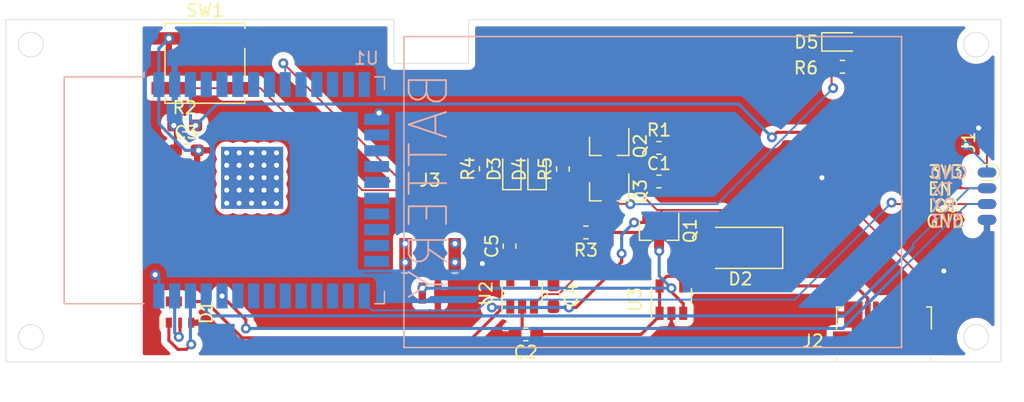
<source format=kicad_pcb>
(kicad_pcb (version 20171130) (host pcbnew 5.1.4-e60b266~84~ubuntu19.04.1)

  (general
    (thickness 1.6)
    (drawings 25)
    (tracks 256)
    (zones 0)
    (modules 26)
    (nets 51)
  )

  (page A4)
  (layers
    (0 F.Cu signal)
    (31 B.Cu signal)
    (32 B.Adhes user)
    (33 F.Adhes user)
    (34 B.Paste user)
    (35 F.Paste user)
    (36 B.SilkS user)
    (37 F.SilkS user)
    (38 B.Mask user)
    (39 F.Mask user)
    (40 Dwgs.User user)
    (41 Cmts.User user)
    (42 Eco1.User user)
    (43 Eco2.User user)
    (44 Edge.Cuts user)
    (45 Margin user)
    (46 B.CrtYd user)
    (47 F.CrtYd user)
    (48 B.Fab user)
    (49 F.Fab user)
  )

  (setup
    (last_trace_width 0.1524)
    (user_trace_width 0.1524)
    (user_trace_width 0.2)
    (trace_clearance 0.1524)
    (zone_clearance 0.508)
    (zone_45_only no)
    (trace_min 0.1524)
    (via_size 0.8)
    (via_drill 0.4)
    (via_min_size 0.4)
    (via_min_drill 0.3)
    (uvia_size 0.3)
    (uvia_drill 0.1)
    (uvias_allowed no)
    (uvia_min_size 0.2)
    (uvia_min_drill 0.1)
    (edge_width 0.05)
    (segment_width 0.2)
    (pcb_text_width 0.3)
    (pcb_text_size 1.5 1.5)
    (mod_edge_width 0.12)
    (mod_text_size 1 1)
    (mod_text_width 0.15)
    (pad_size 1.524 1.524)
    (pad_drill 0.762)
    (pad_to_mask_clearance 0.051)
    (solder_mask_min_width 0.25)
    (aux_axis_origin 0 0)
    (grid_origin 78.5 111.2)
    (visible_elements FFFFFF7F)
    (pcbplotparams
      (layerselection 0x010fc_ffffffff)
      (usegerberextensions false)
      (usegerberattributes false)
      (usegerberadvancedattributes false)
      (creategerberjobfile false)
      (excludeedgelayer true)
      (linewidth 0.100000)
      (plotframeref false)
      (viasonmask false)
      (mode 1)
      (useauxorigin false)
      (hpglpennumber 1)
      (hpglpenspeed 20)
      (hpglpendiameter 15.000000)
      (psnegative false)
      (psa4output false)
      (plotreference true)
      (plotvalue true)
      (plotinvisibletext false)
      (padsonsilk false)
      (subtractmaskfromsilk false)
      (outputformat 1)
      (mirror false)
      (drillshape 1)
      (scaleselection 1)
      (outputdirectory ""))
  )

  (net 0 "")
  (net 1 GND)
  (net 2 VUSB)
  (net 3 "Net-(D1-Pad6)")
  (net 4 "Net-(D1-Pad5)")
  (net 5 "Net-(D1-Pad2)")
  (net 6 "Net-(D1-Pad1)")
  (net 7 RX)
  (net 8 TX)
  (net 9 EN)
  (net 10 IO0)
  (net 11 +3V3)
  (net 12 "Net-(J2-Pad4)")
  (net 13 "Net-(J2-Pad3)")
  (net 14 "Net-(J2-Pad2)")
  (net 15 "Net-(U1-Pad33)")
  (net 16 "Net-(U1-Pad32)")
  (net 17 "Net-(U1-Pad31)")
  (net 18 "Net-(U1-Pad30)")
  (net 19 "Net-(U1-Pad29)")
  (net 20 "Net-(U1-Pad28)")
  (net 21 "Net-(U1-Pad27)")
  (net 22 "Net-(U1-Pad26)")
  (net 23 "Net-(U1-Pad24)")
  (net 24 "Net-(U1-Pad23)")
  (net 25 "Net-(U1-Pad22)")
  (net 26 "Net-(U1-Pad21)")
  (net 27 "Net-(U1-Pad20)")
  (net 28 "Net-(U1-Pad19)")
  (net 29 "Net-(U1-Pad18)")
  (net 30 "Net-(U1-Pad17)")
  (net 31 "Net-(U1-Pad13)")
  (net 32 "Net-(U1-Pad12)")
  (net 33 "Net-(U1-Pad11)")
  (net 34 "Net-(U1-Pad10)")
  (net 35 "Net-(U1-Pad8)")
  (net 36 "Net-(U1-Pad7)")
  (net 37 "Net-(U1-Pad6)")
  (net 38 "Net-(U1-Pad5)")
  (net 39 "Net-(U1-Pad4)")
  (net 40 "Net-(U2-Pad4)")
  (net 41 "Net-(U1-Pad16)")
  (net 42 "Net-(U1-Pad14)")
  (net 43 VIN)
  (net 44 VBAT)
  (net 45 "Net-(C1-Pad2)")
  (net 46 "Net-(D3-Pad2)")
  (net 47 PWR_EN)
  (net 48 "Net-(D3-Pad1)")
  (net 49 BTN)
  (net 50 "Net-(D5-Pad2)")

  (net_class Default "This is the default net class."
    (clearance 0.1524)
    (trace_width 0.1524)
    (via_dia 0.8)
    (via_drill 0.4)
    (uvia_dia 0.3)
    (uvia_drill 0.1)
    (add_net +3V3)
    (add_net BTN)
    (add_net EN)
    (add_net GND)
    (add_net IO0)
    (add_net "Net-(C1-Pad2)")
    (add_net "Net-(D1-Pad1)")
    (add_net "Net-(D1-Pad2)")
    (add_net "Net-(D1-Pad5)")
    (add_net "Net-(D1-Pad6)")
    (add_net "Net-(D3-Pad1)")
    (add_net "Net-(D3-Pad2)")
    (add_net "Net-(D5-Pad2)")
    (add_net "Net-(J2-Pad2)")
    (add_net "Net-(J2-Pad3)")
    (add_net "Net-(J2-Pad4)")
    (add_net "Net-(U1-Pad10)")
    (add_net "Net-(U1-Pad11)")
    (add_net "Net-(U1-Pad12)")
    (add_net "Net-(U1-Pad13)")
    (add_net "Net-(U1-Pad14)")
    (add_net "Net-(U1-Pad16)")
    (add_net "Net-(U1-Pad17)")
    (add_net "Net-(U1-Pad18)")
    (add_net "Net-(U1-Pad19)")
    (add_net "Net-(U1-Pad20)")
    (add_net "Net-(U1-Pad21)")
    (add_net "Net-(U1-Pad22)")
    (add_net "Net-(U1-Pad23)")
    (add_net "Net-(U1-Pad24)")
    (add_net "Net-(U1-Pad26)")
    (add_net "Net-(U1-Pad27)")
    (add_net "Net-(U1-Pad28)")
    (add_net "Net-(U1-Pad29)")
    (add_net "Net-(U1-Pad30)")
    (add_net "Net-(U1-Pad31)")
    (add_net "Net-(U1-Pad32)")
    (add_net "Net-(U1-Pad33)")
    (add_net "Net-(U1-Pad4)")
    (add_net "Net-(U1-Pad5)")
    (add_net "Net-(U1-Pad6)")
    (add_net "Net-(U1-Pad7)")
    (add_net "Net-(U1-Pad8)")
    (add_net "Net-(U2-Pad4)")
    (add_net PWR_EN)
    (add_net RX)
    (add_net TX)
    (add_net VBAT)
    (add_net VIN)
    (add_net VUSB)
  )

  (module RF_Module:ESP32-WROOM-32 (layer B.Cu) (tedit 5B5B4654) (tstamp 5CE50203)
    (at 99.05 124.91 270)
    (descr "Single 2.4 GHz Wi-Fi and Bluetooth combo chip https://www.espressif.com/sites/default/files/documentation/esp32-wroom-32_datasheet_en.pdf")
    (tags "Single 2.4 GHz Wi-Fi and Bluetooth combo  chip")
    (path /5CE4A36D)
    (attr smd)
    (fp_text reference U1 (at -10.61 -8.43 180) (layer B.SilkS)
      (effects (font (size 1 1) (thickness 0.15)) (justify mirror))
    )
    (fp_text value ESP32-WROOM-32 (at 0 -11.5 90) (layer B.Fab)
      (effects (font (size 1 1) (thickness 0.15)) (justify mirror))
    )
    (fp_line (start -9.12 9.445) (end -9.5 9.445) (layer B.SilkS) (width 0.12))
    (fp_line (start -9.12 15.865) (end -9.12 9.445) (layer B.SilkS) (width 0.12))
    (fp_line (start 9.12 15.865) (end 9.12 9.445) (layer B.SilkS) (width 0.12))
    (fp_line (start -9.12 15.865) (end 9.12 15.865) (layer B.SilkS) (width 0.12))
    (fp_line (start 9.12 -9.88) (end 8.12 -9.88) (layer B.SilkS) (width 0.12))
    (fp_line (start 9.12 -9.1) (end 9.12 -9.88) (layer B.SilkS) (width 0.12))
    (fp_line (start -9.12 -9.88) (end -8.12 -9.88) (layer B.SilkS) (width 0.12))
    (fp_line (start -9.12 -9.1) (end -9.12 -9.88) (layer B.SilkS) (width 0.12))
    (fp_line (start 8.4 20.6) (end 8.2 20.4) (layer Cmts.User) (width 0.1))
    (fp_line (start 8.4 16) (end 8.4 20.6) (layer Cmts.User) (width 0.1))
    (fp_line (start 8.4 20.6) (end 8.6 20.4) (layer Cmts.User) (width 0.1))
    (fp_line (start 8.4 16) (end 8.6 16.2) (layer Cmts.User) (width 0.1))
    (fp_line (start 8.4 16) (end 8.2 16.2) (layer Cmts.User) (width 0.1))
    (fp_line (start -9.2 13.875) (end -9.4 14.075) (layer Cmts.User) (width 0.1))
    (fp_line (start -13.8 13.875) (end -9.2 13.875) (layer Cmts.User) (width 0.1))
    (fp_line (start -9.2 13.875) (end -9.4 13.675) (layer Cmts.User) (width 0.1))
    (fp_line (start -13.8 13.875) (end -13.6 13.675) (layer Cmts.User) (width 0.1))
    (fp_line (start -13.8 13.875) (end -13.6 14.075) (layer Cmts.User) (width 0.1))
    (fp_line (start 9.2 13.875) (end 9.4 13.675) (layer Cmts.User) (width 0.1))
    (fp_line (start 9.2 13.875) (end 9.4 14.075) (layer Cmts.User) (width 0.1))
    (fp_line (start 13.8 13.875) (end 13.6 13.675) (layer Cmts.User) (width 0.1))
    (fp_line (start 13.8 13.875) (end 13.6 14.075) (layer Cmts.User) (width 0.1))
    (fp_line (start 9.2 13.875) (end 13.8 13.875) (layer Cmts.User) (width 0.1))
    (fp_line (start 14 11.585) (end 12 9.97) (layer Dwgs.User) (width 0.1))
    (fp_line (start 14 13.2) (end 10 9.97) (layer Dwgs.User) (width 0.1))
    (fp_line (start 14 14.815) (end 8 9.97) (layer Dwgs.User) (width 0.1))
    (fp_line (start 14 16.43) (end 6 9.97) (layer Dwgs.User) (width 0.1))
    (fp_line (start 14 18.045) (end 4 9.97) (layer Dwgs.User) (width 0.1))
    (fp_line (start 14 19.66) (end 2 9.97) (layer Dwgs.User) (width 0.1))
    (fp_line (start 13.475 20.75) (end 0 9.97) (layer Dwgs.User) (width 0.1))
    (fp_line (start 11.475 20.75) (end -2 9.97) (layer Dwgs.User) (width 0.1))
    (fp_line (start 9.475 20.75) (end -4 9.97) (layer Dwgs.User) (width 0.1))
    (fp_line (start 7.475 20.75) (end -6 9.97) (layer Dwgs.User) (width 0.1))
    (fp_line (start -8 9.97) (end 5.475 20.75) (layer Dwgs.User) (width 0.1))
    (fp_line (start 3.475 20.75) (end -10 9.97) (layer Dwgs.User) (width 0.1))
    (fp_line (start 1.475 20.75) (end -12 9.97) (layer Dwgs.User) (width 0.1))
    (fp_line (start -0.525 20.75) (end -14 9.97) (layer Dwgs.User) (width 0.1))
    (fp_line (start -2.525 20.75) (end -14 11.585) (layer Dwgs.User) (width 0.1))
    (fp_line (start -4.525 20.75) (end -14 13.2) (layer Dwgs.User) (width 0.1))
    (fp_line (start -6.525 20.75) (end -14 14.815) (layer Dwgs.User) (width 0.1))
    (fp_line (start -8.525 20.75) (end -14 16.43) (layer Dwgs.User) (width 0.1))
    (fp_line (start -10.525 20.75) (end -14 18.045) (layer Dwgs.User) (width 0.1))
    (fp_line (start -12.525 20.75) (end -14 19.66) (layer Dwgs.User) (width 0.1))
    (fp_line (start 9.75 9.72) (end 14.25 9.72) (layer B.CrtYd) (width 0.05))
    (fp_line (start -14.25 9.72) (end -9.75 9.72) (layer B.CrtYd) (width 0.05))
    (fp_line (start 14.25 21) (end 14.25 9.72) (layer B.CrtYd) (width 0.05))
    (fp_line (start -14.25 21) (end -14.25 9.72) (layer B.CrtYd) (width 0.05))
    (fp_line (start 14 20.75) (end -14 20.75) (layer Dwgs.User) (width 0.1))
    (fp_line (start 14 9.97) (end 14 20.75) (layer Dwgs.User) (width 0.1))
    (fp_line (start 14 9.97) (end -14 9.97) (layer Dwgs.User) (width 0.1))
    (fp_line (start -9 9.02) (end -8.5 9.52) (layer B.Fab) (width 0.1))
    (fp_line (start -8.5 9.52) (end -9 10.02) (layer B.Fab) (width 0.1))
    (fp_line (start -9 9.02) (end -9 -9.76) (layer B.Fab) (width 0.1))
    (fp_line (start -14.25 21) (end 14.25 21) (layer B.CrtYd) (width 0.05))
    (fp_line (start 9.75 9.72) (end 9.75 -10.5) (layer B.CrtYd) (width 0.05))
    (fp_line (start -9.75 -10.5) (end 9.75 -10.5) (layer B.CrtYd) (width 0.05))
    (fp_line (start -9.75 -10.5) (end -9.75 9.72) (layer B.CrtYd) (width 0.05))
    (fp_line (start -9 15.745) (end 9 15.745) (layer B.Fab) (width 0.1))
    (fp_line (start -9 15.745) (end -9 10.02) (layer B.Fab) (width 0.1))
    (fp_line (start -9 -9.76) (end 9 -9.76) (layer B.Fab) (width 0.1))
    (fp_line (start 9 -9.76) (end 9 15.745) (layer B.Fab) (width 0.1))
    (fp_line (start -14 9.97) (end -14 20.75) (layer Dwgs.User) (width 0.1))
    (fp_text user "5 mm" (at 7.8 19.075 180) (layer Cmts.User)
      (effects (font (size 0.5 0.5) (thickness 0.1)))
    )
    (fp_text user "5 mm" (at -11.2 14.375 90) (layer Cmts.User)
      (effects (font (size 0.5 0.5) (thickness 0.1)))
    )
    (fp_text user "5 mm" (at 11.8 14.375 90) (layer Cmts.User)
      (effects (font (size 0.5 0.5) (thickness 0.1)))
    )
    (fp_text user Antenna (at 0 13 90) (layer Cmts.User)
      (effects (font (size 1 1) (thickness 0.15)))
    )
    (fp_text user "KEEP-OUT ZONE" (at 0 19 90) (layer Cmts.User)
      (effects (font (size 1 1) (thickness 0.15)))
    )
    (fp_text user %R (at 0 0 90) (layer B.Fab)
      (effects (font (size 1 1) (thickness 0.15)) (justify mirror))
    )
    (pad 38 smd rect (at 8.5 8.255 270) (size 2 0.9) (layers B.Cu B.Paste B.Mask)
      (net 1 GND))
    (pad 37 smd rect (at 8.5 6.985 270) (size 2 0.9) (layers B.Cu B.Paste B.Mask)
      (net 5 "Net-(D1-Pad2)"))
    (pad 36 smd rect (at 8.5 5.715 270) (size 2 0.9) (layers B.Cu B.Paste B.Mask)
      (net 6 "Net-(D1-Pad1)"))
    (pad 35 smd rect (at 8.5 4.445 270) (size 2 0.9) (layers B.Cu B.Paste B.Mask)
      (net 8 TX))
    (pad 34 smd rect (at 8.5 3.175 270) (size 2 0.9) (layers B.Cu B.Paste B.Mask)
      (net 7 RX))
    (pad 33 smd rect (at 8.5 1.905 270) (size 2 0.9) (layers B.Cu B.Paste B.Mask)
      (net 15 "Net-(U1-Pad33)"))
    (pad 32 smd rect (at 8.5 0.635 270) (size 2 0.9) (layers B.Cu B.Paste B.Mask)
      (net 16 "Net-(U1-Pad32)"))
    (pad 31 smd rect (at 8.5 -0.635 270) (size 2 0.9) (layers B.Cu B.Paste B.Mask)
      (net 17 "Net-(U1-Pad31)"))
    (pad 30 smd rect (at 8.5 -1.905 270) (size 2 0.9) (layers B.Cu B.Paste B.Mask)
      (net 18 "Net-(U1-Pad30)"))
    (pad 29 smd rect (at 8.5 -3.175 270) (size 2 0.9) (layers B.Cu B.Paste B.Mask)
      (net 19 "Net-(U1-Pad29)"))
    (pad 28 smd rect (at 8.5 -4.445 270) (size 2 0.9) (layers B.Cu B.Paste B.Mask)
      (net 20 "Net-(U1-Pad28)"))
    (pad 27 smd rect (at 8.5 -5.715 270) (size 2 0.9) (layers B.Cu B.Paste B.Mask)
      (net 21 "Net-(U1-Pad27)"))
    (pad 26 smd rect (at 8.5 -6.985 270) (size 2 0.9) (layers B.Cu B.Paste B.Mask)
      (net 22 "Net-(U1-Pad26)"))
    (pad 25 smd rect (at 8.5 -8.255 270) (size 2 0.9) (layers B.Cu B.Paste B.Mask)
      (net 10 IO0))
    (pad 24 smd rect (at 5.715 -9.255 180) (size 2 0.9) (layers B.Cu B.Paste B.Mask)
      (net 23 "Net-(U1-Pad24)"))
    (pad 23 smd rect (at 4.445 -9.255 180) (size 2 0.9) (layers B.Cu B.Paste B.Mask)
      (net 24 "Net-(U1-Pad23)"))
    (pad 22 smd rect (at 3.175 -9.255 180) (size 2 0.9) (layers B.Cu B.Paste B.Mask)
      (net 25 "Net-(U1-Pad22)"))
    (pad 21 smd rect (at 1.905 -9.255 180) (size 2 0.9) (layers B.Cu B.Paste B.Mask)
      (net 26 "Net-(U1-Pad21)"))
    (pad 20 smd rect (at 0.635 -9.255 180) (size 2 0.9) (layers B.Cu B.Paste B.Mask)
      (net 27 "Net-(U1-Pad20)"))
    (pad 19 smd rect (at -0.635 -9.255 180) (size 2 0.9) (layers B.Cu B.Paste B.Mask)
      (net 28 "Net-(U1-Pad19)"))
    (pad 18 smd rect (at -1.905 -9.255 180) (size 2 0.9) (layers B.Cu B.Paste B.Mask)
      (net 29 "Net-(U1-Pad18)"))
    (pad 17 smd rect (at -3.175 -9.255 180) (size 2 0.9) (layers B.Cu B.Paste B.Mask)
      (net 30 "Net-(U1-Pad17)"))
    (pad 16 smd rect (at -4.445 -9.255 180) (size 2 0.9) (layers B.Cu B.Paste B.Mask)
      (net 41 "Net-(U1-Pad16)"))
    (pad 15 smd rect (at -5.715 -9.255 180) (size 2 0.9) (layers B.Cu B.Paste B.Mask)
      (net 1 GND))
    (pad 14 smd rect (at -8.5 -8.255 270) (size 2 0.9) (layers B.Cu B.Paste B.Mask)
      (net 42 "Net-(U1-Pad14)"))
    (pad 13 smd rect (at -8.5 -6.985 270) (size 2 0.9) (layers B.Cu B.Paste B.Mask)
      (net 31 "Net-(U1-Pad13)"))
    (pad 12 smd rect (at -8.5 -5.715 270) (size 2 0.9) (layers B.Cu B.Paste B.Mask)
      (net 32 "Net-(U1-Pad12)"))
    (pad 11 smd rect (at -8.5 -4.445 270) (size 2 0.9) (layers B.Cu B.Paste B.Mask)
      (net 33 "Net-(U1-Pad11)"))
    (pad 10 smd rect (at -8.5 -3.175 270) (size 2 0.9) (layers B.Cu B.Paste B.Mask)
      (net 34 "Net-(U1-Pad10)"))
    (pad 9 smd rect (at -8.5 -1.905 270) (size 2 0.9) (layers B.Cu B.Paste B.Mask)
      (net 49 BTN))
    (pad 8 smd rect (at -8.5 -0.635 270) (size 2 0.9) (layers B.Cu B.Paste B.Mask)
      (net 35 "Net-(U1-Pad8)"))
    (pad 7 smd rect (at -8.5 0.635 270) (size 2 0.9) (layers B.Cu B.Paste B.Mask)
      (net 36 "Net-(U1-Pad7)"))
    (pad 6 smd rect (at -8.5 1.905 270) (size 2 0.9) (layers B.Cu B.Paste B.Mask)
      (net 37 "Net-(U1-Pad6)"))
    (pad 5 smd rect (at -8.5 3.175 270) (size 2 0.9) (layers B.Cu B.Paste B.Mask)
      (net 38 "Net-(U1-Pad5)"))
    (pad 4 smd rect (at -8.5 4.445 270) (size 2 0.9) (layers B.Cu B.Paste B.Mask)
      (net 39 "Net-(U1-Pad4)"))
    (pad 3 smd rect (at -8.5 5.715 270) (size 2 0.9) (layers B.Cu B.Paste B.Mask)
      (net 9 EN))
    (pad 2 smd rect (at -8.5 6.985 270) (size 2 0.9) (layers B.Cu B.Paste B.Mask)
      (net 11 +3V3))
    (pad 1 smd rect (at -8.5 8.255 270) (size 2 0.9) (layers B.Cu B.Paste B.Mask)
      (net 1 GND))
    (pad 39 smd rect (at -1 0.755 270) (size 5 5) (layers B.Cu B.Paste B.Mask))
    (model ${KISYS3DMOD}/RF_Module.3dshapes/ESP32-WROOM-32.wrl
      (at (xyz 0 0 0))
      (scale (xyz 1 1 1))
      (rotate (xyz 0 0 0))
    )
  )

  (module Package_TO_SOT_SMD:SOT-23 (layer F.Cu) (tedit 5A02FF57) (tstamp 5D564A7F)
    (at 127 125 270)
    (descr "SOT-23, Standard")
    (tags SOT-23)
    (path /5D61FEAB)
    (attr smd)
    (fp_text reference Q3 (at 0 -2.5 90) (layer F.SilkS)
      (effects (font (size 1 1) (thickness 0.15)))
    )
    (fp_text value DMG2305UX-13 (at 0 2.5 90) (layer F.Fab)
      (effects (font (size 1 1) (thickness 0.15)))
    )
    (fp_line (start 0.76 1.58) (end -0.7 1.58) (layer F.SilkS) (width 0.12))
    (fp_line (start 0.76 -1.58) (end -1.4 -1.58) (layer F.SilkS) (width 0.12))
    (fp_line (start -1.7 1.75) (end -1.7 -1.75) (layer F.CrtYd) (width 0.05))
    (fp_line (start 1.7 1.75) (end -1.7 1.75) (layer F.CrtYd) (width 0.05))
    (fp_line (start 1.7 -1.75) (end 1.7 1.75) (layer F.CrtYd) (width 0.05))
    (fp_line (start -1.7 -1.75) (end 1.7 -1.75) (layer F.CrtYd) (width 0.05))
    (fp_line (start 0.76 -1.58) (end 0.76 -0.65) (layer F.SilkS) (width 0.12))
    (fp_line (start 0.76 1.58) (end 0.76 0.65) (layer F.SilkS) (width 0.12))
    (fp_line (start -0.7 1.52) (end 0.7 1.52) (layer F.Fab) (width 0.1))
    (fp_line (start 0.7 -1.52) (end 0.7 1.52) (layer F.Fab) (width 0.1))
    (fp_line (start -0.7 -0.95) (end -0.15 -1.52) (layer F.Fab) (width 0.1))
    (fp_line (start -0.15 -1.52) (end 0.7 -1.52) (layer F.Fab) (width 0.1))
    (fp_line (start -0.7 -0.95) (end -0.7 1.5) (layer F.Fab) (width 0.1))
    (fp_text user %R (at 0 0) (layer F.Fab)
      (effects (font (size 0.5 0.5) (thickness 0.075)))
    )
    (pad 3 smd rect (at 1 0 270) (size 0.9 0.8) (layers F.Cu F.Paste F.Mask)
      (net 47 PWR_EN))
    (pad 2 smd rect (at -1 0.95 270) (size 0.9 0.8) (layers F.Cu F.Paste F.Mask)
      (net 43 VIN))
    (pad 1 smd rect (at -1 -0.95 270) (size 0.9 0.8) (layers F.Cu F.Paste F.Mask)
      (net 45 "Net-(C1-Pad2)"))
    (model ${KISYS3DMOD}/Package_TO_SOT_SMD.3dshapes/SOT-23.wrl
      (at (xyz 0 0 0))
      (scale (xyz 1 1 1))
      (rotate (xyz 0 0 0))
    )
  )

  (module Package_TO_SOT_SMD:SOT-23 (layer F.Cu) (tedit 5A02FF57) (tstamp 5CE83B8D)
    (at 131.01 128.17 270)
    (descr "SOT-23, Standard")
    (tags SOT-23)
    (path /5CE89340)
    (attr smd)
    (fp_text reference Q1 (at 0 -2.5 90) (layer F.SilkS)
      (effects (font (size 1 1) (thickness 0.15)))
    )
    (fp_text value BSS83P (at 0 2.5 90) (layer F.Fab)
      (effects (font (size 1 1) (thickness 0.15)))
    )
    (fp_line (start 0.76 1.58) (end -0.7 1.58) (layer F.SilkS) (width 0.12))
    (fp_line (start 0.76 -1.58) (end -1.4 -1.58) (layer F.SilkS) (width 0.12))
    (fp_line (start -1.7 1.75) (end -1.7 -1.75) (layer F.CrtYd) (width 0.05))
    (fp_line (start 1.7 1.75) (end -1.7 1.75) (layer F.CrtYd) (width 0.05))
    (fp_line (start 1.7 -1.75) (end 1.7 1.75) (layer F.CrtYd) (width 0.05))
    (fp_line (start -1.7 -1.75) (end 1.7 -1.75) (layer F.CrtYd) (width 0.05))
    (fp_line (start 0.76 -1.58) (end 0.76 -0.65) (layer F.SilkS) (width 0.12))
    (fp_line (start 0.76 1.58) (end 0.76 0.65) (layer F.SilkS) (width 0.12))
    (fp_line (start -0.7 1.52) (end 0.7 1.52) (layer F.Fab) (width 0.1))
    (fp_line (start 0.7 -1.52) (end 0.7 1.52) (layer F.Fab) (width 0.1))
    (fp_line (start -0.7 -0.95) (end -0.15 -1.52) (layer F.Fab) (width 0.1))
    (fp_line (start -0.15 -1.52) (end 0.7 -1.52) (layer F.Fab) (width 0.1))
    (fp_line (start -0.7 -0.95) (end -0.7 1.5) (layer F.Fab) (width 0.1))
    (fp_text user %R (at 0 0 270) (layer F.Fab)
      (effects (font (size 0.5 0.5) (thickness 0.075)))
    )
    (pad 3 smd rect (at 1 0 270) (size 0.9 0.8) (layers F.Cu F.Paste F.Mask)
      (net 44 VBAT))
    (pad 2 smd rect (at -1 0.95 270) (size 0.9 0.8) (layers F.Cu F.Paste F.Mask)
      (net 43 VIN))
    (pad 1 smd rect (at -1 -0.95 270) (size 0.9 0.8) (layers F.Cu F.Paste F.Mask)
      (net 2 VUSB))
    (model ${KISYS3DMOD}/Package_TO_SOT_SMD.3dshapes/SOT-23.wrl
      (at (xyz 0 0 0))
      (scale (xyz 1 1 1))
      (rotate (xyz 0 0 0))
    )
  )

  (module Package_TO_SOT_SMD:SOT-23 (layer F.Cu) (tedit 5A02FF57) (tstamp 5D5643C6)
    (at 127 121.35 270)
    (descr "SOT-23, Standard")
    (tags SOT-23)
    (path /5D622AAF)
    (attr smd)
    (fp_text reference Q2 (at 0 -2.5 90) (layer F.SilkS)
      (effects (font (size 1 1) (thickness 0.15)))
    )
    (fp_text value DMG2302U (at 0 2.5 90) (layer F.Fab)
      (effects (font (size 1 1) (thickness 0.15)))
    )
    (fp_line (start 0.76 1.58) (end -0.7 1.58) (layer F.SilkS) (width 0.12))
    (fp_line (start 0.76 -1.58) (end -1.4 -1.58) (layer F.SilkS) (width 0.12))
    (fp_line (start -1.7 1.75) (end -1.7 -1.75) (layer F.CrtYd) (width 0.05))
    (fp_line (start 1.7 1.75) (end -1.7 1.75) (layer F.CrtYd) (width 0.05))
    (fp_line (start 1.7 -1.75) (end 1.7 1.75) (layer F.CrtYd) (width 0.05))
    (fp_line (start -1.7 -1.75) (end 1.7 -1.75) (layer F.CrtYd) (width 0.05))
    (fp_line (start 0.76 -1.58) (end 0.76 -0.65) (layer F.SilkS) (width 0.12))
    (fp_line (start 0.76 1.58) (end 0.76 0.65) (layer F.SilkS) (width 0.12))
    (fp_line (start -0.7 1.52) (end 0.7 1.52) (layer F.Fab) (width 0.1))
    (fp_line (start 0.7 -1.52) (end 0.7 1.52) (layer F.Fab) (width 0.1))
    (fp_line (start -0.7 -0.95) (end -0.15 -1.52) (layer F.Fab) (width 0.1))
    (fp_line (start -0.15 -1.52) (end 0.7 -1.52) (layer F.Fab) (width 0.1))
    (fp_line (start -0.7 -0.95) (end -0.7 1.5) (layer F.Fab) (width 0.1))
    (fp_text user %R (at 0 0) (layer F.Fab)
      (effects (font (size 0.5 0.5) (thickness 0.075)))
    )
    (pad 3 smd rect (at 1 0 270) (size 0.9 0.8) (layers F.Cu F.Paste F.Mask)
      (net 45 "Net-(C1-Pad2)"))
    (pad 2 smd rect (at -1 0.95 270) (size 0.9 0.8) (layers F.Cu F.Paste F.Mask)
      (net 1 GND))
    (pad 1 smd rect (at -1 -0.95 270) (size 0.9 0.8) (layers F.Cu F.Paste F.Mask)
      (net 46 "Net-(D3-Pad2)"))
    (model ${KISYS3DMOD}/Package_TO_SOT_SMD.3dshapes/SOT-23.wrl
      (at (xyz 0 0 0))
      (scale (xyz 1 1 1))
      (rotate (xyz 0 0 0))
    )
  )

  (module Resistor_SMD:R_0603_1608Metric_Pad1.05x0.95mm_HandSolder (layer F.Cu) (tedit 5B301BBD) (tstamp 5D554494)
    (at 145.755 114.98)
    (descr "Resistor SMD 0603 (1608 Metric), square (rectangular) end terminal, IPC_7351 nominal with elongated pad for handsoldering. (Body size source: http://www.tortai-tech.com/upload/download/2011102023233369053.pdf), generated with kicad-footprint-generator")
    (tags "resistor handsolder")
    (path /5D6BD3DE)
    (attr smd)
    (fp_text reference R6 (at -2.935 0.1) (layer F.SilkS)
      (effects (font (size 1 1) (thickness 0.15)))
    )
    (fp_text value 330R (at 0 1.43) (layer F.Fab)
      (effects (font (size 1 1) (thickness 0.15)))
    )
    (fp_text user %R (at 0 0) (layer F.Fab)
      (effects (font (size 0.4 0.4) (thickness 0.06)))
    )
    (fp_line (start 1.65 0.73) (end -1.65 0.73) (layer F.CrtYd) (width 0.05))
    (fp_line (start 1.65 -0.73) (end 1.65 0.73) (layer F.CrtYd) (width 0.05))
    (fp_line (start -1.65 -0.73) (end 1.65 -0.73) (layer F.CrtYd) (width 0.05))
    (fp_line (start -1.65 0.73) (end -1.65 -0.73) (layer F.CrtYd) (width 0.05))
    (fp_line (start -0.171267 0.51) (end 0.171267 0.51) (layer F.SilkS) (width 0.12))
    (fp_line (start -0.171267 -0.51) (end 0.171267 -0.51) (layer F.SilkS) (width 0.12))
    (fp_line (start 0.8 0.4) (end -0.8 0.4) (layer F.Fab) (width 0.1))
    (fp_line (start 0.8 -0.4) (end 0.8 0.4) (layer F.Fab) (width 0.1))
    (fp_line (start -0.8 -0.4) (end 0.8 -0.4) (layer F.Fab) (width 0.1))
    (fp_line (start -0.8 0.4) (end -0.8 -0.4) (layer F.Fab) (width 0.1))
    (pad 2 smd roundrect (at 0.875 0) (size 1.05 0.95) (layers F.Cu F.Paste F.Mask) (roundrect_rratio 0.25)
      (net 50 "Net-(D5-Pad2)"))
    (pad 1 smd roundrect (at -0.875 0) (size 1.05 0.95) (layers F.Cu F.Paste F.Mask) (roundrect_rratio 0.25)
      (net 47 PWR_EN))
    (model ${KISYS3DMOD}/Resistor_SMD.3dshapes/R_0603_1608Metric.wrl
      (at (xyz 0 0 0))
      (scale (xyz 1 1 1))
      (rotate (xyz 0 0 0))
    )
  )

  (module Resistor_SMD:R_0603_1608Metric_Pad1.05x0.95mm_HandSolder (layer F.Cu) (tedit 5B301BBD) (tstamp 5D554483)
    (at 123.275 123.2 90)
    (descr "Resistor SMD 0603 (1608 Metric), square (rectangular) end terminal, IPC_7351 nominal with elongated pad for handsoldering. (Body size source: http://www.tortai-tech.com/upload/download/2011102023233369053.pdf), generated with kicad-footprint-generator")
    (tags "resistor handsolder")
    (path /5D6D27A4)
    (attr smd)
    (fp_text reference R5 (at 0 -1.43 90) (layer F.SilkS)
      (effects (font (size 1 1) (thickness 0.15)))
    )
    (fp_text value 100K (at 0 1.43 90) (layer F.Fab)
      (effects (font (size 1 1) (thickness 0.15)))
    )
    (fp_text user %R (at -0.055 0.105 90) (layer F.Fab)
      (effects (font (size 0.4 0.4) (thickness 0.06)))
    )
    (fp_line (start 1.65 0.73) (end -1.65 0.73) (layer F.CrtYd) (width 0.05))
    (fp_line (start 1.65 -0.73) (end 1.65 0.73) (layer F.CrtYd) (width 0.05))
    (fp_line (start -1.65 -0.73) (end 1.65 -0.73) (layer F.CrtYd) (width 0.05))
    (fp_line (start -1.65 0.73) (end -1.65 -0.73) (layer F.CrtYd) (width 0.05))
    (fp_line (start -0.171267 0.51) (end 0.171267 0.51) (layer F.SilkS) (width 0.12))
    (fp_line (start -0.171267 -0.51) (end 0.171267 -0.51) (layer F.SilkS) (width 0.12))
    (fp_line (start 0.8 0.4) (end -0.8 0.4) (layer F.Fab) (width 0.1))
    (fp_line (start 0.8 -0.4) (end 0.8 0.4) (layer F.Fab) (width 0.1))
    (fp_line (start -0.8 -0.4) (end 0.8 -0.4) (layer F.Fab) (width 0.1))
    (fp_line (start -0.8 0.4) (end -0.8 -0.4) (layer F.Fab) (width 0.1))
    (pad 2 smd roundrect (at 0.875 0 90) (size 1.05 0.95) (layers F.Cu F.Paste F.Mask) (roundrect_rratio 0.25)
      (net 45 "Net-(C1-Pad2)"))
    (pad 1 smd roundrect (at -0.875 0 90) (size 1.05 0.95) (layers F.Cu F.Paste F.Mask) (roundrect_rratio 0.25)
      (net 43 VIN))
    (model ${KISYS3DMOD}/Resistor_SMD.3dshapes/R_0603_1608Metric.wrl
      (at (xyz 0 0 0))
      (scale (xyz 1 1 1))
      (rotate (xyz 0 0 0))
    )
  )

  (module Resistor_SMD:R_0603_1608Metric_Pad1.05x0.95mm_HandSolder (layer F.Cu) (tedit 5B301BBD) (tstamp 5D56546A)
    (at 117.075 123.175 90)
    (descr "Resistor SMD 0603 (1608 Metric), square (rectangular) end terminal, IPC_7351 nominal with elongated pad for handsoldering. (Body size source: http://www.tortai-tech.com/upload/download/2011102023233369053.pdf), generated with kicad-footprint-generator")
    (tags "resistor handsolder")
    (path /5D62D5EC)
    (attr smd)
    (fp_text reference R4 (at 0 -1.43 90) (layer F.SilkS)
      (effects (font (size 1 1) (thickness 0.15)))
    )
    (fp_text value 330R (at 0 1.43 90) (layer F.Fab)
      (effects (font (size 1 1) (thickness 0.15)))
    )
    (fp_text user %R (at 0 0 180) (layer F.Fab)
      (effects (font (size 0.4 0.4) (thickness 0.06)))
    )
    (fp_line (start 1.65 0.73) (end -1.65 0.73) (layer F.CrtYd) (width 0.05))
    (fp_line (start 1.65 -0.73) (end 1.65 0.73) (layer F.CrtYd) (width 0.05))
    (fp_line (start -1.65 -0.73) (end 1.65 -0.73) (layer F.CrtYd) (width 0.05))
    (fp_line (start -1.65 0.73) (end -1.65 -0.73) (layer F.CrtYd) (width 0.05))
    (fp_line (start -0.171267 0.51) (end 0.171267 0.51) (layer F.SilkS) (width 0.12))
    (fp_line (start -0.171267 -0.51) (end 0.171267 -0.51) (layer F.SilkS) (width 0.12))
    (fp_line (start 0.8 0.4) (end -0.8 0.4) (layer F.Fab) (width 0.1))
    (fp_line (start 0.8 -0.4) (end 0.8 0.4) (layer F.Fab) (width 0.1))
    (fp_line (start -0.8 -0.4) (end 0.8 -0.4) (layer F.Fab) (width 0.1))
    (fp_line (start -0.8 0.4) (end -0.8 -0.4) (layer F.Fab) (width 0.1))
    (pad 2 smd roundrect (at 0.875 0 90) (size 1.05 0.95) (layers F.Cu F.Paste F.Mask) (roundrect_rratio 0.25)
      (net 46 "Net-(D3-Pad2)"))
    (pad 1 smd roundrect (at -0.875 0 90) (size 1.05 0.95) (layers F.Cu F.Paste F.Mask) (roundrect_rratio 0.25)
      (net 49 BTN))
    (model ${KISYS3DMOD}/Resistor_SMD.3dshapes/R_0603_1608Metric.wrl
      (at (xyz 0 0 0))
      (scale (xyz 1 1 1))
      (rotate (xyz 0 0 0))
    )
  )

  (module LED_SMD:LED_0603_1608Metric_Pad1.05x0.95mm_HandSolder (layer F.Cu) (tedit 5B4B45C9) (tstamp 5D554301)
    (at 145.755 112.98)
    (descr "LED SMD 0603 (1608 Metric), square (rectangular) end terminal, IPC_7351 nominal, (Body size source: http://www.tortai-tech.com/upload/download/2011102023233369053.pdf), generated with kicad-footprint-generator")
    (tags "LED handsolder")
    (path /5D6BBD25)
    (attr smd)
    (fp_text reference D5 (at -2.905 0.02 180) (layer F.SilkS)
      (effects (font (size 1 1) (thickness 0.15)))
    )
    (fp_text value LED (at 0 1.43) (layer F.Fab)
      (effects (font (size 1 1) (thickness 0.15)))
    )
    (fp_text user %R (at 0.2 -0.3) (layer F.Fab)
      (effects (font (size 0.4 0.4) (thickness 0.06)))
    )
    (fp_line (start 1.65 0.73) (end -1.65 0.73) (layer F.CrtYd) (width 0.05))
    (fp_line (start 1.65 -0.73) (end 1.65 0.73) (layer F.CrtYd) (width 0.05))
    (fp_line (start -1.65 -0.73) (end 1.65 -0.73) (layer F.CrtYd) (width 0.05))
    (fp_line (start -1.65 0.73) (end -1.65 -0.73) (layer F.CrtYd) (width 0.05))
    (fp_line (start -1.66 0.735) (end 0.8 0.735) (layer F.SilkS) (width 0.12))
    (fp_line (start -1.66 -0.735) (end -1.66 0.735) (layer F.SilkS) (width 0.12))
    (fp_line (start 0.8 -0.735) (end -1.66 -0.735) (layer F.SilkS) (width 0.12))
    (fp_line (start 0.8 0.4) (end 0.8 -0.4) (layer F.Fab) (width 0.1))
    (fp_line (start -0.8 0.4) (end 0.8 0.4) (layer F.Fab) (width 0.1))
    (fp_line (start -0.8 -0.1) (end -0.8 0.4) (layer F.Fab) (width 0.1))
    (fp_line (start -0.5 -0.4) (end -0.8 -0.1) (layer F.Fab) (width 0.1))
    (fp_line (start 0.8 -0.4) (end -0.5 -0.4) (layer F.Fab) (width 0.1))
    (pad 2 smd roundrect (at 0.875 0) (size 1.05 0.95) (layers F.Cu F.Paste F.Mask) (roundrect_rratio 0.25)
      (net 50 "Net-(D5-Pad2)"))
    (pad 1 smd roundrect (at -0.875 0) (size 1.05 0.95) (layers F.Cu F.Paste F.Mask) (roundrect_rratio 0.25)
      (net 1 GND))
    (model ${KISYS3DMOD}/LED_SMD.3dshapes/LED_0603_1608Metric.wrl
      (at (xyz 0 0 0))
      (scale (xyz 1 1 1))
      (rotate (xyz 0 0 0))
    )
  )

  (module Diode_SMD:D_0603_1608Metric_Pad1.05x0.95mm_HandSolder (layer F.Cu) (tedit 5B4B45C8) (tstamp 5D5542EE)
    (at 121.2 123.2 90)
    (descr "Diode SMD 0603 (1608 Metric), square (rectangular) end terminal, IPC_7351 nominal, (Body size source: http://www.tortai-tech.com/upload/download/2011102023233369053.pdf), generated with kicad-footprint-generator")
    (tags "diode handsolder")
    (path /5D7272D3)
    (attr smd)
    (fp_text reference D4 (at 0 -1.43 90) (layer F.SilkS)
      (effects (font (size 1 1) (thickness 0.15)))
    )
    (fp_text value D (at 0 1.43 90) (layer F.Fab)
      (effects (font (size 1 1) (thickness 0.15)))
    )
    (fp_text user %R (at 0 0 90) (layer F.Fab)
      (effects (font (size 0.4 0.4) (thickness 0.06)))
    )
    (fp_line (start 1.65 0.73) (end -1.65 0.73) (layer F.CrtYd) (width 0.05))
    (fp_line (start 1.65 -0.73) (end 1.65 0.73) (layer F.CrtYd) (width 0.05))
    (fp_line (start -1.65 -0.73) (end 1.65 -0.73) (layer F.CrtYd) (width 0.05))
    (fp_line (start -1.65 0.73) (end -1.65 -0.73) (layer F.CrtYd) (width 0.05))
    (fp_line (start -1.66 0.735) (end 0.8 0.735) (layer F.SilkS) (width 0.12))
    (fp_line (start -1.66 -0.735) (end -1.66 0.735) (layer F.SilkS) (width 0.12))
    (fp_line (start 0.8 -0.735) (end -1.66 -0.735) (layer F.SilkS) (width 0.12))
    (fp_line (start 0.8 0.4) (end 0.8 -0.4) (layer F.Fab) (width 0.1))
    (fp_line (start -0.8 0.4) (end 0.8 0.4) (layer F.Fab) (width 0.1))
    (fp_line (start -0.8 -0.1) (end -0.8 0.4) (layer F.Fab) (width 0.1))
    (fp_line (start -0.5 -0.4) (end -0.8 -0.1) (layer F.Fab) (width 0.1))
    (fp_line (start 0.8 -0.4) (end -0.5 -0.4) (layer F.Fab) (width 0.1))
    (pad 2 smd roundrect (at 0.875 0 90) (size 1.05 0.95) (layers F.Cu F.Paste F.Mask) (roundrect_rratio 0.25)
      (net 45 "Net-(C1-Pad2)"))
    (pad 1 smd roundrect (at -0.875 0 90) (size 1.05 0.95) (layers F.Cu F.Paste F.Mask) (roundrect_rratio 0.25)
      (net 48 "Net-(D3-Pad1)"))
    (model ${KISYS3DMOD}/Diode_SMD.3dshapes/D_0603_1608Metric.wrl
      (at (xyz 0 0 0))
      (scale (xyz 1 1 1))
      (rotate (xyz 0 0 0))
    )
  )

  (module Diode_SMD:D_0603_1608Metric_Pad1.05x0.95mm_HandSolder (layer F.Cu) (tedit 5B4B45C8) (tstamp 5D5542DB)
    (at 119.175 123.2 90)
    (descr "Diode SMD 0603 (1608 Metric), square (rectangular) end terminal, IPC_7351 nominal, (Body size source: http://www.tortai-tech.com/upload/download/2011102023233369053.pdf), generated with kicad-footprint-generator")
    (tags "diode handsolder")
    (path /5D633492)
    (attr smd)
    (fp_text reference D3 (at 0 -1.43 90) (layer F.SilkS)
      (effects (font (size 1 1) (thickness 0.15)))
    )
    (fp_text value D (at 0 1.43 90) (layer F.Fab)
      (effects (font (size 1 1) (thickness 0.15)))
    )
    (fp_text user %R (at 0 0 90) (layer F.Fab)
      (effects (font (size 0.4 0.4) (thickness 0.06)))
    )
    (fp_line (start 1.65 0.73) (end -1.65 0.73) (layer F.CrtYd) (width 0.05))
    (fp_line (start 1.65 -0.73) (end 1.65 0.73) (layer F.CrtYd) (width 0.05))
    (fp_line (start -1.65 -0.73) (end 1.65 -0.73) (layer F.CrtYd) (width 0.05))
    (fp_line (start -1.65 0.73) (end -1.65 -0.73) (layer F.CrtYd) (width 0.05))
    (fp_line (start -1.66 0.735) (end 0.8 0.735) (layer F.SilkS) (width 0.12))
    (fp_line (start -1.66 -0.735) (end -1.66 0.735) (layer F.SilkS) (width 0.12))
    (fp_line (start 0.8 -0.735) (end -1.66 -0.735) (layer F.SilkS) (width 0.12))
    (fp_line (start 0.8 0.4) (end 0.8 -0.4) (layer F.Fab) (width 0.1))
    (fp_line (start -0.8 0.4) (end 0.8 0.4) (layer F.Fab) (width 0.1))
    (fp_line (start -0.8 -0.1) (end -0.8 0.4) (layer F.Fab) (width 0.1))
    (fp_line (start -0.5 -0.4) (end -0.8 -0.1) (layer F.Fab) (width 0.1))
    (fp_line (start 0.8 -0.4) (end -0.5 -0.4) (layer F.Fab) (width 0.1))
    (pad 2 smd roundrect (at 0.875 0 90) (size 1.05 0.95) (layers F.Cu F.Paste F.Mask) (roundrect_rratio 0.25)
      (net 46 "Net-(D3-Pad2)"))
    (pad 1 smd roundrect (at -0.875 0 90) (size 1.05 0.95) (layers F.Cu F.Paste F.Mask) (roundrect_rratio 0.25)
      (net 48 "Net-(D3-Pad1)"))
    (model ${KISYS3DMOD}/Diode_SMD.3dshapes/D_0603_1608Metric.wrl
      (at (xyz 0 0 0))
      (scale (xyz 1 1 1))
      (rotate (xyz 0 0 0))
    )
  )

  (module Capacitor_SMD:C_0603_1608Metric_Pad1.05x0.95mm_HandSolder (layer F.Cu) (tedit 5B301BBE) (tstamp 5D54A9DF)
    (at 118.99 129.4 90)
    (descr "Capacitor SMD 0603 (1608 Metric), square (rectangular) end terminal, IPC_7351 nominal with elongated pad for handsoldering. (Body size source: http://www.tortai-tech.com/upload/download/2011102023233369053.pdf), generated with kicad-footprint-generator")
    (tags "capacitor handsolder")
    (path /5D552A9C)
    (attr smd)
    (fp_text reference C5 (at 0 -1.43 90) (layer F.SilkS)
      (effects (font (size 1 1) (thickness 0.15)))
    )
    (fp_text value 1u (at 0 1.43 90) (layer F.Fab)
      (effects (font (size 1 1) (thickness 0.15)))
    )
    (fp_text user %R (at 0 0 90) (layer F.Fab)
      (effects (font (size 0.4 0.4) (thickness 0.06)))
    )
    (fp_line (start 1.65 0.73) (end -1.65 0.73) (layer F.CrtYd) (width 0.05))
    (fp_line (start 1.65 -0.73) (end 1.65 0.73) (layer F.CrtYd) (width 0.05))
    (fp_line (start -1.65 -0.73) (end 1.65 -0.73) (layer F.CrtYd) (width 0.05))
    (fp_line (start -1.65 0.73) (end -1.65 -0.73) (layer F.CrtYd) (width 0.05))
    (fp_line (start -0.171267 0.51) (end 0.171267 0.51) (layer F.SilkS) (width 0.12))
    (fp_line (start -0.171267 -0.51) (end 0.171267 -0.51) (layer F.SilkS) (width 0.12))
    (fp_line (start 0.8 0.4) (end -0.8 0.4) (layer F.Fab) (width 0.1))
    (fp_line (start 0.8 -0.4) (end 0.8 0.4) (layer F.Fab) (width 0.1))
    (fp_line (start -0.8 -0.4) (end 0.8 -0.4) (layer F.Fab) (width 0.1))
    (fp_line (start -0.8 0.4) (end -0.8 -0.4) (layer F.Fab) (width 0.1))
    (pad 2 smd roundrect (at 0.875 0 90) (size 1.05 0.95) (layers F.Cu F.Paste F.Mask) (roundrect_rratio 0.25)
      (net 1 GND))
    (pad 1 smd roundrect (at -0.875 0 90) (size 1.05 0.95) (layers F.Cu F.Paste F.Mask) (roundrect_rratio 0.25)
      (net 11 +3V3))
    (model ${KISYS3DMOD}/Capacitor_SMD.3dshapes/C_0603_1608Metric.wrl
      (at (xyz 0 0 0))
      (scale (xyz 1 1 1))
      (rotate (xyz 0 0 0))
    )
  )

  (module Capacitor_SMD:C_0603_1608Metric_Pad1.05x0.95mm_HandSolder (layer F.Cu) (tedit 5B301BBE) (tstamp 5D54AF02)
    (at 122.52 133.38 270)
    (descr "Capacitor SMD 0603 (1608 Metric), square (rectangular) end terminal, IPC_7351 nominal with elongated pad for handsoldering. (Body size source: http://www.tortai-tech.com/upload/download/2011102023233369053.pdf), generated with kicad-footprint-generator")
    (tags "capacitor handsolder")
    (path /5D5523DF)
    (attr smd)
    (fp_text reference C4 (at 0 -1.43 90) (layer F.SilkS)
      (effects (font (size 1 1) (thickness 0.15)))
    )
    (fp_text value 1u (at 0 1.43 90) (layer F.Fab)
      (effects (font (size 1 1) (thickness 0.15)))
    )
    (fp_text user %R (at 0 0 90) (layer F.Fab)
      (effects (font (size 0.4 0.4) (thickness 0.06)))
    )
    (fp_line (start 1.65 0.73) (end -1.65 0.73) (layer F.CrtYd) (width 0.05))
    (fp_line (start 1.65 -0.73) (end 1.65 0.73) (layer F.CrtYd) (width 0.05))
    (fp_line (start -1.65 -0.73) (end 1.65 -0.73) (layer F.CrtYd) (width 0.05))
    (fp_line (start -1.65 0.73) (end -1.65 -0.73) (layer F.CrtYd) (width 0.05))
    (fp_line (start -0.171267 0.51) (end 0.171267 0.51) (layer F.SilkS) (width 0.12))
    (fp_line (start -0.171267 -0.51) (end 0.171267 -0.51) (layer F.SilkS) (width 0.12))
    (fp_line (start 0.8 0.4) (end -0.8 0.4) (layer F.Fab) (width 0.1))
    (fp_line (start 0.8 -0.4) (end 0.8 0.4) (layer F.Fab) (width 0.1))
    (fp_line (start -0.8 -0.4) (end 0.8 -0.4) (layer F.Fab) (width 0.1))
    (fp_line (start -0.8 0.4) (end -0.8 -0.4) (layer F.Fab) (width 0.1))
    (pad 2 smd roundrect (at 0.875 0 270) (size 1.05 0.95) (layers F.Cu F.Paste F.Mask) (roundrect_rratio 0.25)
      (net 43 VIN))
    (pad 1 smd roundrect (at -0.875 0 270) (size 1.05 0.95) (layers F.Cu F.Paste F.Mask) (roundrect_rratio 0.25)
      (net 1 GND))
    (model ${KISYS3DMOD}/Capacitor_SMD.3dshapes/C_0603_1608Metric.wrl
      (at (xyz 0 0 0))
      (scale (xyz 1 1 1))
      (rotate (xyz 0 0 0))
    )
  )

  (module SOICbite:SOIC_clipProgSmall (layer F.Cu) (tedit 5C59A3E2) (tstamp 5D15ED52)
    (at 158.12 125.38 90)
    (path /5D1985B1)
    (fp_text reference J1 (at 4.33 -2.22 90) (layer F.SilkS)
      (effects (font (size 1 1) (thickness 0.15)))
    )
    (fp_text value Conn_01x08_Female (at 0.127 1.397 90) (layer F.Fab)
      (effects (font (size 1 1) (thickness 0.15)))
    )
    (fp_line (start 1.27 -0.381) (end 1.27 -1.27) (layer F.SilkS) (width 0.1))
    (fp_line (start 2.54 -0.381) (end 2.54 -1.27) (layer F.SilkS) (width 0.1))
    (fp_arc (start 1.905 -0.381) (end 2.54 -0.381) (angle 180) (layer F.SilkS) (width 0.1))
    (fp_line (start -3.81 0.381) (end 3.81 0.381) (layer F.Fab) (width 0.1))
    (fp_line (start 3.175 -2.54) (end -3.175 -2.54) (layer F.Fab) (width 0.1))
    (fp_line (start 3.175 0.381) (end 3.175 -2.54) (layer F.Fab) (width 0.1))
    (fp_line (start -3.175 -2.54) (end -3.175 0.381) (layer F.Fab) (width 0.1))
    (pad 5 smd oval (at -1.905 -0.75 90) (size 0.8 1.5) (layers B.Cu B.Mask)
      (net 11 +3V3))
    (pad 4 smd oval (at -1.905 -0.75 90) (size 0.8 1.5) (layers F.Cu F.Mask)
      (net 1 GND))
    (pad 3 smd oval (at -0.635 -0.75 90) (size 0.8 1.5) (layers F.Cu F.Mask)
      (net 10 IO0))
    (pad 2 smd oval (at 0.635 -0.75 90) (size 0.8 1.5) (layers F.Cu F.Mask)
      (net 9 EN))
    (pad 1 smd oval (at 1.905 -0.75 90) (size 0.8 1.5) (layers F.Cu F.Mask)
      (net 11 +3V3))
    (pad 6 smd oval (at -0.635 -0.75 90) (size 0.8 1.5) (layers B.Cu B.Mask)
      (net 7 RX))
    (pad 7 smd oval (at 0.635 -0.75 90) (size 0.8 1.5) (layers B.Cu B.Mask)
      (net 8 TX))
    (pad 8 smd oval (at 1.905 -0.75 90) (size 0.8 1.5) (layers B.Cu B.Mask)
      (net 1 GND))
    (pad "" np_thru_hole circle (at -2.54 -1.905 90) (size 0.7 0.7) (drill 0.7) (layers *.Cu *.Mask))
    (pad "" np_thru_hole circle (at -1.27 -1.905 90) (size 0.7 0.7) (drill 0.7) (layers *.Cu *.Mask))
    (pad "" np_thru_hole circle (at 0 -1.905 90) (size 0.7 0.7) (drill 0.7) (layers *.Cu *.Mask))
    (pad "" np_thru_hole circle (at 1.27 -1.905 90) (size 0.7 0.7) (drill 0.7) (layers *.Cu *.Mask))
    (pad "" np_thru_hole circle (at 2.54 -1.905 90) (size 0.7 0.7) (drill 0.7) (layers *.Cu *.Mask))
  )

  (module ricmohte:LED-APA102-2020 (layer F.Cu) (tedit 5CE835A2) (tstamp 5CE500CC)
    (at 92.5 134.7 90)
    (descr http://www.led-color.com/upload/201604/APA102-2020%20SMD%20LED.pdf)
    (tags "LED RGB SPI")
    (path /5CEDF491)
    (attr smd)
    (fp_text reference D1 (at 0 2.11 90) (layer F.SilkS)
      (effects (font (size 1 1) (thickness 0.15)))
    )
    (fp_text value APA102 (at 0 -2 90) (layer F.Fab)
      (effects (font (size 1 1) (thickness 0.15)))
    )
    (fp_line (start -0.5 -1) (end 1 -1) (layer F.Fab) (width 0.1))
    (fp_line (start 1 -1) (end 1 1) (layer F.Fab) (width 0.1))
    (fp_line (start 1 1) (end -1 1) (layer F.Fab) (width 0.1))
    (fp_line (start -1 1) (end -1 -0.5) (layer F.Fab) (width 0.1))
    (fp_line (start 1.5 -1.4) (end 1.5 1.4) (layer F.CrtYd) (width 0.05))
    (fp_line (start -1.2 -1.4) (end -0.5 -1.4) (layer F.SilkS) (width 0.12))
    (fp_text user %R (at 0 0 90) (layer F.Fab)
      (effects (font (size 1 1) (thickness 0.15)))
    )
    (fp_line (start -0.5 -1) (end -1 -0.5) (layer F.Fab) (width 0.1))
    (fp_line (start -1.5 -1.4) (end -1.5 1.4) (layer F.CrtYd) (width 0.05))
    (fp_line (start -0.5 1.4) (end -0.5 1.58) (layer F.CrtYd) (width 0.05))
    (fp_line (start -0.5 1.58) (end 0.5 1.58) (layer F.CrtYd) (width 0.05))
    (fp_line (start 0.5 1.58) (end 0.5 1.4) (layer F.CrtYd) (width 0.05))
    (fp_line (start -0.5 -1.4) (end -0.5 -1.58) (layer F.CrtYd) (width 0.05))
    (fp_line (start -0.5 -1.58) (end 0.5 -1.58) (layer F.CrtYd) (width 0.05))
    (fp_line (start 0.5 -1.58) (end 0.5 -1.4) (layer F.CrtYd) (width 0.05))
    (fp_line (start 0.5 -1.4) (end 1.5 -1.4) (layer F.CrtYd) (width 0.05))
    (fp_line (start -1.5 -1.4) (end -0.5 -1.4) (layer F.CrtYd) (width 0.05))
    (fp_line (start -0.5 1.4) (end -1.5 1.4) (layer F.CrtYd) (width 0.05))
    (fp_line (start 1.5 1.4) (end 0.5 1.4) (layer F.CrtYd) (width 0.05))
    (pad 1 smd rect (at -0.85 -0.9 90) (size 0.8 0.5) (layers F.Cu F.Paste F.Mask)
      (net 6 "Net-(D1-Pad1)"))
    (pad 2 smd rect (at -0.85 0 90) (size 0.8 0.3) (layers F.Cu F.Paste F.Mask)
      (net 5 "Net-(D1-Pad2)"))
    (pad 3 smd rect (at -0.85 0.9 90) (size 0.8 0.5) (layers F.Cu F.Paste F.Mask)
      (net 1 GND))
    (pad 5 smd rect (at 0.85 0 90) (size 0.8 0.3) (layers F.Cu F.Paste F.Mask)
      (net 4 "Net-(D1-Pad5)"))
    (pad 4 smd rect (at 0.85 0.9 90) (size 0.8 0.5) (layers F.Cu F.Paste F.Mask)
      (net 43 VIN))
    (pad 6 smd rect (at 0.85 -0.9 90) (size 0.8 0.5) (layers F.Cu F.Paste F.Mask)
      (net 3 "Net-(D1-Pad6)"))
    (model ${KIPRJMOD}/APA102.step
      (offset (xyz 55.5 35.25 0))
      (scale (xyz 1 1 1))
      (rotate (xyz 0 0 0))
    )
  )

  (module Resistor_SMD:R_0603_1608Metric_Pad1.05x0.95mm_HandSolder (layer F.Cu) (tedit 5B301BBD) (tstamp 5CE83E4D)
    (at 125.125 128.3 180)
    (descr "Resistor SMD 0603 (1608 Metric), square (rectangular) end terminal, IPC_7351 nominal with elongated pad for handsoldering. (Body size source: http://www.tortai-tech.com/upload/download/2011102023233369053.pdf), generated with kicad-footprint-generator")
    (tags "resistor handsolder")
    (path /5CEA9705)
    (attr smd)
    (fp_text reference R3 (at 0 -1.43) (layer F.SilkS)
      (effects (font (size 1 1) (thickness 0.15)))
    )
    (fp_text value R (at 0 1.43) (layer F.Fab)
      (effects (font (size 1 1) (thickness 0.15)))
    )
    (fp_text user %R (at 0 0) (layer F.Fab)
      (effects (font (size 0.4 0.4) (thickness 0.06)))
    )
    (fp_line (start 1.65 0.73) (end -1.65 0.73) (layer F.CrtYd) (width 0.05))
    (fp_line (start 1.65 -0.73) (end 1.65 0.73) (layer F.CrtYd) (width 0.05))
    (fp_line (start -1.65 -0.73) (end 1.65 -0.73) (layer F.CrtYd) (width 0.05))
    (fp_line (start -1.65 0.73) (end -1.65 -0.73) (layer F.CrtYd) (width 0.05))
    (fp_line (start -0.171267 0.51) (end 0.171267 0.51) (layer F.SilkS) (width 0.12))
    (fp_line (start -0.171267 -0.51) (end 0.171267 -0.51) (layer F.SilkS) (width 0.12))
    (fp_line (start 0.8 0.4) (end -0.8 0.4) (layer F.Fab) (width 0.1))
    (fp_line (start 0.8 -0.4) (end 0.8 0.4) (layer F.Fab) (width 0.1))
    (fp_line (start -0.8 -0.4) (end 0.8 -0.4) (layer F.Fab) (width 0.1))
    (fp_line (start -0.8 0.4) (end -0.8 -0.4) (layer F.Fab) (width 0.1))
    (pad 2 smd roundrect (at 0.875 0 180) (size 1.05 0.95) (layers F.Cu F.Paste F.Mask) (roundrect_rratio 0.25)
      (net 1 GND))
    (pad 1 smd roundrect (at -0.875 0 180) (size 1.05 0.95) (layers F.Cu F.Paste F.Mask) (roundrect_rratio 0.25)
      (net 2 VUSB))
    (model ${KISYS3DMOD}/Resistor_SMD.3dshapes/R_0603_1608Metric.wrl
      (at (xyz 0 0 0))
      (scale (xyz 1 1 1))
      (rotate (xyz 0 0 0))
    )
  )

  (module Diode_SMD:D_SMA (layer F.Cu) (tedit 586432E5) (tstamp 5CE83A60)
    (at 137.55 129.54 180)
    (descr "Diode SMA (DO-214AC)")
    (tags "Diode SMA (DO-214AC)")
    (path /5CEA9707)
    (attr smd)
    (fp_text reference D2 (at 0 -2.5) (layer F.SilkS)
      (effects (font (size 1 1) (thickness 0.15)))
    )
    (fp_text value B140-E3 (at 0 2.6) (layer F.Fab)
      (effects (font (size 1 1) (thickness 0.15)))
    )
    (fp_line (start -3.4 -1.65) (end 2 -1.65) (layer F.SilkS) (width 0.12))
    (fp_line (start -3.4 1.65) (end 2 1.65) (layer F.SilkS) (width 0.12))
    (fp_line (start -0.64944 0.00102) (end 0.50118 -0.79908) (layer F.Fab) (width 0.1))
    (fp_line (start -0.64944 0.00102) (end 0.50118 0.75032) (layer F.Fab) (width 0.1))
    (fp_line (start 0.50118 0.75032) (end 0.50118 -0.79908) (layer F.Fab) (width 0.1))
    (fp_line (start -0.64944 -0.79908) (end -0.64944 0.80112) (layer F.Fab) (width 0.1))
    (fp_line (start 0.50118 0.00102) (end 1.4994 0.00102) (layer F.Fab) (width 0.1))
    (fp_line (start -0.64944 0.00102) (end -1.55114 0.00102) (layer F.Fab) (width 0.1))
    (fp_line (start -3.5 1.75) (end -3.5 -1.75) (layer F.CrtYd) (width 0.05))
    (fp_line (start 3.5 1.75) (end -3.5 1.75) (layer F.CrtYd) (width 0.05))
    (fp_line (start 3.5 -1.75) (end 3.5 1.75) (layer F.CrtYd) (width 0.05))
    (fp_line (start -3.5 -1.75) (end 3.5 -1.75) (layer F.CrtYd) (width 0.05))
    (fp_line (start 2.3 -1.5) (end -2.3 -1.5) (layer F.Fab) (width 0.1))
    (fp_line (start 2.3 -1.5) (end 2.3 1.5) (layer F.Fab) (width 0.1))
    (fp_line (start -2.3 1.5) (end -2.3 -1.5) (layer F.Fab) (width 0.1))
    (fp_line (start 2.3 1.5) (end -2.3 1.5) (layer F.Fab) (width 0.1))
    (fp_line (start -3.4 -1.65) (end -3.4 1.65) (layer F.SilkS) (width 0.12))
    (fp_text user %R (at 0 -2.5) (layer F.Fab)
      (effects (font (size 1 1) (thickness 0.15)))
    )
    (pad 2 smd rect (at 2 0 180) (size 2.5 1.8) (layers F.Cu F.Paste F.Mask)
      (net 2 VUSB))
    (pad 1 smd rect (at -2 0 180) (size 2.5 1.8) (layers F.Cu F.Paste F.Mask)
      (net 43 VIN))
    (model ${KISYS3DMOD}/Diode_SMD.3dshapes/D_SMA.wrl
      (at (xyz 0 0 0))
      (scale (xyz 1 1 1))
      (rotate (xyz 0 0 0))
    )
  )

  (module ricmohte:BM02B-GHS-TBT (layer F.Cu) (tedit 5CE4BB8D) (tstamp 5CE50169)
    (at 112.6 130.1 180)
    (path /5CE4E6E8)
    (fp_text reference J3 (at 0 6) (layer F.SilkS)
      (effects (font (size 1 1) (thickness 0.15)))
    )
    (fp_text value Conn_01x02_Male (at 0 -7.5) (layer F.Fab)
      (effects (font (size 1 1) (thickness 0.15)))
    )
    (pad "" smd rect (at -1.975 0 180) (size 1 2.7) (layers F.Cu F.Paste F.Mask))
    (pad "" smd rect (at 1.975 0 180) (size 1 2.7) (layers F.Cu F.Paste F.Mask))
    (pad 2 smd rect (at -0.625 -3.075 180) (size 0.6 1.7) (layers F.Cu F.Paste F.Mask)
      (net 1 GND))
    (pad 1 smd rect (at 0.625 -3.075 180) (size 0.6 1.7) (layers F.Cu F.Paste F.Mask)
      (net 44 VBAT))
  )

  (module Resistor_SMD:R_0603_1608Metric_Pad1.05x0.95mm_HandSolder (layer F.Cu) (tedit 5B301BBD) (tstamp 5CE4FF7A)
    (at 92.875 119.7)
    (descr "Resistor SMD 0603 (1608 Metric), square (rectangular) end terminal, IPC_7351 nominal with elongated pad for handsoldering. (Body size source: http://www.tortai-tech.com/upload/download/2011102023233369053.pdf), generated with kicad-footprint-generator")
    (tags "resistor handsolder")
    (path /5CE4FE77)
    (attr smd)
    (fp_text reference R2 (at 0 -1.43) (layer F.SilkS)
      (effects (font (size 1 1) (thickness 0.15)))
    )
    (fp_text value R (at 0 1.43) (layer F.Fab)
      (effects (font (size 1 1) (thickness 0.15)))
    )
    (fp_line (start -0.8 0.4) (end -0.8 -0.4) (layer F.Fab) (width 0.1))
    (fp_line (start -0.8 -0.4) (end 0.8 -0.4) (layer F.Fab) (width 0.1))
    (fp_line (start 0.8 -0.4) (end 0.8 0.4) (layer F.Fab) (width 0.1))
    (fp_line (start 0.8 0.4) (end -0.8 0.4) (layer F.Fab) (width 0.1))
    (fp_line (start -0.171267 -0.51) (end 0.171267 -0.51) (layer F.SilkS) (width 0.12))
    (fp_line (start -0.171267 0.51) (end 0.171267 0.51) (layer F.SilkS) (width 0.12))
    (fp_line (start -1.65 0.73) (end -1.65 -0.73) (layer F.CrtYd) (width 0.05))
    (fp_line (start -1.65 -0.73) (end 1.65 -0.73) (layer F.CrtYd) (width 0.05))
    (fp_line (start 1.65 -0.73) (end 1.65 0.73) (layer F.CrtYd) (width 0.05))
    (fp_line (start 1.65 0.73) (end -1.65 0.73) (layer F.CrtYd) (width 0.05))
    (fp_text user %R (at 0 0) (layer F.Fab)
      (effects (font (size 0.4 0.4) (thickness 0.06)))
    )
    (pad 1 smd roundrect (at -0.875 0) (size 1.05 0.95) (layers F.Cu F.Paste F.Mask) (roundrect_rratio 0.25)
      (net 11 +3V3))
    (pad 2 smd roundrect (at 0.875 0) (size 1.05 0.95) (layers F.Cu F.Paste F.Mask) (roundrect_rratio 0.25)
      (net 9 EN))
    (model ${KISYS3DMOD}/Resistor_SMD.3dshapes/R_0603_1608Metric.wrl
      (at (xyz 0 0 0))
      (scale (xyz 1 1 1))
      (rotate (xyz 0 0 0))
    )
  )

  (module Capacitor_SMD:C_0603_1608Metric_Pad1.05x0.95mm_HandSolder (layer F.Cu) (tedit 5B301BBE) (tstamp 5CE4FDFB)
    (at 93 121.7)
    (descr "Capacitor SMD 0603 (1608 Metric), square (rectangular) end terminal, IPC_7351 nominal with elongated pad for handsoldering. (Body size source: http://www.tortai-tech.com/upload/download/2011102023233369053.pdf), generated with kicad-footprint-generator")
    (tags "capacitor handsolder")
    (path /5CE570CD)
    (attr smd)
    (fp_text reference C3 (at 0 -1.43) (layer F.SilkS)
      (effects (font (size 1 1) (thickness 0.15)))
    )
    (fp_text value 1u (at 0 1.43) (layer F.Fab)
      (effects (font (size 1 1) (thickness 0.15)))
    )
    (fp_line (start -0.8 0.4) (end -0.8 -0.4) (layer F.Fab) (width 0.1))
    (fp_line (start -0.8 -0.4) (end 0.8 -0.4) (layer F.Fab) (width 0.1))
    (fp_line (start 0.8 -0.4) (end 0.8 0.4) (layer F.Fab) (width 0.1))
    (fp_line (start 0.8 0.4) (end -0.8 0.4) (layer F.Fab) (width 0.1))
    (fp_line (start -0.171267 -0.51) (end 0.171267 -0.51) (layer F.SilkS) (width 0.12))
    (fp_line (start -0.171267 0.51) (end 0.171267 0.51) (layer F.SilkS) (width 0.12))
    (fp_line (start -1.65 0.73) (end -1.65 -0.73) (layer F.CrtYd) (width 0.05))
    (fp_line (start -1.65 -0.73) (end 1.65 -0.73) (layer F.CrtYd) (width 0.05))
    (fp_line (start 1.65 -0.73) (end 1.65 0.73) (layer F.CrtYd) (width 0.05))
    (fp_line (start 1.65 0.73) (end -1.65 0.73) (layer F.CrtYd) (width 0.05))
    (fp_text user %R (at 0 0) (layer F.Fab)
      (effects (font (size 0.4 0.4) (thickness 0.06)))
    )
    (pad 1 smd roundrect (at -0.875 0) (size 1.05 0.95) (layers F.Cu F.Paste F.Mask) (roundrect_rratio 0.25)
      (net 11 +3V3))
    (pad 2 smd roundrect (at 0.875 0) (size 1.05 0.95) (layers F.Cu F.Paste F.Mask) (roundrect_rratio 0.25)
      (net 1 GND))
    (model ${KISYS3DMOD}/Capacitor_SMD.3dshapes/C_0603_1608Metric.wrl
      (at (xyz 0 0 0))
      (scale (xyz 1 1 1))
      (rotate (xyz 0 0 0))
    )
  )

  (module Package_TO_SOT_SMD:SOT-23-5 (layer F.Cu) (tedit 5A02FF57) (tstamp 5CE5022D)
    (at 132 133.7 90)
    (descr "5-pin SOT23 package")
    (tags SOT-23-5)
    (path /5CE84B04)
    (attr smd)
    (fp_text reference U3 (at 0 -2.9 90) (layer F.SilkS)
      (effects (font (size 1 1) (thickness 0.15)))
    )
    (fp_text value MCP73811T-420I-OT (at 0 2.9 90) (layer F.Fab)
      (effects (font (size 1 1) (thickness 0.15)))
    )
    (fp_text user %R (at 0 0) (layer F.Fab)
      (effects (font (size 0.5 0.5) (thickness 0.075)))
    )
    (fp_line (start -0.9 1.61) (end 0.9 1.61) (layer F.SilkS) (width 0.12))
    (fp_line (start 0.9 -1.61) (end -1.55 -1.61) (layer F.SilkS) (width 0.12))
    (fp_line (start -1.9 -1.8) (end 1.9 -1.8) (layer F.CrtYd) (width 0.05))
    (fp_line (start 1.9 -1.8) (end 1.9 1.8) (layer F.CrtYd) (width 0.05))
    (fp_line (start 1.9 1.8) (end -1.9 1.8) (layer F.CrtYd) (width 0.05))
    (fp_line (start -1.9 1.8) (end -1.9 -1.8) (layer F.CrtYd) (width 0.05))
    (fp_line (start -0.9 -0.9) (end -0.25 -1.55) (layer F.Fab) (width 0.1))
    (fp_line (start 0.9 -1.55) (end -0.25 -1.55) (layer F.Fab) (width 0.1))
    (fp_line (start -0.9 -0.9) (end -0.9 1.55) (layer F.Fab) (width 0.1))
    (fp_line (start 0.9 1.55) (end -0.9 1.55) (layer F.Fab) (width 0.1))
    (fp_line (start 0.9 -1.55) (end 0.9 1.55) (layer F.Fab) (width 0.1))
    (pad 1 smd rect (at -1.1 -0.95 90) (size 1.06 0.65) (layers F.Cu F.Paste F.Mask)
      (net 2 VUSB))
    (pad 2 smd rect (at -1.1 0 90) (size 1.06 0.65) (layers F.Cu F.Paste F.Mask)
      (net 1 GND))
    (pad 3 smd rect (at -1.1 0.95 90) (size 1.06 0.65) (layers F.Cu F.Paste F.Mask)
      (net 44 VBAT))
    (pad 4 smd rect (at 1.1 0.95 90) (size 1.06 0.65) (layers F.Cu F.Paste F.Mask)
      (net 2 VUSB))
    (pad 5 smd rect (at 1.1 -0.95 90) (size 1.06 0.65) (layers F.Cu F.Paste F.Mask)
      (net 2 VUSB))
    (model ${KISYS3DMOD}/Package_TO_SOT_SMD.3dshapes/SOT-23-5.wrl
      (at (xyz 0 0 0))
      (scale (xyz 1 1 1))
      (rotate (xyz 0 0 0))
    )
  )

  (module Package_TO_SOT_SMD:SOT-23-5 (layer F.Cu) (tedit 5A02FF57) (tstamp 5CE50218)
    (at 120 133.2 90)
    (descr "5-pin SOT23 package")
    (tags SOT-23-5)
    (path /5CE4BB78)
    (attr smd)
    (fp_text reference U2 (at 0 -2.9 90) (layer F.SilkS)
      (effects (font (size 1 1) (thickness 0.15)))
    )
    (fp_text value AP2112K-3.3 (at 0 2.9 90) (layer F.Fab)
      (effects (font (size 1 1) (thickness 0.15)))
    )
    (fp_text user %R (at 0 0) (layer F.Fab)
      (effects (font (size 0.5 0.5) (thickness 0.075)))
    )
    (fp_line (start -0.9 1.61) (end 0.9 1.61) (layer F.SilkS) (width 0.12))
    (fp_line (start 0.9 -1.61) (end -1.55 -1.61) (layer F.SilkS) (width 0.12))
    (fp_line (start -1.9 -1.8) (end 1.9 -1.8) (layer F.CrtYd) (width 0.05))
    (fp_line (start 1.9 -1.8) (end 1.9 1.8) (layer F.CrtYd) (width 0.05))
    (fp_line (start 1.9 1.8) (end -1.9 1.8) (layer F.CrtYd) (width 0.05))
    (fp_line (start -1.9 1.8) (end -1.9 -1.8) (layer F.CrtYd) (width 0.05))
    (fp_line (start -0.9 -0.9) (end -0.25 -1.55) (layer F.Fab) (width 0.1))
    (fp_line (start 0.9 -1.55) (end -0.25 -1.55) (layer F.Fab) (width 0.1))
    (fp_line (start -0.9 -0.9) (end -0.9 1.55) (layer F.Fab) (width 0.1))
    (fp_line (start 0.9 1.55) (end -0.9 1.55) (layer F.Fab) (width 0.1))
    (fp_line (start 0.9 -1.55) (end 0.9 1.55) (layer F.Fab) (width 0.1))
    (pad 1 smd rect (at -1.1 -0.95 90) (size 1.06 0.65) (layers F.Cu F.Paste F.Mask)
      (net 43 VIN))
    (pad 2 smd rect (at -1.1 0 90) (size 1.06 0.65) (layers F.Cu F.Paste F.Mask)
      (net 1 GND))
    (pad 3 smd rect (at -1.1 0.95 90) (size 1.06 0.65) (layers F.Cu F.Paste F.Mask)
      (net 47 PWR_EN))
    (pad 4 smd rect (at 1.1 0.95 90) (size 1.06 0.65) (layers F.Cu F.Paste F.Mask)
      (net 40 "Net-(U2-Pad4)"))
    (pad 5 smd rect (at 1.1 -0.95 90) (size 1.06 0.65) (layers F.Cu F.Paste F.Mask)
      (net 11 +3V3))
    (model ${KISYS3DMOD}/Package_TO_SOT_SMD.3dshapes/SOT-23-5.wrl
      (at (xyz 0 0 0))
      (scale (xyz 1 1 1))
      (rotate (xyz 0 0 0))
    )
  )

  (module Button_Switch_SMD:SW_Push_1P1T_NO_CK_KSC7xxJ (layer F.Cu) (tedit 5C63FE2A) (tstamp 5CE50194)
    (at 94.5 114.7 180)
    (descr "CK components KSC7 tactile switch https://www.ckswitches.com/media/1973/ksc7.pdf")
    (tags "tactile switch ksc7")
    (path /5CEE828E)
    (attr smd)
    (fp_text reference SW1 (at 0 4.24) (layer F.SilkS)
      (effects (font (size 1 1) (thickness 0.15)))
    )
    (fp_text value SW_Push (at 0 -4.23) (layer F.Fab)
      (effects (font (size 1 1) (thickness 0.15)))
    )
    (fp_line (start -3.1 -3.1) (end 3.1 -3.1) (layer F.Fab) (width 0.1))
    (fp_line (start 3.1 -3.1) (end 3.1 3.1) (layer F.Fab) (width 0.1))
    (fp_line (start 3.1 3.1) (end -3.1 3.1) (layer F.Fab) (width 0.1))
    (fp_line (start -3.1 3.1) (end -3.1 -3.1) (layer F.Fab) (width 0.1))
    (fp_text user %R (at 0 0) (layer F.Fab)
      (effects (font (size 1 1) (thickness 0.15)))
    )
    (fp_line (start -4.55 -3.35) (end 4.55 -3.35) (layer F.CrtYd) (width 0.05))
    (fp_line (start 4.55 -3.35) (end 4.55 3.35) (layer F.CrtYd) (width 0.05))
    (fp_line (start 4.55 3.35) (end -4.55 3.35) (layer F.CrtYd) (width 0.05))
    (fp_line (start -4.55 3.35) (end -4.55 -3.35) (layer F.CrtYd) (width 0.05))
    (fp_circle (center 0 0) (end 1.5 0) (layer F.Fab) (width 0.1))
    (fp_line (start -3.21 2.8) (end -3.21 3.21) (layer F.SilkS) (width 0.12))
    (fp_line (start -3.21 3.21) (end 3.21 3.21) (layer F.SilkS) (width 0.12))
    (fp_line (start 3.21 3.21) (end 3.21 2.93) (layer F.SilkS) (width 0.12))
    (fp_line (start 3.21 1.2) (end 3.21 -1.2) (layer F.SilkS) (width 0.12))
    (fp_line (start 3.21 -2.8) (end 3.21 -3.21) (layer F.SilkS) (width 0.12))
    (fp_line (start 3.21 -3.21) (end -3.21 -3.21) (layer F.SilkS) (width 0.12))
    (fp_line (start -3.21 -3.21) (end -3.21 -2.8) (layer F.SilkS) (width 0.12))
    (fp_line (start -3.21 -1.2) (end -3.21 1.2) (layer F.SilkS) (width 0.12))
    (pad 1 smd rect (at -2.9 -2 180) (size 2.8 1) (layers F.Cu F.Paste F.Mask)
      (net 48 "Net-(D3-Pad1)"))
    (pad 1 smd rect (at 2.9 -2 180) (size 2.8 1) (layers F.Cu F.Paste F.Mask)
      (net 48 "Net-(D3-Pad1)"))
    (pad 2 smd rect (at -2.9 2 180) (size 2.8 1) (layers F.Cu F.Paste F.Mask)
      (net 1 GND))
    (pad 2 smd rect (at 2.9 2 180) (size 2.8 1) (layers F.Cu F.Paste F.Mask)
      (net 1 GND))
    (model ${KISYS3DMOD}/Button_Switch_SMD.3dshapes/SW_push_1P1T_NO_CK_KSC7xxJxxx.wrl
      (at (xyz 0 0 0))
      (scale (xyz 1 1 1))
      (rotate (xyz 0 0 0))
    )
    (model ${KISYS3DMOD}/Button_Switch_SMD.3dshapes/SW_SPST_PTS645.step
      (at (xyz 0 0 0))
      (scale (xyz 1 1 1))
      (rotate (xyz 0 0 0))
    )
  )

  (module Resistor_SMD:R_0603_1608Metric_Pad1.05x0.95mm_HandSolder (layer F.Cu) (tedit 5B301BBD) (tstamp 5CE5017A)
    (at 131 121.5)
    (descr "Resistor SMD 0603 (1608 Metric), square (rectangular) end terminal, IPC_7351 nominal with elongated pad for handsoldering. (Body size source: http://www.tortai-tech.com/upload/download/2011102023233369053.pdf), generated with kicad-footprint-generator")
    (tags "resistor handsolder")
    (path /5CEF8EE9)
    (attr smd)
    (fp_text reference R1 (at 0 -1.43) (layer F.SilkS)
      (effects (font (size 1 1) (thickness 0.15)))
    )
    (fp_text value 1M (at 0 1.43) (layer F.Fab)
      (effects (font (size 1 1) (thickness 0.15)))
    )
    (fp_line (start -0.8 0.4) (end -0.8 -0.4) (layer F.Fab) (width 0.1))
    (fp_line (start -0.8 -0.4) (end 0.8 -0.4) (layer F.Fab) (width 0.1))
    (fp_line (start 0.8 -0.4) (end 0.8 0.4) (layer F.Fab) (width 0.1))
    (fp_line (start 0.8 0.4) (end -0.8 0.4) (layer F.Fab) (width 0.1))
    (fp_line (start -0.171267 -0.51) (end 0.171267 -0.51) (layer F.SilkS) (width 0.12))
    (fp_line (start -0.171267 0.51) (end 0.171267 0.51) (layer F.SilkS) (width 0.12))
    (fp_line (start -1.65 0.73) (end -1.65 -0.73) (layer F.CrtYd) (width 0.05))
    (fp_line (start -1.65 -0.73) (end 1.65 -0.73) (layer F.CrtYd) (width 0.05))
    (fp_line (start 1.65 -0.73) (end 1.65 0.73) (layer F.CrtYd) (width 0.05))
    (fp_line (start 1.65 0.73) (end -1.65 0.73) (layer F.CrtYd) (width 0.05))
    (fp_text user %R (at 0 -0.2) (layer F.Fab)
      (effects (font (size 0.4 0.4) (thickness 0.06)))
    )
    (pad 1 smd roundrect (at -0.875 0) (size 1.05 0.95) (layers F.Cu F.Paste F.Mask) (roundrect_rratio 0.25)
      (net 1 GND))
    (pad 2 smd roundrect (at 0.875 0) (size 1.05 0.95) (layers F.Cu F.Paste F.Mask) (roundrect_rratio 0.25)
      (net 46 "Net-(D3-Pad2)"))
    (model ${KISYS3DMOD}/Resistor_SMD.3dshapes/R_0603_1608Metric.wrl
      (at (xyz 0 0 0))
      (scale (xyz 1 1 1))
      (rotate (xyz 0 0 0))
    )
  )

  (module Connector_USB:USB_Micro-B_Molex_47346-0001 (layer F.Cu) (tedit 5A1DC0BD) (tstamp 5D1611AA)
    (at 149.09 136)
    (descr "Micro USB B receptable with flange, bottom-mount, SMD, right-angle (http://www.molex.com/pdm_docs/sd/473460001_sd.pdf)")
    (tags "Micro B USB SMD")
    (path /5CE4EB7C)
    (attr smd)
    (fp_text reference J2 (at -5.707 1.033 180) (layer F.SilkS)
      (effects (font (size 1 1) (thickness 0.15)))
    )
    (fp_text value USB_B_Micro (at 0 4.6 180) (layer F.Fab)
      (effects (font (size 1 1) (thickness 0.15)))
    )
    (fp_text user "PCB Edge" (at 0 2.67 180) (layer Dwgs.User)
      (effects (font (size 0.4 0.4) (thickness 0.04)))
    )
    (fp_text user %R (at 0 0.9 -270) (layer F.Fab)
      (effects (font (size 1 1) (thickness 0.15)))
    )
    (fp_line (start 3.81 -1.71) (end 3.43 -1.71) (layer F.SilkS) (width 0.12))
    (fp_line (start 4.6 3.9) (end -4.6 3.9) (layer F.CrtYd) (width 0.05))
    (fp_line (start 4.6 -2.7) (end 4.6 3.9) (layer F.CrtYd) (width 0.05))
    (fp_line (start -4.6 -2.7) (end 4.6 -2.7) (layer F.CrtYd) (width 0.05))
    (fp_line (start -4.6 3.9) (end -4.6 -2.7) (layer F.CrtYd) (width 0.05))
    (fp_line (start 3.75 3.35) (end -3.75 3.35) (layer F.Fab) (width 0.1))
    (fp_line (start 3.75 -1.65) (end 3.75 3.35) (layer F.Fab) (width 0.1))
    (fp_line (start -3.75 -1.65) (end 3.75 -1.65) (layer F.Fab) (width 0.1))
    (fp_line (start -3.75 3.35) (end -3.75 -1.65) (layer F.Fab) (width 0.1))
    (fp_line (start 3.81 2.34) (end 3.81 2.6) (layer F.SilkS) (width 0.12))
    (fp_line (start 3.81 -1.71) (end 3.81 0.06) (layer F.SilkS) (width 0.12))
    (fp_line (start -3.81 -1.71) (end -3.43 -1.71) (layer F.SilkS) (width 0.12))
    (fp_line (start -3.81 0.06) (end -3.81 -1.71) (layer F.SilkS) (width 0.12))
    (fp_line (start -3.81 2.6) (end -3.81 2.34) (layer F.SilkS) (width 0.12))
    (fp_line (start -3.25 2.65) (end 3.25 2.65) (layer F.Fab) (width 0.1))
    (pad 1 smd rect (at -1.3 -1.46) (size 0.45 1.38) (layers F.Cu F.Paste F.Mask)
      (net 2 VUSB))
    (pad 2 smd rect (at -0.65 -1.46) (size 0.45 1.38) (layers F.Cu F.Paste F.Mask)
      (net 14 "Net-(J2-Pad2)"))
    (pad 3 smd rect (at 0 -1.46) (size 0.45 1.38) (layers F.Cu F.Paste F.Mask)
      (net 13 "Net-(J2-Pad3)"))
    (pad 4 smd rect (at 0.65 -1.46) (size 0.45 1.38) (layers F.Cu F.Paste F.Mask)
      (net 12 "Net-(J2-Pad4)"))
    (pad 5 smd rect (at 1.3 -1.46) (size 0.45 1.38) (layers F.Cu F.Paste F.Mask)
      (net 1 GND))
    (pad 6 smd rect (at -2.4625 -1.1) (size 1.475 2.1) (layers F.Cu F.Paste F.Mask)
      (net 1 GND))
    (pad 6 smd rect (at 2.4625 -1.1) (size 1.475 2.1) (layers F.Cu F.Paste F.Mask)
      (net 1 GND))
    (pad 6 smd rect (at -2.91 1.2) (size 2.375 1.9) (layers F.Cu F.Paste F.Mask)
      (net 1 GND))
    (pad 6 smd rect (at 2.91 1.2) (size 2.375 1.9) (layers F.Cu F.Paste F.Mask)
      (net 1 GND))
    (pad 6 smd rect (at -0.84 1.2) (size 1.175 1.9) (layers F.Cu F.Paste F.Mask)
      (net 1 GND))
    (pad 6 smd rect (at 0.84 1.2) (size 1.175 1.9) (layers F.Cu F.Paste F.Mask)
      (net 1 GND))
    (model ${KISYS3DMOD}/Connector_USB.3dshapes/USB_Micro-B_Molex_47346-0001.wrl
      (at (xyz 0 0 0))
      (scale (xyz 1 1 1))
      (rotate (xyz 0 0 0))
    )
  )

  (module Capacitor_SMD:C_0603_1608Metric_Pad1.05x0.95mm_HandSolder (layer F.Cu) (tedit 5B301BBE) (tstamp 5CE500B6)
    (at 120.3 136.5 180)
    (descr "Capacitor SMD 0603 (1608 Metric), square (rectangular) end terminal, IPC_7351 nominal with elongated pad for handsoldering. (Body size source: http://www.tortai-tech.com/upload/download/2011102023233369053.pdf), generated with kicad-footprint-generator")
    (tags "capacitor handsolder")
    (path /5CE8B954)
    (attr smd)
    (fp_text reference C2 (at 0 -1.43) (layer F.SilkS)
      (effects (font (size 1 1) (thickness 0.15)))
    )
    (fp_text value 1u (at 0 1.43) (layer F.Fab)
      (effects (font (size 1 1) (thickness 0.15)))
    )
    (fp_line (start -0.8 0.4) (end -0.8 -0.4) (layer F.Fab) (width 0.1))
    (fp_line (start -0.8 -0.4) (end 0.8 -0.4) (layer F.Fab) (width 0.1))
    (fp_line (start 0.8 -0.4) (end 0.8 0.4) (layer F.Fab) (width 0.1))
    (fp_line (start 0.8 0.4) (end -0.8 0.4) (layer F.Fab) (width 0.1))
    (fp_line (start -0.171267 -0.51) (end 0.171267 -0.51) (layer F.SilkS) (width 0.12))
    (fp_line (start -0.171267 0.51) (end 0.171267 0.51) (layer F.SilkS) (width 0.12))
    (fp_line (start -1.65 0.73) (end -1.65 -0.73) (layer F.CrtYd) (width 0.05))
    (fp_line (start -1.65 -0.73) (end 1.65 -0.73) (layer F.CrtYd) (width 0.05))
    (fp_line (start 1.65 -0.73) (end 1.65 0.73) (layer F.CrtYd) (width 0.05))
    (fp_line (start 1.65 0.73) (end -1.65 0.73) (layer F.CrtYd) (width 0.05))
    (fp_text user %R (at 0 0) (layer F.Fab)
      (effects (font (size 0.4 0.4) (thickness 0.06)))
    )
    (pad 1 smd roundrect (at -0.875 0 180) (size 1.05 0.95) (layers F.Cu F.Paste F.Mask) (roundrect_rratio 0.25)
      (net 2 VUSB))
    (pad 2 smd roundrect (at 0.875 0 180) (size 1.05 0.95) (layers F.Cu F.Paste F.Mask) (roundrect_rratio 0.25)
      (net 1 GND))
    (model ${KISYS3DMOD}/Capacitor_SMD.3dshapes/C_0603_1608Metric.wrl
      (at (xyz 0 0 0))
      (scale (xyz 1 1 1))
      (rotate (xyz 0 0 0))
    )
  )

  (module Capacitor_SMD:C_0603_1608Metric_Pad1.05x0.95mm_HandSolder (layer F.Cu) (tedit 5B301BBE) (tstamp 5CE4BC4C)
    (at 131 124.2)
    (descr "Capacitor SMD 0603 (1608 Metric), square (rectangular) end terminal, IPC_7351 nominal with elongated pad for handsoldering. (Body size source: http://www.tortai-tech.com/upload/download/2011102023233369053.pdf), generated with kicad-footprint-generator")
    (tags "capacitor handsolder")
    (path /5CEF0C6A)
    (attr smd)
    (fp_text reference C1 (at 0 -1.43) (layer F.SilkS)
      (effects (font (size 1 1) (thickness 0.15)))
    )
    (fp_text value 0.01u (at 0 1.43) (layer F.Fab)
      (effects (font (size 1 1) (thickness 0.15)))
    )
    (fp_line (start -0.8 0.4) (end -0.8 -0.4) (layer F.Fab) (width 0.1))
    (fp_line (start -0.8 -0.4) (end 0.8 -0.4) (layer F.Fab) (width 0.1))
    (fp_line (start 0.8 -0.4) (end 0.8 0.4) (layer F.Fab) (width 0.1))
    (fp_line (start 0.8 0.4) (end -0.8 0.4) (layer F.Fab) (width 0.1))
    (fp_line (start -0.171267 -0.51) (end 0.171267 -0.51) (layer F.SilkS) (width 0.12))
    (fp_line (start -0.171267 0.51) (end 0.171267 0.51) (layer F.SilkS) (width 0.12))
    (fp_line (start -1.65 0.73) (end -1.65 -0.73) (layer F.CrtYd) (width 0.05))
    (fp_line (start -1.65 -0.73) (end 1.65 -0.73) (layer F.CrtYd) (width 0.05))
    (fp_line (start 1.65 -0.73) (end 1.65 0.73) (layer F.CrtYd) (width 0.05))
    (fp_line (start 1.65 0.73) (end -1.65 0.73) (layer F.CrtYd) (width 0.05))
    (fp_text user %R (at 0 0) (layer F.Fab)
      (effects (font (size 0.4 0.4) (thickness 0.06)))
    )
    (pad 1 smd roundrect (at -0.875 0) (size 1.05 0.95) (layers F.Cu F.Paste F.Mask) (roundrect_rratio 0.25)
      (net 43 VIN))
    (pad 2 smd roundrect (at 0.875 0) (size 1.05 0.95) (layers F.Cu F.Paste F.Mask) (roundrect_rratio 0.25)
      (net 45 "Net-(C1-Pad2)"))
    (model ${KISYS3DMOD}/Capacitor_SMD.3dshapes/C_0603_1608Metric.wrl
      (at (xyz 0 0 0))
      (scale (xyz 1 1 1))
      (rotate (xyz 0 0 0))
    )
  )

  (gr_circle (center 156.5 136.7) (end 157.5 136.7) (layer Edge.Cuts) (width 0.05) (tstamp 5D5DFF58))
  (gr_circle (center 156.5 113.2) (end 157.5 113.2) (layer Edge.Cuts) (width 0.05) (tstamp 5D5E0059))
  (gr_circle (center 80.5 113.2) (end 81.5 113.2) (layer Edge.Cuts) (width 0.05))
  (gr_circle (center 80.5 136.7) (end 81.5 136.7) (layer Edge.Cuts) (width 0.05))
  (gr_text 3V3 (at 154.2 127.4) (layer B.SilkS) (tstamp 5D15F96B)
    (effects (font (size 1 1) (thickness 0.15)) (justify mirror))
  )
  (gr_text GND (at 154.3 123.5) (layer B.SilkS) (tstamp 5D15F96A)
    (effects (font (size 1 1) (thickness 0.15)) (justify mirror))
  )
  (gr_text RX (at 153.875 126.125) (layer B.SilkS)
    (effects (font (size 1 1) (thickness 0.15)) (justify mirror))
  )
  (gr_text TX (at 153.752 124.874) (layer B.SilkS)
    (effects (font (size 1 1) (thickness 0.15)) (justify mirror))
  )
  (gr_text EN (at 153.6 124.8) (layer F.SilkS)
    (effects (font (size 1 1) (thickness 0.15)))
  )
  (gr_text IO0 (at 153.881 126.171) (layer F.SilkS)
    (effects (font (size 1 1) (thickness 0.15)))
  )
  (gr_text GND (at 154 127.4) (layer F.SilkS) (tstamp 5D15F127)
    (effects (font (size 1 1) (thickness 0.15)))
  )
  (gr_text 3V3 (at 154.064 123.428) (layer F.SilkS) (tstamp 5D15F124)
    (effects (font (size 1 1) (thickness 0.15)))
  )
  (gr_line (start 115.7 111.2) (end 158.5 111.2) (layer Edge.Cuts) (width 0.05) (tstamp 5CE4D37B))
  (gr_line (start 115.7 114.7) (end 115.7 111.2) (layer Edge.Cuts) (width 0.05))
  (gr_line (start 109.7 114.7) (end 115.7 114.7) (layer Edge.Cuts) (width 0.05))
  (gr_line (start 109.7 111.2) (end 109.7 114.7) (layer Edge.Cuts) (width 0.05))
  (gr_line (start 158.5 138.7) (end 78.5 138.7) (layer Edge.Cuts) (width 0.05) (tstamp 5CE4B885))
  (gr_line (start 158.5 111.2) (end 158.5 138.7) (layer Edge.Cuts) (width 0.05))
  (gr_line (start 78.5 111.2) (end 109.7 111.2) (layer Edge.Cuts) (width 0.05))
  (gr_line (start 78.5 138.7) (end 78.5 111.2) (layer Edge.Cuts) (width 0.05))
  (gr_text BATTERY (at 112.5 124.55 90) (layer B.SilkS)
    (effects (font (size 3 3) (thickness 0.15)) (justify mirror))
  )
  (gr_line (start 150.5 112.55) (end 110.5 112.55) (layer B.SilkS) (width 0.12) (tstamp 5CE4B199))
  (gr_line (start 150.5 137.55) (end 150.5 112.55) (layer B.SilkS) (width 0.12) (tstamp 5D15F121))
  (gr_line (start 110.5 137.55) (end 150.5 137.55) (layer B.SilkS) (width 0.12))
  (gr_line (start 110.5 112.55) (end 110.5 137.55) (layer B.SilkS) (width 0.12))

  (via (at 114.6 130.7) (size 0.8) (drill 0.4) (layers F.Cu B.Cu) (net 0) (tstamp 5CE67564) (status 30))
  (via (at 114.6 129.2) (size 0.8) (drill 0.4) (layers F.Cu B.Cu) (net 0) (tstamp 5CE6756D) (status 30))
  (via (at 110.6 129.2) (size 0.8) (drill 0.4) (layers F.Cu B.Cu) (net 0) (tstamp 5CE67567) (status 30))
  (via (at 110.6 130.7) (size 0.8) (drill 0.4) (layers F.Cu B.Cu) (net 0) (tstamp 5CE6756A) (status 30))
  (via (at 100.25 125.95) (size 0.8) (drill 0.4) (layers F.Cu B.Cu) (net 0) (tstamp 5CE4C400) (status 30))
  (via (at 100.25 122.9) (size 0.8) (drill 0.4) (layers F.Cu B.Cu) (net 0) (tstamp 5CE4C3FF) (status 30))
  (via (at 100.25 123.9) (size 0.8) (drill 0.4) (layers F.Cu B.Cu) (net 0) (tstamp 5CE4C3FE) (status 30))
  (via (at 100.25 121.9) (size 0.8) (drill 0.4) (layers F.Cu B.Cu) (net 0) (tstamp 5CE4C3FD) (status 30))
  (via (at 100.25 124.9) (size 0.8) (drill 0.4) (layers F.Cu B.Cu) (net 0) (tstamp 5CE4C3FC) (status 30))
  (via (at 99.25 123.9) (size 0.8) (drill 0.4) (layers F.Cu B.Cu) (net 0) (tstamp 5CE4C3F6) (status 30))
  (via (at 99.25 121.9) (size 0.8) (drill 0.4) (layers F.Cu B.Cu) (net 0) (tstamp 5CE4C3F5) (status 30))
  (via (at 99.25 122.9) (size 0.8) (drill 0.4) (layers F.Cu B.Cu) (net 0) (tstamp 5CE4C3F4) (status 30))
  (via (at 99.25 125.95) (size 0.8) (drill 0.4) (layers F.Cu B.Cu) (net 0) (tstamp 5CE4C3F3) (status 30))
  (via (at 99.25 124.9) (size 0.8) (drill 0.4) (layers F.Cu B.Cu) (net 0) (tstamp 5CE4C3F2) (status 30))
  (via (at 98.25 121.9) (size 0.8) (drill 0.4) (layers F.Cu B.Cu) (net 0) (tstamp 5CE4C3EC) (status 30))
  (via (at 98.25 123.9) (size 0.8) (drill 0.4) (layers F.Cu B.Cu) (net 0) (tstamp 5CE4C3EB) (status 30))
  (via (at 98.25 124.9) (size 0.8) (drill 0.4) (layers F.Cu B.Cu) (net 0) (tstamp 5CE4C3EA) (status 30))
  (via (at 98.25 122.9) (size 0.8) (drill 0.4) (layers F.Cu B.Cu) (net 0) (tstamp 5CE4C3E9) (status 30))
  (via (at 98.25 125.95) (size 0.8) (drill 0.4) (layers F.Cu B.Cu) (net 0) (tstamp 5CE4C3E8) (status 30))
  (via (at 97.25 123.9) (size 0.8) (drill 0.4) (layers F.Cu B.Cu) (net 0) (tstamp 5CE4C3E2) (status 30))
  (via (at 97.25 124.9) (size 0.8) (drill 0.4) (layers F.Cu B.Cu) (net 0) (tstamp 5CE4C3E1) (status 30))
  (via (at 97.25 121.9) (size 0.8) (drill 0.4) (layers F.Cu B.Cu) (net 0) (tstamp 5CE4C3E0) (status 30))
  (via (at 97.25 122.9) (size 0.8) (drill 0.4) (layers F.Cu B.Cu) (net 0) (tstamp 5CE4C3DF) (status 30))
  (via (at 97.25 125.95) (size 0.8) (drill 0.4) (layers F.Cu B.Cu) (net 0) (tstamp 5CE4C3DE) (status 30))
  (via (at 96.25 121.9) (size 0.8) (drill 0.4) (layers F.Cu B.Cu) (net 0) (tstamp 5CE4BF12) (status 30))
  (via (at 96.25 122.9) (size 0.8) (drill 0.4) (layers F.Cu B.Cu) (net 0) (tstamp 5CE4BF10) (status 30))
  (via (at 96.25 123.9) (size 0.8) (drill 0.4) (layers F.Cu B.Cu) (net 0) (tstamp 5CE4BF0E) (status 30))
  (via (at 96.25 124.9) (size 0.8) (drill 0.4) (layers F.Cu B.Cu) (net 0) (tstamp 5CE4BF0C) (status 30))
  (via (at 96.25 125.95) (size 0.8) (drill 0.4) (layers F.Cu B.Cu) (net 0) (status 30))
  (segment (start 157.37 128.83) (end 157.2 129) (width 0.1524) (layer F.Cu) (net 1))
  (segment (start 157.37 127.285) (end 157.37 128.83) (width 0.1524) (layer F.Cu) (net 1) (status 10))
  (segment (start 157.37 122.9226) (end 155.7474 121.3) (width 0.1524) (layer B.Cu) (net 1))
  (segment (start 157.37 123.475) (end 157.37 122.9226) (width 0.1524) (layer B.Cu) (net 1) (status 10))
  (segment (start 155.7474 121.3) (end 155.7 121.3) (width 0.1524) (layer B.Cu) (net 1))
  (via (at 155.7 121.3) (size 0.8) (drill 0.4) (layers F.Cu B.Cu) (net 1))
  (segment (start 151.5525 134.9) (end 150.75 134.9) (width 0.25) (layer F.Cu) (net 1) (status 10))
  (segment (start 150.75 134.9) (end 150.39 134.54) (width 0.25) (layer F.Cu) (net 1) (status 20))
  (segment (start 152 137.2) (end 152 135.3475) (width 0.25) (layer F.Cu) (net 1) (status 30))
  (segment (start 152 135.3475) (end 151.5525 134.9) (width 0.25) (layer F.Cu) (net 1) (status 30))
  (segment (start 149.93 137.2) (end 152 137.2) (width 0.25) (layer F.Cu) (net 1) (status 30))
  (segment (start 148.25 137.2) (end 149.93 137.2) (width 0.25) (layer F.Cu) (net 1) (status 30))
  (segment (start 146.18 137.2) (end 148.25 137.2) (width 0.25) (layer F.Cu) (net 1) (status 30))
  (segment (start 146.6275 134.9) (end 146.6275 136.7525) (width 0.25) (layer F.Cu) (net 1) (status 30))
  (segment (start 146.6275 136.7525) (end 146.18 137.2) (width 0.25) (layer F.Cu) (net 1) (status 30))
  (segment (start 90.795 133.41) (end 90.795 131.995) (width 0.25) (layer B.Cu) (net 1) (status 10))
  (segment (start 90.795 131.995) (end 90.5 131.7) (width 0.25) (layer B.Cu) (net 1))
  (via (at 90.5 131.7) (size 0.8) (drill 0.4) (layers F.Cu B.Cu) (net 1))
  (segment (start 108.5 118.7) (end 108.5 119) (width 0.25) (layer B.Cu) (net 1) (status 20))
  (segment (start 108.5 119) (end 108.305 119.195) (width 0.25) (layer B.Cu) (net 1) (status 30))
  (via (at 108.5 118.7) (size 0.8) (drill 0.4) (layers F.Cu B.Cu) (net 1))
  (segment (start 120 134.3) (end 120 135.925) (width 0.25) (layer F.Cu) (net 1) (status 10))
  (segment (start 120 135.925) (end 119.425 136.5) (width 0.25) (layer F.Cu) (net 1) (status 20))
  (segment (start 132 134.8) (end 132 135.58) (width 0.25) (layer F.Cu) (net 1) (status 10))
  (segment (start 91.6 112.7) (end 97.4 112.7) (width 0.25) (layer F.Cu) (net 1) (status 30))
  (segment (start 90.795 113.505) (end 91.6 112.7) (width 0.25) (layer B.Cu) (net 1))
  (segment (start 90.795 116.41) (end 90.795 113.505) (width 0.25) (layer B.Cu) (net 1) (status 10))
  (via (at 91.6 112.7) (size 0.8) (drill 0.4) (layers F.Cu B.Cu) (net 1) (status 30))
  (segment (start 94 121.7) (end 92.926998 121.7) (width 0.25) (layer B.Cu) (net 1))
  (segment (start 92.926998 121.7) (end 90.795 119.568002) (width 0.25) (layer B.Cu) (net 1))
  (segment (start 90.795 119.568002) (end 90.795 116.41) (width 0.25) (layer B.Cu) (net 1) (status 20))
  (segment (start 93.875 121.7) (end 94 121.7) (width 0.25) (layer F.Cu) (net 1) (status 30))
  (via (at 94 121.7) (size 0.8) (drill 0.4) (layers F.Cu B.Cu) (net 1) (status 30))
  (segment (start 132.375 131.82) (end 132.95 132.395) (width 0.25) (layer F.Cu) (net 2) (status 20))
  (segment (start 132.95 132.395) (end 132.95 132.6) (width 0.25) (layer F.Cu) (net 2) (status 30))
  (segment (start 131.05 132.395) (end 131.625 131.82) (width 0.25) (layer F.Cu) (net 2) (status 10))
  (segment (start 131.05 132.6) (end 131.05 132.395) (width 0.25) (layer F.Cu) (net 2) (status 30))
  (segment (start 131.625 131.82) (end 132.375 131.82) (width 0.25) (layer F.Cu) (net 2))
  (segment (start 121.175 136.5) (end 129.555 136.5) (width 0.25) (layer F.Cu) (net 2) (status 10))
  (segment (start 129.555 136.5) (end 131.05 135.005) (width 0.25) (layer F.Cu) (net 2) (status 20))
  (segment (start 131.05 135.005) (end 131.05 134.8) (width 0.25) (layer F.Cu) (net 2) (status 30))
  (segment (start 147.79 134.54) (end 147.79 133.6) (width 0.25) (layer F.Cu) (net 2) (status 10))
  (segment (start 147.79 133.6) (end 146.79 132.6) (width 0.25) (layer F.Cu) (net 2))
  (segment (start 146.79 132.6) (end 132.95 132.6) (width 0.25) (layer F.Cu) (net 2) (status 20))
  (segment (start 131.05 134.8) (end 131.05 132.6) (width 0.25) (layer F.Cu) (net 2) (status 30))
  (segment (start 131.954999 127.777401) (end 131.954999 128.314999) (width 0.1524) (layer F.Cu) (net 2))
  (segment (start 131.96 127.17) (end 131.96 127.7724) (width 0.1524) (layer F.Cu) (net 2))
  (segment (start 131.96 127.7724) (end 131.954999 127.777401) (width 0.1524) (layer F.Cu) (net 2))
  (segment (start 133.18 129.54) (end 135.55 129.54) (width 0.25) (layer F.Cu) (net 2))
  (segment (start 131.954999 128.314999) (end 133.18 129.54) (width 0.25) (layer F.Cu) (net 2))
  (segment (start 132.375 130.345) (end 133.18 129.54) (width 0.25) (layer F.Cu) (net 2))
  (segment (start 132.375 131.82) (end 132.375 130.345) (width 0.25) (layer F.Cu) (net 2))
  (segment (start 131.94 128.3) (end 126 128.3) (width 0.25) (layer F.Cu) (net 2))
  (segment (start 131.954999 128.314999) (end 131.94 128.3) (width 0.25) (layer F.Cu) (net 2))
  (segment (start 92.5 135.55) (end 92.5 136.6) (width 0.25) (layer F.Cu) (net 5) (status 10))
  (segment (start 92.5 136.6) (end 92.4 136.7) (width 0.25) (layer F.Cu) (net 5))
  (segment (start 92.065 136.365) (end 92.4 136.7) (width 0.25) (layer B.Cu) (net 5))
  (segment (start 92.065 133.41) (end 92.065 136.365) (width 0.25) (layer B.Cu) (net 5) (status 10))
  (via (at 92.4 136.7) (size 0.8) (drill 0.4) (layers F.Cu B.Cu) (net 5))
  (segment (start 91.6 136.973002) (end 92.326997 137.699999) (width 0.25) (layer F.Cu) (net 6))
  (segment (start 93.335 133.41) (end 93.335 137.235) (width 0.25) (layer B.Cu) (net 6) (status 10))
  (segment (start 93.000001 137.699999) (end 93.4 137.3) (width 0.25) (layer F.Cu) (net 6))
  (via (at 93.4 137.3) (size 0.8) (drill 0.4) (layers F.Cu B.Cu) (net 6))
  (segment (start 93.335 137.235) (end 93.4 137.3) (width 0.25) (layer B.Cu) (net 6))
  (segment (start 92.326997 137.699999) (end 93.000001 137.699999) (width 0.25) (layer F.Cu) (net 6))
  (segment (start 91.6 135.55) (end 91.6 136.973002) (width 0.25) (layer F.Cu) (net 6) (status 10))
  (segment (start 150.609 131.191) (end 155.785 126.015) (width 0.1524) (layer B.Cu) (net 7))
  (segment (start 155.785 126.015) (end 157.37 126.015) (width 0.1524) (layer B.Cu) (net 7) (status 20))
  (segment (start 150.609 131.191) (end 145.783 136.017) (width 0.25) (layer B.Cu) (net 7))
  (segment (start 145.783 136.017) (end 97.79 136.017) (width 0.25) (layer B.Cu) (net 7))
  (segment (start 97.79 135.325) (end 95.875 133.41) (width 0.25) (layer F.Cu) (net 7))
  (segment (start 97.79 136.017) (end 97.79 135.325) (width 0.25) (layer F.Cu) (net 7))
  (via (at 95.875 133.41) (size 0.8) (drill 0.4) (layers F.Cu B.Cu) (net 7) (status 30))
  (via (at 97.79 136.017) (size 0.8) (drill 0.4) (layers F.Cu B.Cu) (net 7))
  (segment (start 155.9232 124.745) (end 157.37 124.745) (width 0.1524) (layer B.Cu) (net 8))
  (segment (start 151.423001 129.245199) (end 155.9232 124.745) (width 0.1524) (layer B.Cu) (net 8))
  (segment (start 151.423001 129.500999) (end 151.423001 129.245199) (width 0.1524) (layer B.Cu) (net 8))
  (segment (start 94.952401 135.007401) (end 145.916599 135.007401) (width 0.25) (layer B.Cu) (net 8))
  (segment (start 145.916599 135.007401) (end 151.423001 129.500999) (width 0.25) (layer B.Cu) (net 8))
  (segment (start 94.605 133.41) (end 94.605 134.66) (width 0.25) (layer B.Cu) (net 8))
  (segment (start 94.605 134.66) (end 94.952401 135.007401) (width 0.25) (layer B.Cu) (net 8))
  (segment (start 140.081 120.65) (end 140.480999 120.250001) (width 0.25) (layer F.Cu) (net 9))
  (segment (start 152.89 124.7) (end 155.3 124.7) (width 0.25) (layer F.Cu) (net 9))
  (segment (start 140.480999 120.250001) (end 148.440001 120.250001) (width 0.25) (layer F.Cu) (net 9))
  (segment (start 148.440001 120.250001) (end 152.89 124.7) (width 0.25) (layer F.Cu) (net 9))
  (segment (start 157.37 124.745) (end 155.345 124.745) (width 0.1524) (layer F.Cu) (net 9) (status 10))
  (segment (start 155.345 124.745) (end 155.3 124.7) (width 0.1524) (layer F.Cu) (net 9))
  (segment (start 140.081 120.65) (end 137.405999 117.974999) (width 0.25) (layer B.Cu) (net 9))
  (segment (start 137.405999 117.974999) (end 95.475001 117.974999) (width 0.25) (layer B.Cu) (net 9))
  (segment (start 95.475001 117.974999) (end 93.75 119.7) (width 0.25) (layer B.Cu) (net 9))
  (via (at 93.75 119.7) (size 0.8) (drill 0.4) (layers F.Cu B.Cu) (net 9) (status 30))
  (via (at 140.081 120.65) (size 0.8) (drill 0.4) (layers F.Cu B.Cu) (net 9))
  (segment (start 93.335 119.285) (end 93.75 119.7) (width 0.25) (layer B.Cu) (net 9))
  (segment (start 93.335 116.41) (end 93.335 119.285) (width 0.25) (layer B.Cu) (net 9) (status 10))
  (segment (start 149.815 126.015) (end 149.7 125.9) (width 0.1524) (layer F.Cu) (net 10))
  (segment (start 157.37 126.015) (end 149.815 126.015) (width 0.1524) (layer F.Cu) (net 10) (status 10))
  (via (at 149.7 125.9) (size 0.8) (drill 0.4) (layers F.Cu B.Cu) (net 10))
  (segment (start 141.898601 133.701399) (end 117.268271 133.701399) (width 0.1524) (layer B.Cu) (net 10))
  (segment (start 117.268271 133.701399) (end 116.40727 134.5624) (width 0.1524) (layer B.Cu) (net 10))
  (segment (start 107.305 133.96) (end 107.305 133.41) (width 0.1524) (layer B.Cu) (net 10))
  (segment (start 107.9074 134.5624) (end 107.305 133.96) (width 0.1524) (layer B.Cu) (net 10))
  (segment (start 116.40727 134.5624) (end 107.9074 134.5624) (width 0.1524) (layer B.Cu) (net 10))
  (segment (start 149.7 125.9) (end 141.898601 133.701399) (width 0.1524) (layer B.Cu) (net 10))
  (segment (start 117.955 130.8) (end 118.465 130.8) (width 0.25) (layer F.Cu) (net 11))
  (segment (start 118.465 130.8) (end 118.99 130.275) (width 0.25) (layer F.Cu) (net 11) (status 20))
  (segment (start 153.9 131.4) (end 151.600002 131.4) (width 0.1524) (layer F.Cu) (net 11))
  (via (at 144.1 123.899998) (size 0.8) (drill 0.4) (layers F.Cu B.Cu) (net 11))
  (segment (start 151.600002 131.4) (end 144.1 123.899998) (width 0.1524) (layer F.Cu) (net 11))
  (segment (start 157.37 123.475) (end 157.37 120.57) (width 0.1524) (layer F.Cu) (net 11) (status 10))
  (via (at 156.7 119.9) (size 0.8) (drill 0.4) (layers F.Cu B.Cu) (net 11))
  (segment (start 157.37 120.57) (end 156.7 119.9) (width 0.1524) (layer F.Cu) (net 11))
  (via (at 153.9 131.4) (size 0.8) (drill 0.4) (layers F.Cu B.Cu) (net 11))
  (segment (start 99.825001 131.400001) (end 116.199999 131.400001) (width 0.25) (layer B.Cu) (net 11))
  (segment (start 92.125 123.7) (end 99.825001 131.400001) (width 0.25) (layer B.Cu) (net 11))
  (segment (start 116.199999 131.400001) (end 116.8 130.8) (width 0.25) (layer B.Cu) (net 11))
  (segment (start 116.8 130.8) (end 117.955 130.8) (width 0.25) (layer F.Cu) (net 11))
  (segment (start 117.955 130.8) (end 119.05 131.895) (width 0.25) (layer F.Cu) (net 11) (status 20))
  (segment (start 119.05 131.895) (end 119.05 132.1) (width 0.25) (layer F.Cu) (net 11) (status 30))
  (via (at 116.8 130.8) (size 0.8) (drill 0.4) (layers F.Cu B.Cu) (net 11))
  (segment (start 92.125 121.7) (end 92.125 119.825) (width 0.25) (layer F.Cu) (net 11) (status 30))
  (segment (start 92.125 119.825) (end 92 119.7) (width 0.25) (layer F.Cu) (net 11) (status 30))
  (segment (start 92.065 116.41) (end 92.065 119.635) (width 0.25) (layer B.Cu) (net 11) (status 10))
  (segment (start 92.065 119.635) (end 92 119.7) (width 0.25) (layer B.Cu) (net 11))
  (via (at 92 119.7) (size 0.8) (drill 0.4) (layers F.Cu B.Cu) (net 11) (status 30))
  (segment (start 119.05 133.819998) (end 119.05 134.3) (width 0.25) (layer F.Cu) (net 43) (status 30))
  (segment (start 97.49 136.77) (end 94.57 133.85) (width 0.25) (layer F.Cu) (net 43))
  (segment (start 94.57 133.85) (end 93.4 133.85) (width 0.25) (layer F.Cu) (net 43) (status 20))
  (segment (start 116.005 136.77) (end 97.49 136.77) (width 0.25) (layer F.Cu) (net 43))
  (segment (start 119.05 134.3) (end 118.475 134.3) (width 0.25) (layer F.Cu) (net 43) (status 10))
  (segment (start 118.475 134.3) (end 116.005 136.77) (width 0.25) (layer F.Cu) (net 43))
  (segment (start 130.6124 127.17) (end 130.06 127.17) (width 0.1524) (layer F.Cu) (net 43))
  (segment (start 131.291001 126.491399) (end 130.6124 127.17) (width 0.1524) (layer F.Cu) (net 43))
  (segment (start 136.151399 126.491399) (end 131.291001 126.491399) (width 0.1524) (layer F.Cu) (net 43))
  (segment (start 139.2 129.54) (end 136.151399 126.491399) (width 0.1524) (layer F.Cu) (net 43))
  (segment (start 139.55 129.54) (end 139.2 129.54) (width 0.1524) (layer F.Cu) (net 43))
  (via (at 117.57 134.33) (size 0.8) (drill 0.4) (layers F.Cu B.Cu) (net 43))
  (segment (start 118.475 134.3) (end 117.6 134.3) (width 0.25) (layer F.Cu) (net 43))
  (segment (start 117.6 134.3) (end 117.57 134.33) (width 0.25) (layer F.Cu) (net 43))
  (segment (start 117.57 134.33) (end 123.77 134.33) (width 0.25) (layer B.Cu) (net 43))
  (via (at 123.77 134.33) (size 0.8) (drill 0.4) (layers F.Cu B.Cu) (net 43))
  (segment (start 122.595 134.33) (end 122.52 134.255) (width 0.25) (layer F.Cu) (net 43))
  (segment (start 123.77 134.33) (end 122.595 134.33) (width 0.25) (layer F.Cu) (net 43))
  (segment (start 129.5 124.2) (end 130.125 124.2) (width 0.1524) (layer F.Cu) (net 43))
  (segment (start 129.021399 124.678601) (end 129.5 124.2) (width 0.1524) (layer F.Cu) (net 43))
  (segment (start 126.678601 124.678601) (end 129.021399 124.678601) (width 0.1524) (layer F.Cu) (net 43))
  (segment (start 126.05 124.05) (end 126.678601 124.678601) (width 0.1524) (layer F.Cu) (net 43))
  (segment (start 126.05 124) (end 126.05 124.05) (width 0.1524) (layer F.Cu) (net 43))
  (segment (start 130.834197 126.491399) (end 131.291001 126.491399) (width 0.1524) (layer F.Cu) (net 43))
  (segment (start 129.021399 124.678601) (end 130.834197 126.491399) (width 0.1524) (layer F.Cu) (net 43))
  (via (at 128 130) (size 0.8) (drill 0.4) (layers F.Cu B.Cu) (net 43))
  (via (at 129 127.5) (size 0.8) (drill 0.4) (layers F.Cu B.Cu) (net 43))
  (segment (start 128 130) (end 128 128.5) (width 0.25) (layer B.Cu) (net 43))
  (segment (start 128 128.5) (end 129 127.5) (width 0.25) (layer B.Cu) (net 43))
  (segment (start 129.73 127.5) (end 130.06 127.17) (width 0.25) (layer F.Cu) (net 43))
  (segment (start 129 127.5) (end 129.73 127.5) (width 0.25) (layer F.Cu) (net 43))
  (segment (start 125.975 124.075) (end 126.05 124) (width 0.1524) (layer F.Cu) (net 43))
  (segment (start 123.275 124.075) (end 125.975 124.075) (width 0.1524) (layer F.Cu) (net 43))
  (segment (start 124.335685 134.33) (end 128 130.665685) (width 0.25) (layer F.Cu) (net 43))
  (segment (start 128 130.665685) (end 128 130.565685) (width 0.25) (layer F.Cu) (net 43))
  (segment (start 123.77 134.33) (end 124.335685 134.33) (width 0.25) (layer F.Cu) (net 43))
  (segment (start 128 130.565685) (end 128 130) (width 0.25) (layer F.Cu) (net 43))
  (segment (start 132 133.07) (end 132 132.78139) (width 0.25) (layer F.Cu) (net 44))
  (segment (start 132.95 134.8) (end 132.95 134.02) (width 0.25) (layer F.Cu) (net 44) (status 10))
  (segment (start 132.95 134.02) (end 132 133.07) (width 0.25) (layer F.Cu) (net 44))
  (via (at 111.975004 132.78139) (size 0.8) (drill 0.4) (layers F.Cu B.Cu) (net 44) (status 30))
  (via (at 132 132.78139) (size 0.8) (drill 0.4) (layers F.Cu B.Cu) (net 44))
  (segment (start 132 132.78139) (end 111.975004 132.78139) (width 0.25) (layer B.Cu) (net 44))
  (segment (start 131.02 129.79) (end 131.02 131.80139) (width 0.25) (layer B.Cu) (net 44))
  (segment (start 131.02 131.80139) (end 132 132.78139) (width 0.25) (layer B.Cu) (net 44))
  (segment (start 130.98 129.75) (end 131.02 129.79) (width 0.25) (layer F.Cu) (net 44))
  (via (at 131.02 129.79) (size 0.8) (drill 0.4) (layers F.Cu B.Cu) (net 44))
  (segment (start 131.01 129.78) (end 131.02 129.79) (width 0.1524) (layer F.Cu) (net 44))
  (segment (start 131.01 129.17) (end 131.01 129.78) (width 0.1524) (layer F.Cu) (net 44))
  (segment (start 131.375928 123.700928) (end 131.875 124.2) (width 0.1524) (layer F.Cu) (net 45))
  (segment (start 131.17139 123.49639) (end 131.375928 123.700928) (width 0.1524) (layer F.Cu) (net 45))
  (segment (start 129.00601 123.49639) (end 131.17139 123.49639) (width 0.1524) (layer F.Cu) (net 45))
  (segment (start 128.5024 124) (end 129.00601 123.49639) (width 0.1524) (layer F.Cu) (net 45))
  (segment (start 127.95 124) (end 128.5024 124) (width 0.1524) (layer F.Cu) (net 45))
  (segment (start 127.3976 124) (end 127.95 124) (width 0.1524) (layer F.Cu) (net 45))
  (segment (start 127 123.6024) (end 127.3976 124) (width 0.1524) (layer F.Cu) (net 45))
  (segment (start 127 122.35) (end 127 123.6024) (width 0.1524) (layer F.Cu) (net 45))
  (segment (start 126.975 122.325) (end 127 122.35) (width 0.1524) (layer F.Cu) (net 45))
  (segment (start 123.275 122.325) (end 126.975 122.325) (width 0.1524) (layer F.Cu) (net 45))
  (segment (start 121.775 122.325) (end 123.275 122.325) (width 0.1524) (layer F.Cu) (net 45))
  (segment (start 121.2 122.325) (end 121.775 122.325) (width 0.1524) (layer F.Cu) (net 45))
  (segment (start 130.725 120.35) (end 131.875 121.5) (width 0.1524) (layer F.Cu) (net 46))
  (segment (start 127.95 120.35) (end 130.725 120.35) (width 0.1524) (layer F.Cu) (net 46))
  (segment (start 119.15 122.3) (end 119.175 122.325) (width 0.1524) (layer F.Cu) (net 46))
  (segment (start 117.075 122.3) (end 119.15 122.3) (width 0.1524) (layer F.Cu) (net 46))
  (segment (start 127.3976 120.35) (end 127.95 120.35) (width 0.1524) (layer F.Cu) (net 46))
  (segment (start 126.5976 121.15) (end 127.3976 120.35) (width 0.1524) (layer F.Cu) (net 46))
  (segment (start 120.35 121.15) (end 126.5976 121.15) (width 0.1524) (layer F.Cu) (net 46))
  (segment (start 119.175 122.325) (end 120.35 121.15) (width 0.1524) (layer F.Cu) (net 46))
  (via (at 128.7 126.025) (size 0.8) (drill 0.4) (layers F.Cu B.Cu) (net 47))
  (segment (start 127 126) (end 128.675 126) (width 0.1524) (layer F.Cu) (net 47))
  (segment (start 128.675 126) (end 128.7 126.025) (width 0.1524) (layer F.Cu) (net 47))
  (segment (start 144.88 116.395) (end 144.88 114.98) (width 0.1524) (layer F.Cu) (net 47))
  (segment (start 120.95 134.095) (end 120.95 134.3) (width 0.1524) (layer F.Cu) (net 47))
  (segment (start 122.950572 133.25861) (end 121.78639 133.25861) (width 0.1524) (layer F.Cu) (net 47))
  (segment (start 125.00361 129.56606) (end 124.946399 129.623271) (width 0.1524) (layer F.Cu) (net 47))
  (segment (start 125.00361 128.04639) (end 125.00361 129.56606) (width 0.1524) (layer F.Cu) (net 47))
  (segment (start 127 126.05) (end 125.00361 128.04639) (width 0.1524) (layer F.Cu) (net 47))
  (segment (start 121.78639 133.25861) (end 120.95 134.095) (width 0.1524) (layer F.Cu) (net 47))
  (segment (start 124.946399 129.623271) (end 124.946399 131.262783) (width 0.1524) (layer F.Cu) (net 47))
  (segment (start 127 126) (end 127 126.05) (width 0.1524) (layer F.Cu) (net 47))
  (segment (start 124.946399 131.262783) (end 122.950572 133.25861) (width 0.1524) (layer F.Cu) (net 47))
  (segment (start 144.600001 117.099999) (end 145 116.7) (width 0.1524) (layer B.Cu) (net 47))
  (segment (start 135.675 126.025) (end 144.600001 117.099999) (width 0.1524) (layer B.Cu) (net 47))
  (segment (start 128.7 126.025) (end 135.675 126.025) (width 0.1524) (layer B.Cu) (net 47))
  (via (at 145 116.7) (size 0.8) (drill 0.4) (layers F.Cu B.Cu) (net 47))
  (segment (start 144.88 116.58) (end 145 116.7) (width 0.1524) (layer F.Cu) (net 47))
  (segment (start 144.88 114.98) (end 144.88 116.58) (width 0.1524) (layer F.Cu) (net 47))
  (segment (start 119.75 124.075) (end 121.2 124.075) (width 0.1524) (layer F.Cu) (net 48))
  (segment (start 119.175 124.075) (end 119.75 124.075) (width 0.1524) (layer F.Cu) (net 48))
  (segment (start 97.4 116.7) (end 91.6 116.7) (width 0.1524) (layer F.Cu) (net 48))
  (segment (start 98.9524 116.7) (end 97.4 116.7) (width 0.1524) (layer F.Cu) (net 48))
  (segment (start 107.1524 124.9) (end 98.9524 116.7) (width 0.1524) (layer F.Cu) (net 48))
  (segment (start 119.175 124.075) (end 118.35 124.9) (width 0.1524) (layer F.Cu) (net 48))
  (segment (start 118.35 124.9) (end 107.1524 124.9) (width 0.1524) (layer F.Cu) (net 48))
  (via (at 100.8 114.7) (size 0.8) (drill 0.4) (layers F.Cu B.Cu) (net 49))
  (segment (start 101.199999 115.099999) (end 100.8 114.7) (width 0.1524) (layer F.Cu) (net 49))
  (segment (start 100.955 116.41) (end 100.955 114.855) (width 0.1524) (layer B.Cu) (net 49))
  (segment (start 110.15 124.05) (end 101.199999 115.099999) (width 0.1524) (layer F.Cu) (net 49))
  (segment (start 100.955 114.855) (end 100.8 114.7) (width 0.1524) (layer B.Cu) (net 49))
  (segment (start 117.075 124.05) (end 110.15 124.05) (width 0.1524) (layer F.Cu) (net 49))
  (segment (start 146.63 114.405) (end 146.63 112.98) (width 0.1524) (layer F.Cu) (net 50))
  (segment (start 146.63 114.98) (end 146.63 114.405) (width 0.1524) (layer F.Cu) (net 50))

  (zone (net 1) (net_name GND) (layer F.Cu) (tstamp 0) (hatch edge 0.508)
    (connect_pads (clearance 0.508))
    (min_thickness 0.254)
    (fill yes (arc_segments 32) (thermal_gap 0.508) (thermal_bridge_width 0.508))
    (polygon
      (pts
        (xy 89.5 138.7) (xy 89.5 111.2) (xy 158.5 111.2) (xy 158.5 138.7)
      )
    )
    (filled_polygon
      (pts
        (xy 95.410498 111.95582) (xy 95.374188 112.075518) (xy 95.361928 112.2) (xy 95.365 112.41425) (xy 95.52375 112.573)
        (xy 97.273 112.573) (xy 97.273 112.553) (xy 97.527 112.553) (xy 97.527 112.573) (xy 99.27625 112.573)
        (xy 99.435 112.41425) (xy 99.438072 112.2) (xy 99.425812 112.075518) (xy 99.389502 111.95582) (xy 99.338284 111.86)
        (xy 109.04 111.86) (xy 109.040001 114.667571) (xy 109.036807 114.7) (xy 109.04955 114.829383) (xy 109.08729 114.953793)
        (xy 109.148575 115.06845) (xy 109.231052 115.168948) (xy 109.33155 115.251425) (xy 109.446207 115.31271) (xy 109.570617 115.35045)
        (xy 109.667581 115.36) (xy 109.7 115.363193) (xy 109.732419 115.36) (xy 115.667581 115.36) (xy 115.7 115.363193)
        (xy 115.732419 115.36) (xy 115.829383 115.35045) (xy 115.953793 115.31271) (xy 116.06845 115.251425) (xy 116.168948 115.168948)
        (xy 116.251425 115.06845) (xy 116.31271 114.953793) (xy 116.35045 114.829383) (xy 116.363193 114.7) (xy 116.36 114.667581)
        (xy 116.36 113.455) (xy 143.716928 113.455) (xy 143.729188 113.579482) (xy 143.765498 113.69918) (xy 143.824463 113.809494)
        (xy 143.903815 113.906185) (xy 144.000506 113.985537) (xy 144.085789 114.031122) (xy 143.973377 114.123377) (xy 143.864488 114.256058)
        (xy 143.783577 114.407433) (xy 143.733752 114.571684) (xy 143.716928 114.7425) (xy 143.716928 115.2175) (xy 143.733752 115.388316)
        (xy 143.783577 115.552567) (xy 143.864488 115.703942) (xy 143.973377 115.836623) (xy 144.106058 115.945512) (xy 144.1688 115.979048)
        (xy 144.1688 116.081028) (xy 144.082795 116.209744) (xy 144.004774 116.398102) (xy 143.965 116.598061) (xy 143.965 116.801939)
        (xy 144.004774 117.001898) (xy 144.082795 117.190256) (xy 144.196063 117.359774) (xy 144.340226 117.503937) (xy 144.509744 117.617205)
        (xy 144.698102 117.695226) (xy 144.898061 117.735) (xy 145.101939 117.735) (xy 145.301898 117.695226) (xy 145.490256 117.617205)
        (xy 145.659774 117.503937) (xy 145.803937 117.359774) (xy 145.917205 117.190256) (xy 145.995226 117.001898) (xy 146.035 116.801939)
        (xy 146.035 116.598061) (xy 145.995226 116.398102) (xy 145.917205 116.209744) (xy 145.803937 116.040226) (xy 145.684305 115.920594)
        (xy 145.755 115.862575) (xy 145.856058 115.945512) (xy 146.007433 116.026423) (xy 146.171684 116.076248) (xy 146.3425 116.093072)
        (xy 146.9175 116.093072) (xy 147.088316 116.076248) (xy 147.252567 116.026423) (xy 147.403942 115.945512) (xy 147.536623 115.836623)
        (xy 147.645512 115.703942) (xy 147.726423 115.552567) (xy 147.776248 115.388316) (xy 147.793072 115.2175) (xy 147.793072 114.7425)
        (xy 147.776248 114.571684) (xy 147.726423 114.407433) (xy 147.645512 114.256058) (xy 147.536623 114.123377) (xy 147.403942 114.014488)
        (xy 147.3412 113.980952) (xy 147.3412 113.979048) (xy 147.403942 113.945512) (xy 147.536623 113.836623) (xy 147.645512 113.703942)
        (xy 147.726423 113.552567) (xy 147.776248 113.388316) (xy 147.793072 113.2175) (xy 147.793072 112.7425) (xy 147.776248 112.571684)
        (xy 147.726423 112.407433) (xy 147.645512 112.256058) (xy 147.536623 112.123377) (xy 147.403942 112.014488) (xy 147.252567 111.933577)
        (xy 147.088316 111.883752) (xy 146.9175 111.866928) (xy 146.3425 111.866928) (xy 146.171684 111.883752) (xy 146.007433 111.933577)
        (xy 145.856058 112.014488) (xy 145.832161 112.034099) (xy 145.759494 111.974463) (xy 145.64918 111.915498) (xy 145.529482 111.879188)
        (xy 145.405 111.866928) (xy 145.16575 111.87) (xy 145.007 112.02875) (xy 145.007 112.853) (xy 145.027 112.853)
        (xy 145.027 113.107) (xy 145.007 113.107) (xy 145.007 113.127) (xy 144.753 113.127) (xy 144.753 113.107)
        (xy 143.87875 113.107) (xy 143.72 113.26575) (xy 143.716928 113.455) (xy 116.36 113.455) (xy 116.36 112.505)
        (xy 143.716928 112.505) (xy 143.72 112.69425) (xy 143.87875 112.853) (xy 144.753 112.853) (xy 144.753 112.02875)
        (xy 144.59425 111.87) (xy 144.355 111.866928) (xy 144.230518 111.879188) (xy 144.11082 111.915498) (xy 144.000506 111.974463)
        (xy 143.903815 112.053815) (xy 143.824463 112.150506) (xy 143.765498 112.26082) (xy 143.729188 112.380518) (xy 143.716928 112.505)
        (xy 116.36 112.505) (xy 116.36 111.86) (xy 155.496092 111.86) (xy 155.434219 111.901342) (xy 155.201342 112.134219)
        (xy 155.018372 112.408053) (xy 154.89234 112.712322) (xy 154.82809 113.035331) (xy 154.82809 113.364669) (xy 154.89234 113.687678)
        (xy 155.018372 113.991947) (xy 155.201342 114.265781) (xy 155.434219 114.498658) (xy 155.708053 114.681628) (xy 156.012322 114.80766)
        (xy 156.335331 114.87191) (xy 156.664669 114.87191) (xy 156.987678 114.80766) (xy 157.291947 114.681628) (xy 157.565781 114.498658)
        (xy 157.798658 114.265781) (xy 157.84 114.203908) (xy 157.84 120.034212) (xy 157.735 119.929212) (xy 157.735 119.798061)
        (xy 157.695226 119.598102) (xy 157.617205 119.409744) (xy 157.503937 119.240226) (xy 157.359774 119.096063) (xy 157.190256 118.982795)
        (xy 157.001898 118.904774) (xy 156.801939 118.865) (xy 156.598061 118.865) (xy 156.398102 118.904774) (xy 156.209744 118.982795)
        (xy 156.040226 119.096063) (xy 155.896063 119.240226) (xy 155.782795 119.409744) (xy 155.704774 119.598102) (xy 155.665 119.798061)
        (xy 155.665 120.001939) (xy 155.704774 120.201898) (xy 155.782795 120.390256) (xy 155.896063 120.559774) (xy 156.040226 120.703937)
        (xy 156.209744 120.817205) (xy 156.398102 120.895226) (xy 156.598061 120.935) (xy 156.658801 120.935) (xy 156.658801 121.957672)
        (xy 156.502314 121.892853) (xy 156.312014 121.855) (xy 156.117986 121.855) (xy 155.927686 121.892853) (xy 155.748428 121.967104)
        (xy 155.587099 122.074901) (xy 155.449901 122.212099) (xy 155.342104 122.373428) (xy 155.267853 122.552686) (xy 155.23 122.742986)
        (xy 155.23 122.937014) (xy 155.267853 123.127314) (xy 155.342104 123.306572) (xy 155.449901 123.467901) (xy 155.457 123.475)
        (xy 155.449901 123.482099) (xy 155.342104 123.643428) (xy 155.267853 123.822686) (xy 155.244518 123.94) (xy 153.204802 123.94)
        (xy 149.003805 119.739004) (xy 148.980002 119.71) (xy 148.864277 119.615027) (xy 148.732248 119.544455) (xy 148.588987 119.500998)
        (xy 148.477334 119.490001) (xy 148.477323 119.490001) (xy 148.440001 119.486325) (xy 148.402679 119.490001) (xy 140.518321 119.490001)
        (xy 140.480998 119.486325) (xy 140.443676 119.490001) (xy 140.443666 119.490001) (xy 140.332013 119.500998) (xy 140.188752 119.544455)
        (xy 140.056774 119.615) (xy 139.979061 119.615) (xy 139.779102 119.654774) (xy 139.590744 119.732795) (xy 139.421226 119.846063)
        (xy 139.277063 119.990226) (xy 139.163795 120.159744) (xy 139.085774 120.348102) (xy 139.046 120.548061) (xy 139.046 120.751939)
        (xy 139.085774 120.951898) (xy 139.163795 121.140256) (xy 139.277063 121.309774) (xy 139.421226 121.453937) (xy 139.590744 121.567205)
        (xy 139.779102 121.645226) (xy 139.979061 121.685) (xy 140.182939 121.685) (xy 140.382898 121.645226) (xy 140.571256 121.567205)
        (xy 140.740774 121.453937) (xy 140.884937 121.309774) (xy 140.998205 121.140256) (xy 141.052159 121.010001) (xy 148.1252 121.010001)
        (xy 152.326201 125.211003) (xy 152.349999 125.240001) (xy 152.378997 125.263799) (xy 152.427738 125.3038) (xy 150.546416 125.3038)
        (xy 150.503937 125.240226) (xy 150.359774 125.096063) (xy 150.190256 124.982795) (xy 150.001898 124.904774) (xy 149.801939 124.865)
        (xy 149.598061 124.865) (xy 149.398102 124.904774) (xy 149.209744 124.982795) (xy 149.040226 125.096063) (xy 148.896063 125.240226)
        (xy 148.782795 125.409744) (xy 148.704774 125.598102) (xy 148.665 125.798061) (xy 148.665 126.001939) (xy 148.704774 126.201898)
        (xy 148.782795 126.390256) (xy 148.896063 126.559774) (xy 149.040226 126.703937) (xy 149.209744 126.817205) (xy 149.398102 126.895226)
        (xy 149.598061 126.935) (xy 149.801939 126.935) (xy 150.001898 126.895226) (xy 150.190256 126.817205) (xy 150.326455 126.7262)
        (xy 155.23 126.7262) (xy 155.23 126.747014) (xy 155.267853 126.937314) (xy 155.342104 127.116572) (xy 155.449901 127.277901)
        (xy 155.457 127.285) (xy 155.449901 127.292099) (xy 155.342104 127.453428) (xy 155.267853 127.632686) (xy 155.23 127.822986)
        (xy 155.23 128.017014) (xy 155.267853 128.207314) (xy 155.342104 128.386572) (xy 155.449901 128.547901) (xy 155.587099 128.685099)
        (xy 155.748428 128.792896) (xy 155.927686 128.867147) (xy 156.117986 128.905) (xy 156.312014 128.905) (xy 156.502314 128.867147)
        (xy 156.681572 128.792896) (xy 156.842901 128.685099) (xy 156.980099 128.547901) (xy 157.087896 128.386572) (xy 157.115471 128.32)
        (xy 157.243 128.32) (xy 157.243 127.412) (xy 157.223 127.412) (xy 157.223 127.158) (xy 157.243 127.158)
        (xy 157.243 127.138) (xy 157.497 127.138) (xy 157.497 127.158) (xy 157.517 127.158) (xy 157.517 127.412)
        (xy 157.497 127.412) (xy 157.497 128.32) (xy 157.840001 128.32) (xy 157.840001 135.696093) (xy 157.798658 135.634219)
        (xy 157.565781 135.401342) (xy 157.291947 135.218372) (xy 156.987678 135.09234) (xy 156.664669 135.02809) (xy 156.335331 135.02809)
        (xy 156.012322 135.09234) (xy 155.708053 135.218372) (xy 155.434219 135.401342) (xy 155.201342 135.634219) (xy 155.018372 135.908053)
        (xy 154.89234 136.212322) (xy 154.82809 136.535331) (xy 154.82809 136.864669) (xy 154.89234 137.187678) (xy 155.018372 137.491947)
        (xy 155.201342 137.765781) (xy 155.434219 137.998658) (xy 155.496092 138.04) (xy 153.825063 138.04) (xy 153.8225 137.48575)
        (xy 153.66375 137.327) (xy 152.127 137.327) (xy 152.127 137.347) (xy 151.873 137.347) (xy 151.873 137.327)
        (xy 150.057 137.327) (xy 150.057 137.347) (xy 149.803 137.347) (xy 149.803 137.327) (xy 148.377 137.327)
        (xy 148.377 137.347) (xy 148.123 137.347) (xy 148.123 137.327) (xy 146.307 137.327) (xy 146.307 137.347)
        (xy 146.053 137.347) (xy 146.053 137.327) (xy 144.51625 137.327) (xy 144.3575 137.48575) (xy 144.354937 138.04)
        (xy 94.123711 138.04) (xy 94.203937 137.959774) (xy 94.317205 137.790256) (xy 94.395226 137.601898) (xy 94.435 137.401939)
        (xy 94.435 137.198061) (xy 94.395226 136.998102) (xy 94.317205 136.809744) (xy 94.203937 136.640226) (xy 94.059774 136.496063)
        (xy 94.019848 136.469385) (xy 94.111055 136.391094) (xy 94.188249 136.292672) (xy 94.244759 136.18108) (xy 94.278412 136.060608)
        (xy 94.287916 135.935886) (xy 94.285 135.83575) (xy 94.12625 135.677) (xy 93.523 135.677) (xy 93.523 135.697)
        (xy 93.288072 135.697) (xy 93.288072 135.403) (xy 93.523 135.403) (xy 93.523 135.423) (xy 94.12625 135.423)
        (xy 94.285 135.26425) (xy 94.287916 135.164114) (xy 94.278412 135.039392) (xy 94.244759 134.91892) (xy 94.188249 134.807328)
        (xy 94.111055 134.708906) (xy 94.101547 134.700744) (xy 94.176018 134.61) (xy 94.255199 134.61) (xy 96.926201 137.281003)
        (xy 96.949999 137.310001) (xy 96.978997 137.333799) (xy 97.065724 137.404974) (xy 97.197753 137.475546) (xy 97.341014 137.519003)
        (xy 97.49 137.533677) (xy 97.527333 137.53) (xy 115.967678 137.53) (xy 116.005 137.533676) (xy 116.042322 137.53)
        (xy 116.042333 137.53) (xy 116.153986 137.519003) (xy 116.297247 137.475546) (xy 116.429276 137.404974) (xy 116.545001 137.310001)
        (xy 116.568804 137.280997) (xy 116.874801 136.975) (xy 118.261928 136.975) (xy 118.274188 137.099482) (xy 118.310498 137.21918)
        (xy 118.369463 137.329494) (xy 118.448815 137.426185) (xy 118.545506 137.505537) (xy 118.65582 137.564502) (xy 118.775518 137.600812)
        (xy 118.9 137.613072) (xy 119.13925 137.61) (xy 119.298 137.45125) (xy 119.298 136.627) (xy 118.42375 136.627)
        (xy 118.265 136.78575) (xy 118.261928 136.975) (xy 116.874801 136.975) (xy 118.447898 135.401905) (xy 118.48082 135.419502)
        (xy 118.600518 135.455812) (xy 118.615124 135.457251) (xy 118.545506 135.494463) (xy 118.448815 135.573815) (xy 118.369463 135.670506)
        (xy 118.310498 135.78082) (xy 118.274188 135.900518) (xy 118.261928 136.025) (xy 118.265 136.21425) (xy 118.42375 136.373)
        (xy 119.298 136.373) (xy 119.298 136.353) (xy 119.552 136.353) (xy 119.552 136.373) (xy 119.572 136.373)
        (xy 119.572 136.627) (xy 119.552 136.627) (xy 119.552 137.45125) (xy 119.71075 137.61) (xy 119.95 137.613072)
        (xy 120.074482 137.600812) (xy 120.19418 137.564502) (xy 120.304494 137.505537) (xy 120.377161 137.445901) (xy 120.401058 137.465512)
        (xy 120.552433 137.546423) (xy 120.716684 137.596248) (xy 120.8875 137.613072) (xy 121.4625 137.613072) (xy 121.633316 137.596248)
        (xy 121.797567 137.546423) (xy 121.948942 137.465512) (xy 122.081623 137.356623) (xy 122.16092 137.26) (xy 129.517678 137.26)
        (xy 129.555 137.263676) (xy 129.592322 137.26) (xy 129.592333 137.26) (xy 129.703986 137.249003) (xy 129.847247 137.205546)
        (xy 129.979276 137.134974) (xy 130.095001 137.040001) (xy 130.118804 137.010997) (xy 131.16173 135.968072) (xy 131.375 135.968072)
        (xy 131.499482 135.955812) (xy 131.525 135.948071) (xy 131.550518 135.955812) (xy 131.675 135.968072) (xy 131.71425 135.965)
        (xy 131.873 135.80625) (xy 131.873 135.724141) (xy 131.905537 135.684494) (xy 131.964502 135.57418) (xy 132 135.457159)
        (xy 132.035498 135.57418) (xy 132.094463 135.684494) (xy 132.127 135.724141) (xy 132.127 135.80625) (xy 132.28575 135.965)
        (xy 132.325 135.968072) (xy 132.449482 135.955812) (xy 132.475 135.948071) (xy 132.500518 135.955812) (xy 132.625 135.968072)
        (xy 133.275 135.968072) (xy 133.399482 135.955812) (xy 133.51918 135.919502) (xy 133.629494 135.860537) (xy 133.726185 135.781185)
        (xy 133.805537 135.684494) (xy 133.864502 135.57418) (xy 133.900812 135.454482) (xy 133.913072 135.33) (xy 133.913072 134.27)
        (xy 133.900812 134.145518) (xy 133.864502 134.02582) (xy 133.805537 133.915506) (xy 133.726185 133.818815) (xy 133.668911 133.771811)
        (xy 133.655546 133.727753) (xy 133.641254 133.701015) (xy 133.621813 133.664643) (xy 133.629494 133.660537) (xy 133.726185 133.581185)
        (xy 133.805537 133.484494) (xy 133.864502 133.37418) (xy 133.868803 133.36) (xy 145.486111 133.36) (xy 145.438815 133.398815)
        (xy 145.359463 133.495506) (xy 145.300498 133.60582) (xy 145.264188 133.725518) (xy 145.251928 133.85) (xy 145.255 134.61425)
        (xy 145.41375 134.773) (xy 146.5005 134.773) (xy 146.5005 134.753) (xy 146.7545 134.753) (xy 146.7545 134.773)
        (xy 146.7745 134.773) (xy 146.7745 135.027) (xy 146.7545 135.027) (xy 146.7545 135.047) (xy 146.5005 135.047)
        (xy 146.5005 135.027) (xy 145.41375 135.027) (xy 145.255 135.18575) (xy 145.253283 135.612816) (xy 144.9925 135.611928)
        (xy 144.868018 135.624188) (xy 144.74832 135.660498) (xy 144.638006 135.719463) (xy 144.541315 135.798815) (xy 144.461963 135.895506)
        (xy 144.402998 136.00582) (xy 144.366688 136.125518) (xy 144.354428 136.25) (xy 144.3575 136.91425) (xy 144.51625 137.073)
        (xy 146.053 137.073) (xy 146.053 137.053) (xy 146.307 137.053) (xy 146.307 137.073) (xy 148.123 137.073)
        (xy 148.123 137.053) (xy 148.377 137.053) (xy 148.377 137.073) (xy 149.803 137.073) (xy 149.803 137.053)
        (xy 150.057 137.053) (xy 150.057 137.073) (xy 151.873 137.073) (xy 151.873 137.053) (xy 152.127 137.053)
        (xy 152.127 137.073) (xy 153.66375 137.073) (xy 153.8225 136.91425) (xy 153.825572 136.25) (xy 153.813312 136.125518)
        (xy 153.777002 136.00582) (xy 153.718037 135.895506) (xy 153.638685 135.798815) (xy 153.541994 135.719463) (xy 153.43168 135.660498)
        (xy 153.311982 135.624188) (xy 153.1875 135.611928) (xy 152.926717 135.612816) (xy 152.925 135.18575) (xy 152.76625 135.027)
        (xy 151.6795 135.027) (xy 151.6795 135.047) (xy 151.4255 135.047) (xy 151.4255 135.027) (xy 151.4055 135.027)
        (xy 151.4055 134.773) (xy 151.4255 134.773) (xy 151.4255 133.37375) (xy 151.6795 133.37375) (xy 151.6795 134.773)
        (xy 152.76625 134.773) (xy 152.925 134.61425) (xy 152.928072 133.85) (xy 152.915812 133.725518) (xy 152.879502 133.60582)
        (xy 152.820537 133.495506) (xy 152.741185 133.398815) (xy 152.644494 133.319463) (xy 152.53418 133.260498) (xy 152.414482 133.224188)
        (xy 152.29 133.211928) (xy 151.83825 133.215) (xy 151.6795 133.37375) (xy 151.4255 133.37375) (xy 151.26675 133.215)
        (xy 150.815 133.211928) (xy 150.711666 133.222105) (xy 150.64675 133.215) (xy 150.614503 133.247247) (xy 150.57082 133.260498)
        (xy 150.460506 133.319463) (xy 150.39 133.377326) (xy 150.319494 133.319463) (xy 150.20918 133.260498) (xy 150.165497 133.247247)
        (xy 150.13325 133.215) (xy 150.068334 133.222105) (xy 149.965 133.211928) (xy 149.515 133.211928) (xy 149.415 133.221777)
        (xy 149.315 133.211928) (xy 148.865 133.211928) (xy 148.765 133.221777) (xy 148.665 133.211928) (xy 148.444326 133.211928)
        (xy 148.424974 133.175724) (xy 148.353799 133.088997) (xy 148.330001 133.059999) (xy 148.301003 133.036201) (xy 147.353804 132.089002)
        (xy 147.330001 132.059999) (xy 147.214276 131.965026) (xy 147.082247 131.894454) (xy 146.938986 131.850997) (xy 146.827333 131.84)
        (xy 146.827322 131.84) (xy 146.79 131.836324) (xy 146.752678 131.84) (xy 133.868803 131.84) (xy 133.864502 131.82582)
        (xy 133.805537 131.715506) (xy 133.726185 131.618815) (xy 133.629494 131.539463) (xy 133.51918 131.480498) (xy 133.399482 131.444188)
        (xy 133.275 131.431928) (xy 133.135 131.431928) (xy 133.135 130.659801) (xy 133.494802 130.3) (xy 133.661928 130.3)
        (xy 133.661928 130.44) (xy 133.674188 130.564482) (xy 133.710498 130.68418) (xy 133.769463 130.794494) (xy 133.848815 130.891185)
        (xy 133.945506 130.970537) (xy 134.05582 131.029502) (xy 134.175518 131.065812) (xy 134.3 131.078072) (xy 136.8 131.078072)
        (xy 136.924482 131.065812) (xy 137.04418 131.029502) (xy 137.154494 130.970537) (xy 137.251185 130.891185) (xy 137.330537 130.794494)
        (xy 137.389502 130.68418) (xy 137.425812 130.564482) (xy 137.438072 130.44) (xy 137.438072 128.78386) (xy 137.661928 129.007716)
        (xy 137.661928 130.44) (xy 137.674188 130.564482) (xy 137.710498 130.68418) (xy 137.769463 130.794494) (xy 137.848815 130.891185)
        (xy 137.945506 130.970537) (xy 138.05582 131.029502) (xy 138.175518 131.065812) (xy 138.3 131.078072) (xy 140.8 131.078072)
        (xy 140.924482 131.065812) (xy 141.04418 131.029502) (xy 141.154494 130.970537) (xy 141.251185 130.891185) (xy 141.330537 130.794494)
        (xy 141.389502 130.68418) (xy 141.425812 130.564482) (xy 141.438072 130.44) (xy 141.438072 128.64) (xy 141.425812 128.515518)
        (xy 141.389502 128.39582) (xy 141.330537 128.285506) (xy 141.251185 128.188815) (xy 141.154494 128.109463) (xy 141.04418 128.050498)
        (xy 140.924482 128.014188) (xy 140.8 128.001928) (xy 138.667716 128.001928) (xy 136.679001 126.013214) (xy 136.656726 125.986072)
        (xy 136.548432 125.897197) (xy 136.42488 125.831157) (xy 136.290819 125.79049) (xy 136.186335 125.780199) (xy 136.186325 125.780199)
        (xy 136.151399 125.776759) (xy 136.116473 125.780199) (xy 131.325929 125.780199) (xy 131.291001 125.776759) (xy 131.256072 125.780199)
        (xy 131.128786 125.780199) (xy 130.630516 125.28193) (xy 130.747567 125.246423) (xy 130.898942 125.165512) (xy 131 125.082575)
        (xy 131.101058 125.165512) (xy 131.252433 125.246423) (xy 131.416684 125.296248) (xy 131.5875 125.313072) (xy 132.1625 125.313072)
        (xy 132.333316 125.296248) (xy 132.497567 125.246423) (xy 132.648942 125.165512) (xy 132.781623 125.056623) (xy 132.890512 124.923942)
        (xy 132.971423 124.772567) (xy 133.021248 124.608316) (xy 133.038072 124.4375) (xy 133.038072 123.9625) (xy 133.021876 123.798059)
        (xy 143.065 123.798059) (xy 143.065 124.001937) (xy 143.104774 124.201896) (xy 143.182795 124.390254) (xy 143.296063 124.559772)
        (xy 143.440226 124.703935) (xy 143.609744 124.817203) (xy 143.798102 124.895224) (xy 143.998061 124.934998) (xy 144.129213 124.934998)
        (xy 151.072409 131.878196) (xy 151.094675 131.905327) (xy 151.121806 131.927593) (xy 151.121811 131.927598) (xy 151.202969 131.994202)
        (xy 151.32652 132.060242) (xy 151.418264 132.088072) (xy 151.460582 132.100909) (xy 151.565066 132.1112) (xy 151.565073 132.1112)
        (xy 151.600002 132.11464) (xy 151.63493 132.1112) (xy 153.147489 132.1112) (xy 153.240226 132.203937) (xy 153.409744 132.317205)
        (xy 153.598102 132.395226) (xy 153.798061 132.435) (xy 154.001939 132.435) (xy 154.201898 132.395226) (xy 154.390256 132.317205)
        (xy 154.559774 132.203937) (xy 154.703937 132.059774) (xy 154.817205 131.890256) (xy 154.895226 131.701898) (xy 154.935 131.501939)
        (xy 154.935 131.298061) (xy 154.895226 131.098102) (xy 154.817205 130.909744) (xy 154.703937 130.740226) (xy 154.559774 130.596063)
        (xy 154.390256 130.482795) (xy 154.201898 130.404774) (xy 154.001939 130.365) (xy 153.798061 130.365) (xy 153.598102 130.404774)
        (xy 153.409744 130.482795) (xy 153.240226 130.596063) (xy 153.147489 130.6888) (xy 151.894591 130.6888) (xy 145.135 123.929211)
        (xy 145.135 123.798059) (xy 145.095226 123.5981) (xy 145.017205 123.409742) (xy 144.903937 123.240224) (xy 144.759774 123.096061)
        (xy 144.590256 122.982793) (xy 144.401898 122.904772) (xy 144.201939 122.864998) (xy 143.998061 122.864998) (xy 143.798102 122.904772)
        (xy 143.609744 122.982793) (xy 143.440226 123.096061) (xy 143.296063 123.240224) (xy 143.182795 123.409742) (xy 143.104774 123.5981)
        (xy 143.065 123.798059) (xy 133.021876 123.798059) (xy 133.021248 123.791684) (xy 132.971423 123.627433) (xy 132.890512 123.476058)
        (xy 132.781623 123.343377) (xy 132.648942 123.234488) (xy 132.497567 123.153577) (xy 132.333316 123.103752) (xy 132.1625 123.086928)
        (xy 131.767715 123.086928) (xy 131.698991 123.018204) (xy 131.676717 122.991063) (xy 131.568423 122.902188) (xy 131.444871 122.836148)
        (xy 131.31081 122.795481) (xy 131.206326 122.78519) (xy 131.206316 122.78519) (xy 131.17139 122.78175) (xy 131.136464 122.78519)
        (xy 129.040935 122.78519) (xy 129.006009 122.78175) (xy 128.971083 122.78519) (xy 128.971074 122.78519) (xy 128.86659 122.795481)
        (xy 128.732529 122.836148) (xy 128.608977 122.902188) (xy 128.553108 122.948039) (xy 128.474482 122.924188) (xy 128.35 122.911928)
        (xy 128.027048 122.911928) (xy 128.038072 122.8) (xy 128.038072 121.975) (xy 128.961928 121.975) (xy 128.974188 122.099482)
        (xy 129.010498 122.21918) (xy 129.069463 122.329494) (xy 129.148815 122.426185) (xy 129.245506 122.505537) (xy 129.35582 122.564502)
        (xy 129.475518 122.600812) (xy 129.6 122.613072) (xy 129.83925 122.61) (xy 129.998 122.45125) (xy 129.998 121.627)
        (xy 129.12375 121.627) (xy 128.965 121.78575) (xy 128.961928 121.975) (xy 128.038072 121.975) (xy 128.038072 121.9)
        (xy 128.025812 121.775518) (xy 127.989502 121.65582) (xy 127.930537 121.545506) (xy 127.851185 121.448815) (xy 127.838095 121.438072)
        (xy 128.35 121.438072) (xy 128.474482 121.425812) (xy 128.59418 121.389502) (xy 128.704494 121.330537) (xy 128.801185 121.251185)
        (xy 128.880537 121.154494) (xy 128.930404 121.0612) (xy 128.962516 121.0612) (xy 128.965 121.21425) (xy 129.12375 121.373)
        (xy 129.998 121.373) (xy 129.998 121.353) (xy 130.252 121.353) (xy 130.252 121.373) (xy 130.272 121.373)
        (xy 130.272 121.627) (xy 130.252 121.627) (xy 130.252 122.45125) (xy 130.41075 122.61) (xy 130.65 122.613072)
        (xy 130.774482 122.600812) (xy 130.89418 122.564502) (xy 131.004494 122.505537) (xy 131.077161 122.445901) (xy 131.101058 122.465512)
        (xy 131.252433 122.546423) (xy 131.416684 122.596248) (xy 131.5875 122.613072) (xy 132.1625 122.613072) (xy 132.333316 122.596248)
        (xy 132.497567 122.546423) (xy 132.648942 122.465512) (xy 132.781623 122.356623) (xy 132.890512 122.223942) (xy 132.971423 122.072567)
        (xy 133.021248 121.908316) (xy 133.038072 121.7375) (xy 133.038072 121.2625) (xy 133.021248 121.091684) (xy 132.971423 120.927433)
        (xy 132.890512 120.776058) (xy 132.781623 120.643377) (xy 132.648942 120.534488) (xy 132.497567 120.453577) (xy 132.333316 120.403752)
        (xy 132.1625 120.386928) (xy 131.767716 120.386928) (xy 131.252601 119.871814) (xy 131.230327 119.844673) (xy 131.122033 119.755798)
        (xy 130.998481 119.689758) (xy 130.86442 119.649091) (xy 130.759936 119.6388) (xy 130.759926 119.6388) (xy 130.725 119.63536)
        (xy 130.690074 119.6388) (xy 128.930404 119.6388) (xy 128.880537 119.545506) (xy 128.801185 119.448815) (xy 128.704494 119.369463)
        (xy 128.59418 119.310498) (xy 128.474482 119.274188) (xy 128.35 119.261928) (xy 127.55 119.261928) (xy 127.425518 119.274188)
        (xy 127.30582 119.310498) (xy 127.195506 119.369463) (xy 127.098815 119.448815) (xy 127.019463 119.545506) (xy 127 119.581918)
        (xy 126.980537 119.545506) (xy 126.901185 119.448815) (xy 126.804494 119.369463) (xy 126.69418 119.310498) (xy 126.574482 119.274188)
        (xy 126.45 119.261928) (xy 126.33575 119.265) (xy 126.177 119.42375) (xy 126.177 120.223) (xy 126.197 120.223)
        (xy 126.197 120.4388) (xy 120.384928 120.4388) (xy 120.35 120.43536) (xy 120.315071 120.4388) (xy 120.315064 120.4388)
        (xy 120.21058 120.449091) (xy 120.076519 120.489758) (xy 119.952967 120.555798) (xy 119.844673 120.644673) (xy 119.822403 120.671809)
        (xy 119.332284 121.161928) (xy 118.9375 121.161928) (xy 118.766684 121.178752) (xy 118.602433 121.228577) (xy 118.451058 121.309488)
        (xy 118.318377 121.418377) (xy 118.209488 121.551058) (xy 118.189315 121.5888) (xy 118.074048 121.5888) (xy 118.040512 121.526058)
        (xy 117.931623 121.393377) (xy 117.798942 121.284488) (xy 117.647567 121.203577) (xy 117.483316 121.153752) (xy 117.3125 121.136928)
        (xy 116.8375 121.136928) (xy 116.666684 121.153752) (xy 116.502433 121.203577) (xy 116.351058 121.284488) (xy 116.218377 121.393377)
        (xy 116.109488 121.526058) (xy 116.028577 121.677433) (xy 115.978752 121.841684) (xy 115.961928 122.0125) (xy 115.961928 122.5875)
        (xy 115.978752 122.758316) (xy 116.028577 122.922567) (xy 116.109488 123.073942) (xy 116.192425 123.175) (xy 116.109488 123.276058)
        (xy 116.075952 123.3388) (xy 110.444588 123.3388) (xy 107.005788 119.9) (xy 125.011928 119.9) (xy 125.015 120.06425)
        (xy 125.17375 120.223) (xy 125.923 120.223) (xy 125.923 119.42375) (xy 125.76425 119.265) (xy 125.65 119.261928)
        (xy 125.525518 119.274188) (xy 125.40582 119.310498) (xy 125.295506 119.369463) (xy 125.198815 119.448815) (xy 125.119463 119.545506)
        (xy 125.060498 119.65582) (xy 125.024188 119.775518) (xy 125.011928 119.9) (xy 107.005788 119.9) (xy 101.835 114.729213)
        (xy 101.835 114.598061) (xy 101.795226 114.398102) (xy 101.717205 114.209744) (xy 101.603937 114.040226) (xy 101.459774 113.896063)
        (xy 101.290256 113.782795) (xy 101.101898 113.704774) (xy 100.901939 113.665) (xy 100.698061 113.665) (xy 100.498102 113.704774)
        (xy 100.309744 113.782795) (xy 100.140226 113.896063) (xy 99.996063 114.040226) (xy 99.882795 114.209744) (xy 99.804774 114.398102)
        (xy 99.765 114.598061) (xy 99.765 114.801939) (xy 99.804774 115.001898) (xy 99.882795 115.190256) (xy 99.996063 115.359774)
        (xy 100.140226 115.503937) (xy 100.309744 115.617205) (xy 100.498102 115.695226) (xy 100.698061 115.735) (xy 100.829213 115.735)
        (xy 109.283012 124.1888) (xy 107.446989 124.1888) (xy 99.480002 116.221815) (xy 99.457727 116.194673) (xy 99.435773 116.176656)
        (xy 99.425812 116.075518) (xy 99.389502 115.95582) (xy 99.330537 115.845506) (xy 99.251185 115.748815) (xy 99.154494 115.669463)
        (xy 99.04418 115.610498) (xy 98.924482 115.574188) (xy 98.8 115.561928) (xy 96 115.561928) (xy 95.875518 115.574188)
        (xy 95.75582 115.610498) (xy 95.645506 115.669463) (xy 95.548815 115.748815) (xy 95.469463 115.845506) (xy 95.410498 115.95582)
        (xy 95.400494 115.9888) (xy 93.599506 115.9888) (xy 93.589502 115.95582) (xy 93.530537 115.845506) (xy 93.451185 115.748815)
        (xy 93.354494 115.669463) (xy 93.24418 115.610498) (xy 93.124482 115.574188) (xy 93 115.561928) (xy 90.2 115.561928)
        (xy 90.075518 115.574188) (xy 89.95582 115.610498) (xy 89.845506 115.669463) (xy 89.748815 115.748815) (xy 89.669463 115.845506)
        (xy 89.627 115.924947) (xy 89.627 113.475053) (xy 89.669463 113.554494) (xy 89.748815 113.651185) (xy 89.845506 113.730537)
        (xy 89.95582 113.789502) (xy 90.075518 113.825812) (xy 90.2 113.838072) (xy 91.31425 113.835) (xy 91.473 113.67625)
        (xy 91.473 112.827) (xy 91.727 112.827) (xy 91.727 113.67625) (xy 91.88575 113.835) (xy 93 113.838072)
        (xy 93.124482 113.825812) (xy 93.24418 113.789502) (xy 93.354494 113.730537) (xy 93.451185 113.651185) (xy 93.530537 113.554494)
        (xy 93.589502 113.44418) (xy 93.625812 113.324482) (xy 93.638072 113.2) (xy 95.361928 113.2) (xy 95.374188 113.324482)
        (xy 95.410498 113.44418) (xy 95.469463 113.554494) (xy 95.548815 113.651185) (xy 95.645506 113.730537) (xy 95.75582 113.789502)
        (xy 95.875518 113.825812) (xy 96 113.838072) (xy 97.11425 113.835) (xy 97.273 113.67625) (xy 97.273 112.827)
        (xy 97.527 112.827) (xy 97.527 113.67625) (xy 97.68575 113.835) (xy 98.8 113.838072) (xy 98.924482 113.825812)
        (xy 99.04418 113.789502) (xy 99.154494 113.730537) (xy 99.251185 113.651185) (xy 99.330537 113.554494) (xy 99.389502 113.44418)
        (xy 99.425812 113.324482) (xy 99.438072 113.2) (xy 99.435 112.98575) (xy 99.27625 112.827) (xy 97.527 112.827)
        (xy 97.273 112.827) (xy 95.52375 112.827) (xy 95.365 112.98575) (xy 95.361928 113.2) (xy 93.638072 113.2)
        (xy 93.635 112.98575) (xy 93.47625 112.827) (xy 91.727 112.827) (xy 91.473 112.827) (xy 91.453 112.827)
        (xy 91.453 112.573) (xy 91.473 112.573) (xy 91.473 112.553) (xy 91.727 112.553) (xy 91.727 112.573)
        (xy 93.47625 112.573) (xy 93.635 112.41425) (xy 93.638072 112.2) (xy 93.625812 112.075518) (xy 93.589502 111.95582)
        (xy 93.538284 111.86) (xy 95.461716 111.86)
      )
    )
    (filled_polygon
      (pts
        (xy 95.410498 117.44418) (xy 95.469463 117.554494) (xy 95.548815 117.651185) (xy 95.645506 117.730537) (xy 95.75582 117.789502)
        (xy 95.875518 117.825812) (xy 96 117.838072) (xy 98.8 117.838072) (xy 98.924482 117.825812) (xy 99.037992 117.791379)
        (xy 106.624807 125.378196) (xy 106.647073 125.405327) (xy 106.674204 125.427593) (xy 106.674208 125.427597) (xy 106.718171 125.463676)
        (xy 106.755367 125.494202) (xy 106.878919 125.560242) (xy 107.01298 125.600909) (xy 107.117464 125.6112) (xy 107.117473 125.6112)
        (xy 107.152399 125.61464) (xy 107.187325 125.6112) (xy 118.315074 125.6112) (xy 118.35 125.61464) (xy 118.384926 125.6112)
        (xy 118.384936 125.6112) (xy 118.48942 125.600909) (xy 118.623481 125.560242) (xy 118.747033 125.494202) (xy 118.855327 125.405327)
        (xy 118.877602 125.378186) (xy 119.017715 125.238072) (xy 119.4125 125.238072) (xy 119.583316 125.221248) (xy 119.747567 125.171423)
        (xy 119.898942 125.090512) (xy 120.031623 124.981623) (xy 120.140512 124.848942) (xy 120.174048 124.7862) (xy 120.200952 124.7862)
        (xy 120.234488 124.848942) (xy 120.343377 124.981623) (xy 120.476058 125.090512) (xy 120.627433 125.171423) (xy 120.791684 125.221248)
        (xy 120.9625 125.238072) (xy 121.4375 125.238072) (xy 121.608316 125.221248) (xy 121.772567 125.171423) (xy 121.923942 125.090512)
        (xy 122.056623 124.981623) (xy 122.165512 124.848942) (xy 122.2375 124.714261) (xy 122.309488 124.848942) (xy 122.418377 124.981623)
        (xy 122.551058 125.090512) (xy 122.702433 125.171423) (xy 122.866684 125.221248) (xy 123.0375 125.238072) (xy 123.5125 125.238072)
        (xy 123.683316 125.221248) (xy 123.847567 125.171423) (xy 123.998942 125.090512) (xy 124.131623 124.981623) (xy 124.240512 124.848942)
        (xy 124.274048 124.7862) (xy 125.109684 124.7862) (xy 125.119463 124.804494) (xy 125.198815 124.901185) (xy 125.295506 124.980537)
        (xy 125.40582 125.039502) (xy 125.525518 125.075812) (xy 125.65 125.088072) (xy 126.082284 125.088072) (xy 126.123668 125.129456)
        (xy 126.069463 125.195506) (xy 126.010498 125.30582) (xy 125.974188 125.425518) (xy 125.961928 125.55) (xy 125.961928 126.082284)
        (xy 124.849907 127.194305) (xy 124.775 127.186928) (xy 124.53575 127.19) (xy 124.377 127.34875) (xy 124.377 127.709989)
        (xy 124.343368 127.77291) (xy 124.302701 127.906971) (xy 124.29241 128.011455) (xy 124.29241 128.011464) (xy 124.28897 128.04639)
        (xy 124.29241 128.081316) (xy 124.292411 129.338091) (xy 124.286157 129.349791) (xy 124.24549 129.483852) (xy 124.235199 129.588336)
        (xy 124.235199 129.588345) (xy 124.231759 129.623271) (xy 124.235199 129.658197) (xy 124.2352 130.968193) (xy 123.543772 131.659621)
        (xy 123.525537 131.625506) (xy 123.446185 131.528815) (xy 123.349494 131.449463) (xy 123.23918 131.390498) (xy 123.119482 131.354188)
        (xy 122.995 131.341928) (xy 122.80575 131.345) (xy 122.647 131.50375) (xy 122.647 132.378) (xy 122.667 132.378)
        (xy 122.667 132.536395) (xy 122.655985 132.54741) (xy 122.373 132.54741) (xy 122.373 132.378) (xy 122.393 132.378)
        (xy 122.393 131.50375) (xy 122.23425 131.345) (xy 122.045 131.341928) (xy 121.920518 131.354188) (xy 121.877102 131.367358)
        (xy 121.864502 131.32582) (xy 121.805537 131.215506) (xy 121.726185 131.118815) (xy 121.629494 131.039463) (xy 121.51918 130.980498)
        (xy 121.399482 130.944188) (xy 121.275 130.931928) (xy 120.625 130.931928) (xy 120.500518 130.944188) (xy 120.38082 130.980498)
        (xy 120.270506 131.039463) (xy 120.173815 131.118815) (xy 120.094463 131.215506) (xy 120.035498 131.32582) (xy 120 131.442841)
        (xy 119.964502 131.32582) (xy 119.905537 131.215506) (xy 119.862177 131.162671) (xy 119.955512 131.048942) (xy 120.036423 130.897567)
        (xy 120.086248 130.733316) (xy 120.103072 130.5625) (xy 120.103072 129.9875) (xy 120.086248 129.816684) (xy 120.036423 129.652433)
        (xy 119.955512 129.501058) (xy 119.935901 129.477161) (xy 119.995537 129.404494) (xy 120.054502 129.29418) (xy 120.090812 129.174482)
        (xy 120.103072 129.05) (xy 120.1 128.81075) (xy 120.06425 128.775) (xy 123.086928 128.775) (xy 123.099188 128.899482)
        (xy 123.135498 129.01918) (xy 123.194463 129.129494) (xy 123.273815 129.226185) (xy 123.370506 129.305537) (xy 123.48082 129.364502)
        (xy 123.600518 129.400812) (xy 123.725 129.413072) (xy 123.96425 129.41) (xy 124.123 129.25125) (xy 124.123 128.427)
        (xy 123.24875 128.427) (xy 123.09 128.58575) (xy 123.086928 128.775) (xy 120.06425 128.775) (xy 119.94125 128.652)
        (xy 119.117 128.652) (xy 119.117 128.672) (xy 118.863 128.672) (xy 118.863 128.652) (xy 118.03875 128.652)
        (xy 117.88 128.81075) (xy 117.876928 129.05) (xy 117.889188 129.174482) (xy 117.925498 129.29418) (xy 117.984463 129.404494)
        (xy 118.044099 129.477161) (xy 118.024488 129.501058) (xy 117.943577 129.652433) (xy 117.893752 129.816684) (xy 117.876928 129.9875)
        (xy 117.876928 130.04) (xy 117.503711 130.04) (xy 117.459774 129.996063) (xy 117.290256 129.882795) (xy 117.101898 129.804774)
        (xy 116.901939 129.765) (xy 116.698061 129.765) (xy 116.498102 129.804774) (xy 116.309744 129.882795) (xy 116.140226 129.996063)
        (xy 115.996063 130.140226) (xy 115.882795 130.309744) (xy 115.804774 130.498102) (xy 115.765 130.698061) (xy 115.765 130.901939)
        (xy 115.804774 131.101898) (xy 115.882795 131.290256) (xy 115.996063 131.459774) (xy 116.140226 131.603937) (xy 116.309744 131.717205)
        (xy 116.498102 131.795226) (xy 116.698061 131.835) (xy 116.901939 131.835) (xy 117.101898 131.795226) (xy 117.290256 131.717205)
        (xy 117.459774 131.603937) (xy 117.503711 131.56) (xy 117.640199 131.56) (xy 118.086928 132.00673) (xy 118.086928 132.63)
        (xy 118.099188 132.754482) (xy 118.135498 132.87418) (xy 118.194463 132.984494) (xy 118.273815 133.081185) (xy 118.370506 133.160537)
        (xy 118.444335 133.2) (xy 118.370506 133.239463) (xy 118.273815 133.318815) (xy 118.194463 133.415506) (xy 118.160212 133.479583)
        (xy 118.060256 133.412795) (xy 117.871898 133.334774) (xy 117.671939 133.295) (xy 117.468061 133.295) (xy 117.268102 133.334774)
        (xy 117.079744 133.412795) (xy 116.910226 133.526063) (xy 116.766063 133.670226) (xy 116.652795 133.839744) (xy 116.574774 134.028102)
        (xy 116.535 134.228061) (xy 116.535 134.431939) (xy 116.574774 134.631898) (xy 116.652795 134.820256) (xy 116.743777 134.956421)
        (xy 115.690199 136.01) (xy 98.825 136.01) (xy 98.825 135.915061) (xy 98.785226 135.715102) (xy 98.707205 135.526744)
        (xy 98.593937 135.357226) (xy 98.552798 135.316087) (xy 98.55 135.287677) (xy 98.55 135.287667) (xy 98.539003 135.176014)
        (xy 98.495546 135.032753) (xy 98.458943 134.964275) (xy 98.424974 134.900723) (xy 98.353799 134.813997) (xy 98.330001 134.784999)
        (xy 98.301003 134.761201) (xy 96.91 133.370199) (xy 96.91 133.308061) (xy 96.870226 133.108102) (xy 96.792205 132.919744)
        (xy 96.678937 132.750226) (xy 96.534774 132.606063) (xy 96.365256 132.492795) (xy 96.176898 132.414774) (xy 95.976939 132.375)
        (xy 95.773061 132.375) (xy 95.573102 132.414774) (xy 95.384744 132.492795) (xy 95.215226 132.606063) (xy 95.071063 132.750226)
        (xy 94.957795 132.919744) (xy 94.879774 133.108102) (xy 94.871554 133.149429) (xy 94.862247 133.144454) (xy 94.718986 133.100997)
        (xy 94.607333 133.09) (xy 94.607322 133.09) (xy 94.57 133.086324) (xy 94.532678 133.09) (xy 94.176018 133.09)
        (xy 94.101185 132.998815) (xy 94.004494 132.919463) (xy 93.89418 132.860498) (xy 93.774482 132.824188) (xy 93.65 132.811928)
        (xy 93.15 132.811928) (xy 93.025518 132.824188) (xy 92.90582 132.860498) (xy 92.9 132.863609) (xy 92.89418 132.860498)
        (xy 92.774482 132.824188) (xy 92.65 132.811928) (xy 92.35 132.811928) (xy 92.225518 132.824188) (xy 92.10582 132.860498)
        (xy 92.1 132.863609) (xy 92.09418 132.860498) (xy 91.974482 132.824188) (xy 91.85 132.811928) (xy 91.35 132.811928)
        (xy 91.225518 132.824188) (xy 91.10582 132.860498) (xy 90.995506 132.919463) (xy 90.898815 132.998815) (xy 90.819463 133.095506)
        (xy 90.760498 133.20582) (xy 90.724188 133.325518) (xy 90.711928 133.45) (xy 90.711928 134.25) (xy 90.724188 134.374482)
        (xy 90.760498 134.49418) (xy 90.819463 134.604494) (xy 90.897842 134.7) (xy 90.819463 134.795506) (xy 90.760498 134.90582)
        (xy 90.724188 135.025518) (xy 90.711928 135.15) (xy 90.711928 135.95) (xy 90.724188 136.074482) (xy 90.760498 136.19418)
        (xy 90.819463 136.304494) (xy 90.840001 136.329519) (xy 90.840001 136.93567) (xy 90.836324 136.973002) (xy 90.850998 137.121987)
        (xy 90.894454 137.265248) (xy 90.965026 137.397278) (xy 91.019518 137.463676) (xy 91.06 137.513003) (xy 91.088998 137.536801)
        (xy 91.592196 138.04) (xy 89.627 138.04) (xy 89.627 128.75) (xy 109.486928 128.75) (xy 109.486928 131.45)
        (xy 109.499188 131.574482) (xy 109.535498 131.69418) (xy 109.594463 131.804494) (xy 109.673815 131.901185) (xy 109.770506 131.980537)
        (xy 109.88082 132.039502) (xy 110.000518 132.075812) (xy 110.125 132.088072) (xy 111.083298 132.088072) (xy 111.049188 132.200518)
        (xy 111.036928 132.325) (xy 111.036928 132.341521) (xy 110.979778 132.479492) (xy 110.940004 132.679451) (xy 110.940004 132.883329)
        (xy 110.979778 133.083288) (xy 111.036928 133.221259) (xy 111.036928 134.025) (xy 111.049188 134.149482) (xy 111.085498 134.26918)
        (xy 111.144463 134.379494) (xy 111.223815 134.476185) (xy 111.320506 134.555537) (xy 111.43082 134.614502) (xy 111.550518 134.650812)
        (xy 111.675 134.663072) (xy 112.275 134.663072) (xy 112.399482 134.650812) (xy 112.51918 134.614502) (xy 112.6 134.571302)
        (xy 112.68082 134.614502) (xy 112.800518 134.650812) (xy 112.925 134.663072) (xy 112.93925 134.66) (xy 113.098 134.50125)
        (xy 113.098 133.302) (xy 113.352 133.302) (xy 113.352 134.50125) (xy 113.51075 134.66) (xy 113.525 134.663072)
        (xy 113.649482 134.650812) (xy 113.76918 134.614502) (xy 113.879494 134.555537) (xy 113.976185 134.476185) (xy 114.055537 134.379494)
        (xy 114.114502 134.26918) (xy 114.150812 134.149482) (xy 114.163072 134.025) (xy 114.16 133.46075) (xy 114.00125 133.302)
        (xy 113.352 133.302) (xy 113.098 133.302) (xy 113.078 133.302) (xy 113.078 133.048) (xy 113.098 133.048)
        (xy 113.098 131.84875) (xy 113.352 131.84875) (xy 113.352 133.048) (xy 114.00125 133.048) (xy 114.16 132.88925)
        (xy 114.163072 132.325) (xy 114.150812 132.200518) (xy 114.116702 132.088072) (xy 115.075 132.088072) (xy 115.199482 132.075812)
        (xy 115.31918 132.039502) (xy 115.429494 131.980537) (xy 115.526185 131.901185) (xy 115.605537 131.804494) (xy 115.664502 131.69418)
        (xy 115.700812 131.574482) (xy 115.713072 131.45) (xy 115.713072 128.75) (xy 115.700812 128.625518) (xy 115.664502 128.50582)
        (xy 115.605537 128.395506) (xy 115.526185 128.298815) (xy 115.429494 128.219463) (xy 115.31918 128.160498) (xy 115.199482 128.124188)
        (xy 115.075 128.111928) (xy 114.075 128.111928) (xy 113.950518 128.124188) (xy 113.83082 128.160498) (xy 113.720506 128.219463)
        (xy 113.623815 128.298815) (xy 113.544463 128.395506) (xy 113.485498 128.50582) (xy 113.449188 128.625518) (xy 113.436928 128.75)
        (xy 113.436928 131.45) (xy 113.449188 131.574482) (xy 113.485498 131.69418) (xy 113.492838 131.707912) (xy 113.352 131.84875)
        (xy 113.098 131.84875) (xy 112.93925 131.69) (xy 112.925 131.686928) (xy 112.800518 131.699188) (xy 112.68082 131.735498)
        (xy 112.6 131.778698) (xy 112.51918 131.735498) (xy 112.399482 131.699188) (xy 112.275 131.686928) (xy 111.716702 131.686928)
        (xy 111.750812 131.574482) (xy 111.763072 131.45) (xy 111.763072 128.75) (xy 111.750812 128.625518) (xy 111.714502 128.50582)
        (xy 111.655537 128.395506) (xy 111.576185 128.298815) (xy 111.479494 128.219463) (xy 111.36918 128.160498) (xy 111.249482 128.124188)
        (xy 111.125 128.111928) (xy 110.125 128.111928) (xy 110.000518 128.124188) (xy 109.88082 128.160498) (xy 109.770506 128.219463)
        (xy 109.673815 128.298815) (xy 109.594463 128.395506) (xy 109.535498 128.50582) (xy 109.499188 128.625518) (xy 109.486928 128.75)
        (xy 89.627 128.75) (xy 89.627 128) (xy 117.876928 128) (xy 117.88 128.23925) (xy 118.03875 128.398)
        (xy 118.863 128.398) (xy 118.863 127.52375) (xy 119.117 127.52375) (xy 119.117 128.398) (xy 119.94125 128.398)
        (xy 120.1 128.23925) (xy 120.103072 128) (xy 120.090812 127.875518) (xy 120.075488 127.825) (xy 123.086928 127.825)
        (xy 123.09 128.01425) (xy 123.24875 128.173) (xy 124.123 128.173) (xy 124.123 127.34875) (xy 123.96425 127.19)
        (xy 123.725 127.186928) (xy 123.600518 127.199188) (xy 123.48082 127.235498) (xy 123.370506 127.294463) (xy 123.273815 127.373815)
        (xy 123.194463 127.470506) (xy 123.135498 127.58082) (xy 123.099188 127.700518) (xy 123.086928 127.825) (xy 120.075488 127.825)
        (xy 120.054502 127.75582) (xy 119.995537 127.645506) (xy 119.916185 127.548815) (xy 119.819494 127.469463) (xy 119.70918 127.410498)
        (xy 119.589482 127.374188) (xy 119.465 127.361928) (xy 119.27575 127.365) (xy 119.117 127.52375) (xy 118.863 127.52375)
        (xy 118.70425 127.365) (xy 118.515 127.361928) (xy 118.390518 127.374188) (xy 118.27082 127.410498) (xy 118.160506 127.469463)
        (xy 118.063815 127.548815) (xy 117.984463 127.645506) (xy 117.925498 127.75582) (xy 117.889188 127.875518) (xy 117.876928 128)
        (xy 89.627 128) (xy 89.627 119.4625) (xy 90.836928 119.4625) (xy 90.836928 119.9375) (xy 90.853752 120.108316)
        (xy 90.903577 120.272567) (xy 90.984488 120.423942) (xy 91.093377 120.556623) (xy 91.226058 120.665512) (xy 91.353081 120.733407)
        (xy 91.351058 120.734488) (xy 91.218377 120.843377) (xy 91.109488 120.976058) (xy 91.028577 121.127433) (xy 90.978752 121.291684)
        (xy 90.961928 121.4625) (xy 90.961928 121.9375) (xy 90.978752 122.108316) (xy 91.028577 122.272567) (xy 91.109488 122.423942)
        (xy 91.218377 122.556623) (xy 91.351058 122.665512) (xy 91.502433 122.746423) (xy 91.666684 122.796248) (xy 91.8375 122.813072)
        (xy 92.4125 122.813072) (xy 92.583316 122.796248) (xy 92.747567 122.746423) (xy 92.898942 122.665512) (xy 92.922839 122.645901)
        (xy 92.995506 122.705537) (xy 93.10582 122.764502) (xy 93.225518 122.800812) (xy 93.35 122.813072) (xy 93.58925 122.81)
        (xy 93.748 122.65125) (xy 93.748 121.827) (xy 94.002 121.827) (xy 94.002 122.65125) (xy 94.16075 122.81)
        (xy 94.4 122.813072) (xy 94.524482 122.800812) (xy 94.64418 122.764502) (xy 94.754494 122.705537) (xy 94.851185 122.626185)
        (xy 94.930537 122.529494) (xy 94.989502 122.41918) (xy 95.025812 122.299482) (xy 95.038072 122.175) (xy 95.035 121.98575)
        (xy 94.87625 121.827) (xy 94.002 121.827) (xy 93.748 121.827) (xy 93.728 121.827) (xy 93.728 121.798061)
        (xy 95.215 121.798061) (xy 95.215 122.001939) (xy 95.254774 122.201898) (xy 95.332795 122.390256) (xy 95.339306 122.4)
        (xy 95.332795 122.409744) (xy 95.254774 122.598102) (xy 95.215 122.798061) (xy 95.215 123.001939) (xy 95.254774 123.201898)
        (xy 95.332795 123.390256) (xy 95.339306 123.4) (xy 95.332795 123.409744) (xy 95.254774 123.598102) (xy 95.215 123.798061)
        (xy 95.215 124.001939) (xy 95.254774 124.201898) (xy 95.332795 124.390256) (xy 95.339306 124.4) (xy 95.332795 124.409744)
        (xy 95.254774 124.598102) (xy 95.215 124.798061) (xy 95.215 125.001939) (xy 95.254774 125.201898) (xy 95.332795 125.390256)
        (xy 95.35601 125.425) (xy 95.332795 125.459744) (xy 95.254774 125.648102) (xy 95.215 125.848061) (xy 95.215 126.051939)
        (xy 95.254774 126.251898) (xy 95.332795 126.440256) (xy 95.446063 126.609774) (xy 95.590226 126.753937) (xy 95.759744 126.867205)
        (xy 95.948102 126.945226) (xy 96.148061 126.985) (xy 96.351939 126.985) (xy 96.551898 126.945226) (xy 96.740256 126.867205)
        (xy 96.75 126.860694) (xy 96.759744 126.867205) (xy 96.948102 126.945226) (xy 97.148061 126.985) (xy 97.351939 126.985)
        (xy 97.551898 126.945226) (xy 97.740256 126.867205) (xy 97.75 126.860694) (xy 97.759744 126.867205) (xy 97.948102 126.945226)
        (xy 98.148061 126.985) (xy 98.351939 126.985) (xy 98.551898 126.945226) (xy 98.740256 126.867205) (xy 98.75 126.860694)
        (xy 98.759744 126.867205) (xy 98.948102 126.945226) (xy 99.148061 126.985) (xy 99.351939 126.985) (xy 99.551898 126.945226)
        (xy 99.740256 126.867205) (xy 99.75 126.860694) (xy 99.759744 126.867205) (xy 99.948102 126.945226) (xy 100.148061 126.985)
        (xy 100.351939 126.985) (xy 100.551898 126.945226) (xy 100.740256 126.867205) (xy 100.909774 126.753937) (xy 101.053937 126.609774)
        (xy 101.167205 126.440256) (xy 101.245226 126.251898) (xy 101.285 126.051939) (xy 101.285 125.848061) (xy 101.245226 125.648102)
        (xy 101.167205 125.459744) (xy 101.14399 125.425) (xy 101.167205 125.390256) (xy 101.245226 125.201898) (xy 101.285 125.001939)
        (xy 101.285 124.798061) (xy 101.245226 124.598102) (xy 101.167205 124.409744) (xy 101.160694 124.4) (xy 101.167205 124.390256)
        (xy 101.245226 124.201898) (xy 101.285 124.001939) (xy 101.285 123.798061) (xy 101.245226 123.598102) (xy 101.167205 123.409744)
        (xy 101.160694 123.4) (xy 101.167205 123.390256) (xy 101.245226 123.201898) (xy 101.285 123.001939) (xy 101.285 122.798061)
        (xy 101.245226 122.598102) (xy 101.167205 122.409744) (xy 101.160694 122.4) (xy 101.167205 122.390256) (xy 101.245226 122.201898)
        (xy 101.285 122.001939) (xy 101.285 121.798061) (xy 101.245226 121.598102) (xy 101.167205 121.409744) (xy 101.053937 121.240226)
        (xy 100.909774 121.096063) (xy 100.740256 120.982795) (xy 100.551898 120.904774) (xy 100.351939 120.865) (xy 100.148061 120.865)
        (xy 99.948102 120.904774) (xy 99.759744 120.982795) (xy 99.75 120.989306) (xy 99.740256 120.982795) (xy 99.551898 120.904774)
        (xy 99.351939 120.865) (xy 99.148061 120.865) (xy 98.948102 120.904774) (xy 98.759744 120.982795) (xy 98.75 120.989306)
        (xy 98.740256 120.982795) (xy 98.551898 120.904774) (xy 98.351939 120.865) (xy 98.148061 120.865) (xy 97.948102 120.904774)
        (xy 97.759744 120.982795) (xy 97.75 120.989306) (xy 97.740256 120.982795) (xy 97.551898 120.904774) (xy 97.351939 120.865)
        (xy 97.148061 120.865) (xy 96.948102 120.904774) (xy 96.759744 120.982795) (xy 96.75 120.989306) (xy 96.740256 120.982795)
        (xy 96.551898 120.904774) (xy 96.351939 120.865) (xy 96.148061 120.865) (xy 95.948102 120.904774) (xy 95.759744 120.982795)
        (xy 95.590226 121.096063) (xy 95.446063 121.240226) (xy 95.332795 121.409744) (xy 95.254774 121.598102) (xy 95.215 121.798061)
        (xy 93.728 121.798061) (xy 93.728 121.573) (xy 93.748 121.573) (xy 93.748 121.553) (xy 94.002 121.553)
        (xy 94.002 121.573) (xy 94.87625 121.573) (xy 95.035 121.41425) (xy 95.038072 121.225) (xy 95.025812 121.100518)
        (xy 94.989502 120.98082) (xy 94.930537 120.870506) (xy 94.851185 120.773815) (xy 94.754494 120.694463) (xy 94.64418 120.635498)
        (xy 94.583093 120.616968) (xy 94.656623 120.556623) (xy 94.765512 120.423942) (xy 94.846423 120.272567) (xy 94.896248 120.108316)
        (xy 94.913072 119.9375) (xy 94.913072 119.4625) (xy 94.896248 119.291684) (xy 94.846423 119.127433) (xy 94.765512 118.976058)
        (xy 94.656623 118.843377) (xy 94.523942 118.734488) (xy 94.372567 118.653577) (xy 94.208316 118.603752) (xy 94.0375 118.586928)
        (xy 93.4625 118.586928) (xy 93.291684 118.603752) (xy 93.127433 118.653577) (xy 92.976058 118.734488) (xy 92.875 118.817425)
        (xy 92.773942 118.734488) (xy 92.622567 118.653577) (xy 92.458316 118.603752) (xy 92.2875 118.586928) (xy 91.7125 118.586928)
        (xy 91.541684 118.603752) (xy 91.377433 118.653577) (xy 91.226058 118.734488) (xy 91.093377 118.843377) (xy 90.984488 118.976058)
        (xy 90.903577 119.127433) (xy 90.853752 119.291684) (xy 90.836928 119.4625) (xy 89.627 119.4625) (xy 89.627 117.475053)
        (xy 89.669463 117.554494) (xy 89.748815 117.651185) (xy 89.845506 117.730537) (xy 89.95582 117.789502) (xy 90.075518 117.825812)
        (xy 90.2 117.838072) (xy 93 117.838072) (xy 93.124482 117.825812) (xy 93.24418 117.789502) (xy 93.354494 117.730537)
        (xy 93.451185 117.651185) (xy 93.530537 117.554494) (xy 93.589502 117.44418) (xy 93.599506 117.4112) (xy 95.400494 117.4112)
      )
    )
  )
  (zone (net 11) (net_name +3V3) (layer B.Cu) (tstamp 5CE8C1FB) (hatch edge 0.508)
    (connect_pads (clearance 0.508))
    (min_thickness 0.254)
    (fill yes (arc_segments 32) (thermal_gap 0.508) (thermal_bridge_width 0.508))
    (polygon
      (pts
        (xy 89.48707 138.684) (xy 89.48707 111.184) (xy 158.48707 111.184) (xy 158.48707 138.684)
      )
    )
    (filled_polygon
      (pts
        (xy 157.497 127.158) (xy 157.517 127.158) (xy 157.517 127.412) (xy 157.497 127.412) (xy 157.497 128.32)
        (xy 157.840001 128.32) (xy 157.840001 135.696093) (xy 157.798658 135.634219) (xy 157.565781 135.401342) (xy 157.291947 135.218372)
        (xy 156.987678 135.09234) (xy 156.664669 135.02809) (xy 156.335331 135.02809) (xy 156.012322 135.09234) (xy 155.708053 135.218372)
        (xy 155.434219 135.401342) (xy 155.201342 135.634219) (xy 155.018372 135.908053) (xy 154.89234 136.212322) (xy 154.82809 136.535331)
        (xy 154.82809 136.864669) (xy 154.89234 137.187678) (xy 155.018372 137.491947) (xy 155.201342 137.765781) (xy 155.434219 137.998658)
        (xy 155.496092 138.04) (xy 94.123711 138.04) (xy 94.203937 137.959774) (xy 94.317205 137.790256) (xy 94.395226 137.601898)
        (xy 94.435 137.401939) (xy 94.435 137.198061) (xy 94.395226 136.998102) (xy 94.317205 136.809744) (xy 94.203937 136.640226)
        (xy 94.095 136.531289) (xy 94.095 135.224801) (xy 94.388597 135.518398) (xy 94.4124 135.547402) (xy 94.528125 135.642375)
        (xy 94.660154 135.712947) (xy 94.803415 135.756404) (xy 94.915068 135.767401) (xy 94.915077 135.767401) (xy 94.9524 135.771077)
        (xy 94.989723 135.767401) (xy 96.784371 135.767401) (xy 96.755 135.915061) (xy 96.755 136.118939) (xy 96.794774 136.318898)
        (xy 96.872795 136.507256) (xy 96.986063 136.676774) (xy 97.130226 136.820937) (xy 97.299744 136.934205) (xy 97.488102 137.012226)
        (xy 97.688061 137.052) (xy 97.891939 137.052) (xy 98.091898 137.012226) (xy 98.280256 136.934205) (xy 98.449774 136.820937)
        (xy 98.493711 136.777) (xy 145.745678 136.777) (xy 145.783 136.780676) (xy 145.820322 136.777) (xy 145.820333 136.777)
        (xy 145.931986 136.766003) (xy 146.075247 136.722546) (xy 146.207276 136.651974) (xy 146.323001 136.557001) (xy 146.346804 136.527997)
        (xy 151.172799 131.702003) (xy 151.243974 131.615276) (xy 151.305366 131.500421) (xy 155.334851 127.470937) (xy 155.267853 127.632686)
        (xy 155.23 127.822986) (xy 155.23 128.017014) (xy 155.267853 128.207314) (xy 155.342104 128.386572) (xy 155.449901 128.547901)
        (xy 155.587099 128.685099) (xy 155.748428 128.792896) (xy 155.927686 128.867147) (xy 156.117986 128.905) (xy 156.312014 128.905)
        (xy 156.502314 128.867147) (xy 156.681572 128.792896) (xy 156.842901 128.685099) (xy 156.980099 128.547901) (xy 157.087896 128.386572)
        (xy 157.115471 128.32) (xy 157.243 128.32) (xy 157.243 127.412) (xy 157.223 127.412) (xy 157.223 127.158)
        (xy 157.243 127.158) (xy 157.243 127.138) (xy 157.497 127.138)
      )
    )
    (filled_polygon
      (pts
        (xy 90.940226 111.896063) (xy 90.796063 112.040226) (xy 90.682795 112.209744) (xy 90.604774 112.398102) (xy 90.565 112.598061)
        (xy 90.565 112.660199) (xy 90.283998 112.941201) (xy 90.255 112.964999) (xy 90.231202 112.993997) (xy 90.231201 112.993998)
        (xy 90.160026 113.080724) (xy 90.089454 113.212754) (xy 90.045998 113.356015) (xy 90.031324 113.505) (xy 90.035001 113.542332)
        (xy 90.035001 114.85568) (xy 89.990506 114.879463) (xy 89.893815 114.958815) (xy 89.814463 115.055506) (xy 89.755498 115.16582)
        (xy 89.719188 115.285518) (xy 89.706928 115.41) (xy 89.706928 117.41) (xy 89.719188 117.534482) (xy 89.755498 117.65418)
        (xy 89.814463 117.764494) (xy 89.893815 117.861185) (xy 89.990506 117.940537) (xy 90.035001 117.96432) (xy 90.035 119.530679)
        (xy 90.031324 119.568002) (xy 90.035 119.605324) (xy 90.035 119.605334) (xy 90.045997 119.716987) (xy 90.086038 119.848986)
        (xy 90.089454 119.860248) (xy 90.160026 119.992278) (xy 90.178674 120.015) (xy 90.254999 120.108003) (xy 90.284002 120.131806)
        (xy 92.363203 122.211008) (xy 92.386997 122.240001) (xy 92.41599 122.263795) (xy 92.415994 122.263799) (xy 92.47166 122.309482)
        (xy 92.502722 122.334974) (xy 92.634751 122.405546) (xy 92.778012 122.449003) (xy 92.889665 122.46) (xy 92.889674 122.46)
        (xy 92.926997 122.463676) (xy 92.96432 122.46) (xy 93.296289 122.46) (xy 93.340226 122.503937) (xy 93.509744 122.617205)
        (xy 93.698102 122.695226) (xy 93.898061 122.735) (xy 94.101939 122.735) (xy 94.301898 122.695226) (xy 94.490256 122.617205)
        (xy 94.659774 122.503937) (xy 94.803937 122.359774) (xy 94.917205 122.190256) (xy 94.995226 122.001898) (xy 95.035 121.801939)
        (xy 95.035 121.598061) (xy 94.997593 121.41) (xy 95.156928 121.41) (xy 95.156928 126.41) (xy 95.169188 126.534482)
        (xy 95.205498 126.65418) (xy 95.264463 126.764494) (xy 95.343815 126.861185) (xy 95.440506 126.940537) (xy 95.55082 126.999502)
        (xy 95.670518 127.035812) (xy 95.795 127.048072) (xy 100.795 127.048072) (xy 100.919482 127.035812) (xy 101.03918 126.999502)
        (xy 101.149494 126.940537) (xy 101.246185 126.861185) (xy 101.325537 126.764494) (xy 101.384502 126.65418) (xy 101.420812 126.534482)
        (xy 101.433072 126.41) (xy 101.433072 121.41) (xy 101.420812 121.285518) (xy 101.384502 121.16582) (xy 101.325537 121.055506)
        (xy 101.246185 120.958815) (xy 101.149494 120.879463) (xy 101.03918 120.820498) (xy 100.919482 120.784188) (xy 100.795 120.771928)
        (xy 95.795 120.771928) (xy 95.670518 120.784188) (xy 95.55082 120.820498) (xy 95.440506 120.879463) (xy 95.343815 120.958815)
        (xy 95.264463 121.055506) (xy 95.205498 121.16582) (xy 95.169188 121.285518) (xy 95.156928 121.41) (xy 94.997593 121.41)
        (xy 94.995226 121.398102) (xy 94.917205 121.209744) (xy 94.803937 121.040226) (xy 94.659774 120.896063) (xy 94.490256 120.782795)
        (xy 94.301898 120.704774) (xy 94.11743 120.668081) (xy 94.240256 120.617205) (xy 94.409774 120.503937) (xy 94.553937 120.359774)
        (xy 94.667205 120.190256) (xy 94.745226 120.001898) (xy 94.785 119.801939) (xy 94.785 119.739801) (xy 95.789803 118.734999)
        (xy 106.667913 118.734999) (xy 106.666928 118.745) (xy 106.666928 119.645) (xy 106.679188 119.769482) (xy 106.697546 119.83)
        (xy 106.679188 119.890518) (xy 106.666928 120.015) (xy 106.666928 120.915) (xy 106.679188 121.039482) (xy 106.697546 121.1)
        (xy 106.679188 121.160518) (xy 106.666928 121.285) (xy 106.666928 122.185) (xy 106.679188 122.309482) (xy 106.697546 122.37)
        (xy 106.679188 122.430518) (xy 106.666928 122.555) (xy 106.666928 123.455) (xy 106.679188 123.579482) (xy 106.697546 123.64)
        (xy 106.679188 123.700518) (xy 106.666928 123.825) (xy 106.666928 124.725) (xy 106.679188 124.849482) (xy 106.697546 124.91)
        (xy 106.679188 124.970518) (xy 106.666928 125.095) (xy 106.666928 125.995) (xy 106.679188 126.119482) (xy 106.697546 126.18)
        (xy 106.679188 126.240518) (xy 106.666928 126.365) (xy 106.666928 127.265) (xy 106.679188 127.389482) (xy 106.697546 127.45)
        (xy 106.679188 127.510518) (xy 106.666928 127.635) (xy 106.666928 128.535) (xy 106.679188 128.659482) (xy 106.697546 128.72)
        (xy 106.679188 128.780518) (xy 106.666928 128.905) (xy 106.666928 129.805) (xy 106.679188 129.929482) (xy 106.697546 129.99)
        (xy 106.679188 130.050518) (xy 106.666928 130.175) (xy 106.666928 131.075) (xy 106.679188 131.199482) (xy 106.715498 131.31918)
        (xy 106.774463 131.429494) (xy 106.853815 131.526185) (xy 106.950506 131.605537) (xy 107.06082 131.664502) (xy 107.180518 131.700812)
        (xy 107.305 131.713072) (xy 109.305 131.713072) (xy 109.429482 131.700812) (xy 109.54918 131.664502) (xy 109.659494 131.605537)
        (xy 109.756185 131.526185) (xy 109.835537 131.429494) (xy 109.846073 131.409784) (xy 109.940226 131.503937) (xy 110.109744 131.617205)
        (xy 110.298102 131.695226) (xy 110.498061 131.735) (xy 110.701939 131.735) (xy 110.901898 131.695226) (xy 111.090256 131.617205)
        (xy 111.259774 131.503937) (xy 111.403937 131.359774) (xy 111.517205 131.190256) (xy 111.595226 131.001898) (xy 111.635 130.801939)
        (xy 111.635 130.598061) (xy 111.595226 130.398102) (xy 111.517205 130.209744) (xy 111.403937 130.040226) (xy 111.313711 129.95)
        (xy 111.403937 129.859774) (xy 111.517205 129.690256) (xy 111.595226 129.501898) (xy 111.635 129.301939) (xy 111.635 129.098061)
        (xy 113.565 129.098061) (xy 113.565 129.301939) (xy 113.604774 129.501898) (xy 113.682795 129.690256) (xy 113.796063 129.859774)
        (xy 113.886289 129.95) (xy 113.796063 130.040226) (xy 113.682795 130.209744) (xy 113.604774 130.398102) (xy 113.565 130.598061)
        (xy 113.565 130.801939) (xy 113.604774 131.001898) (xy 113.682795 131.190256) (xy 113.796063 131.359774) (xy 113.940226 131.503937)
        (xy 114.109744 131.617205) (xy 114.298102 131.695226) (xy 114.498061 131.735) (xy 114.701939 131.735) (xy 114.901898 131.695226)
        (xy 115.090256 131.617205) (xy 115.259774 131.503937) (xy 115.403937 131.359774) (xy 115.517205 131.190256) (xy 115.595226 131.001898)
        (xy 115.635 130.801939) (xy 115.635 130.598061) (xy 115.595226 130.398102) (xy 115.517205 130.209744) (xy 115.403937 130.040226)
        (xy 115.313711 129.95) (xy 115.403937 129.859774) (xy 115.517205 129.690256) (xy 115.595226 129.501898) (xy 115.635 129.301939)
        (xy 115.635 129.098061) (xy 115.595226 128.898102) (xy 115.517205 128.709744) (xy 115.403937 128.540226) (xy 115.259774 128.396063)
        (xy 115.090256 128.282795) (xy 114.901898 128.204774) (xy 114.701939 128.165) (xy 114.498061 128.165) (xy 114.298102 128.204774)
        (xy 114.109744 128.282795) (xy 113.940226 128.396063) (xy 113.796063 128.540226) (xy 113.682795 128.709744) (xy 113.604774 128.898102)
        (xy 113.565 129.098061) (xy 111.635 129.098061) (xy 111.595226 128.898102) (xy 111.517205 128.709744) (xy 111.403937 128.540226)
        (xy 111.259774 128.396063) (xy 111.090256 128.282795) (xy 110.901898 128.204774) (xy 110.701939 128.165) (xy 110.498061 128.165)
        (xy 110.298102 128.204774) (xy 110.109744 128.282795) (xy 109.943072 128.394161) (xy 109.943072 127.635) (xy 109.930812 127.510518)
        (xy 109.912454 127.45) (xy 109.930812 127.389482) (xy 109.943072 127.265) (xy 109.943072 126.365) (xy 109.930812 126.240518)
        (xy 109.912454 126.18) (xy 109.930812 126.119482) (xy 109.943072 125.995) (xy 109.943072 125.095) (xy 109.930812 124.970518)
        (xy 109.912454 124.91) (xy 109.930812 124.849482) (xy 109.943072 124.725) (xy 109.943072 123.825) (xy 109.930812 123.700518)
        (xy 109.912454 123.64) (xy 109.930812 123.579482) (xy 109.943072 123.455) (xy 109.943072 122.555) (xy 109.930812 122.430518)
        (xy 109.912454 122.37) (xy 109.930812 122.309482) (xy 109.943072 122.185) (xy 109.943072 121.285) (xy 109.930812 121.160518)
        (xy 109.912454 121.1) (xy 109.930812 121.039482) (xy 109.943072 120.915) (xy 109.943072 120.015) (xy 109.930812 119.890518)
        (xy 109.912454 119.83) (xy 109.930812 119.769482) (xy 109.943072 119.645) (xy 109.943072 118.745) (xy 109.942087 118.734999)
        (xy 137.091198 118.734999) (xy 139.046 120.689802) (xy 139.046 120.751939) (xy 139.085774 120.951898) (xy 139.163795 121.140256)
        (xy 139.277063 121.309774) (xy 139.330751 121.363462) (xy 135.380413 125.3138) (xy 129.452511 125.3138) (xy 129.359774 125.221063)
        (xy 129.190256 125.107795) (xy 129.001898 125.029774) (xy 128.801939 124.99) (xy 128.598061 124.99) (xy 128.398102 125.029774)
        (xy 128.209744 125.107795) (xy 128.040226 125.221063) (xy 127.896063 125.365226) (xy 127.782795 125.534744) (xy 127.704774 125.723102)
        (xy 127.665 125.923061) (xy 127.665 126.126939) (xy 127.704774 126.326898) (xy 127.782795 126.515256) (xy 127.896063 126.684774)
        (xy 128.040226 126.828937) (xy 128.153178 126.904409) (xy 128.082795 127.009744) (xy 128.004774 127.198102) (xy 127.965 127.398061)
        (xy 127.965 127.460198) (xy 127.488998 127.936201) (xy 127.46 127.959999) (xy 127.436202 127.988997) (xy 127.436201 127.988998)
        (xy 127.365026 128.075724) (xy 127.294454 128.207754) (xy 127.265278 128.303937) (xy 127.250998 128.351014) (xy 127.247496 128.386572)
        (xy 127.236324 128.5) (xy 127.240001 128.537332) (xy 127.24 129.296289) (xy 127.196063 129.340226) (xy 127.082795 129.509744)
        (xy 127.004774 129.698102) (xy 126.965 129.898061) (xy 126.965 130.101939) (xy 127.004774 130.301898) (xy 127.082795 130.490256)
        (xy 127.196063 130.659774) (xy 127.340226 130.803937) (xy 127.509744 130.917205) (xy 127.698102 130.995226) (xy 127.898061 131.035)
        (xy 128.101939 131.035) (xy 128.301898 130.995226) (xy 128.490256 130.917205) (xy 128.659774 130.803937) (xy 128.803937 130.659774)
        (xy 128.917205 130.490256) (xy 128.995226 130.301898) (xy 129.035 130.101939) (xy 129.035 129.898061) (xy 128.995226 129.698102)
        (xy 128.917205 129.509744) (xy 128.803937 129.340226) (xy 128.76 129.296289) (xy 128.76 128.814801) (xy 129.039802 128.535)
        (xy 129.101939 128.535) (xy 129.301898 128.495226) (xy 129.490256 128.417205) (xy 129.659774 128.303937) (xy 129.803937 128.159774)
        (xy 129.917205 127.990256) (xy 129.995226 127.801898) (xy 130.035 127.601939) (xy 130.035 127.398061) (xy 129.995226 127.198102)
        (xy 129.917205 127.009744) (xy 129.803937 126.840226) (xy 129.699911 126.7362) (xy 135.640074 126.7362) (xy 135.675 126.73964)
        (xy 135.709926 126.7362) (xy 135.709936 126.7362) (xy 135.81442 126.725909) (xy 135.948481 126.685242) (xy 136.072033 126.619202)
        (xy 136.180327 126.530327) (xy 136.202602 126.503185) (xy 144.970789 117.735) (xy 145.101939 117.735) (xy 145.301898 117.695226)
        (xy 145.490256 117.617205) (xy 145.659774 117.503937) (xy 145.803937 117.359774) (xy 145.917205 117.190256) (xy 145.995226 117.001898)
        (xy 146.035 116.801939) (xy 146.035 116.598061) (xy 145.995226 116.398102) (xy 145.917205 116.209744) (xy 145.803937 116.040226)
        (xy 145.659774 115.896063) (xy 145.490256 115.782795) (xy 145.301898 115.704774) (xy 145.101939 115.665) (xy 144.898061 115.665)
        (xy 144.698102 115.704774) (xy 144.509744 115.782795) (xy 144.340226 115.896063) (xy 144.196063 116.040226) (xy 144.082795 116.209744)
        (xy 144.004774 116.398102) (xy 143.965 116.598061) (xy 143.965 116.729211) (xy 140.794461 119.89975) (xy 140.740774 119.846063)
        (xy 140.571256 119.732795) (xy 140.382898 119.654774) (xy 140.182939 119.615) (xy 140.120802 119.615) (xy 137.969803 117.464002)
        (xy 137.946 117.434998) (xy 137.830275 117.340025) (xy 137.698246 117.269453) (xy 137.554985 117.225996) (xy 137.443332 117.214999)
        (xy 137.443321 117.214999) (xy 137.405999 117.211323) (xy 137.368677 117.214999) (xy 108.393072 117.214999) (xy 108.393072 115.41)
        (xy 108.380812 115.285518) (xy 108.344502 115.16582) (xy 108.285537 115.055506) (xy 108.206185 114.958815) (xy 108.109494 114.879463)
        (xy 107.99918 114.820498) (xy 107.879482 114.784188) (xy 107.755 114.771928) (xy 106.855 114.771928) (xy 106.730518 114.784188)
        (xy 106.67 114.802546) (xy 106.609482 114.784188) (xy 106.485 114.771928) (xy 105.585 114.771928) (xy 105.460518 114.784188)
        (xy 105.4 114.802546) (xy 105.339482 114.784188) (xy 105.215 114.771928) (xy 104.315 114.771928) (xy 104.190518 114.784188)
        (xy 104.13 114.802546) (xy 104.069482 114.784188) (xy 103.945 114.771928) (xy 103.045 114.771928) (xy 102.920518 114.784188)
        (xy 102.86 114.802546) (xy 102.799482 114.784188) (xy 102.675 114.771928) (xy 101.835 114.771928) (xy 101.835 114.598061)
        (xy 101.795226 114.398102) (xy 101.717205 114.209744) (xy 101.603937 114.040226) (xy 101.459774 113.896063) (xy 101.290256 113.782795)
        (xy 101.101898 113.704774) (xy 100.901939 113.665) (xy 100.698061 113.665) (xy 100.498102 113.704774) (xy 100.309744 113.782795)
        (xy 100.140226 113.896063) (xy 99.996063 114.040226) (xy 99.882795 114.209744) (xy 99.804774 114.398102) (xy 99.765 114.598061)
        (xy 99.765 114.771928) (xy 99.235 114.771928) (xy 99.110518 114.784188) (xy 99.05 114.802546) (xy 98.989482 114.784188)
        (xy 98.865 114.771928) (xy 97.965 114.771928) (xy 97.840518 114.784188) (xy 97.78 114.802546) (xy 97.719482 114.784188)
        (xy 97.595 114.771928) (xy 96.695 114.771928) (xy 96.570518 114.784188) (xy 96.51 114.802546) (xy 96.449482 114.784188)
        (xy 96.325 114.771928) (xy 95.425 114.771928) (xy 95.300518 114.784188) (xy 95.24 114.802546) (xy 95.179482 114.784188)
        (xy 95.055 114.771928) (xy 94.155 114.771928) (xy 94.030518 114.784188) (xy 93.97 114.802546) (xy 93.909482 114.784188)
        (xy 93.785 114.771928) (xy 92.885 114.771928) (xy 92.760518 114.784188) (xy 92.7 114.802546) (xy 92.639482 114.784188)
        (xy 92.515 114.771928) (xy 92.35075 114.775) (xy 92.192 114.93375) (xy 92.192 116.283) (xy 92.212 116.283)
        (xy 92.212 116.537) (xy 92.192 116.537) (xy 92.192 117.88625) (xy 92.35075 118.045) (xy 92.515 118.048072)
        (xy 92.575001 118.042163) (xy 92.575001 119.247668) (xy 92.571324 119.285) (xy 92.585998 119.433985) (xy 92.629454 119.577246)
        (xy 92.700026 119.709276) (xy 92.715 119.727522) (xy 92.715 119.801939) (xy 92.754774 120.001898) (xy 92.832795 120.190256)
        (xy 92.946063 120.359774) (xy 93.090226 120.503937) (xy 93.259744 120.617205) (xy 93.448102 120.695226) (xy 93.63257 120.731919)
        (xy 93.509744 120.782795) (xy 93.340226 120.896063) (xy 93.296289 120.94) (xy 93.241801 120.94) (xy 91.555 119.253201)
        (xy 91.555 118.042163) (xy 91.615 118.048072) (xy 91.77925 118.045) (xy 91.938 117.88625) (xy 91.938 116.537)
        (xy 91.918 116.537) (xy 91.918 116.283) (xy 91.938 116.283) (xy 91.938 114.93375) (xy 91.77925 114.775)
        (xy 91.615 114.771928) (xy 91.555 114.777837) (xy 91.555 113.819801) (xy 91.639801 113.735) (xy 91.701939 113.735)
        (xy 91.901898 113.695226) (xy 92.090256 113.617205) (xy 92.259774 113.503937) (xy 92.403937 113.359774) (xy 92.517205 113.190256)
        (xy 92.595226 113.001898) (xy 92.635 112.801939) (xy 92.635 112.598061) (xy 92.595226 112.398102) (xy 92.517205 112.209744)
        (xy 92.403937 112.040226) (xy 92.259774 111.896063) (xy 92.205802 111.86) (xy 109.04 111.86) (xy 109.040001 114.667571)
        (xy 109.036807 114.7) (xy 109.04955 114.829383) (xy 109.08729 114.953793) (xy 109.148575 115.06845) (xy 109.231052 115.168948)
        (xy 109.33155 115.251425) (xy 109.446207 115.31271) (xy 109.570617 115.35045) (xy 109.667581 115.36) (xy 109.7 115.363193)
        (xy 109.732419 115.36) (xy 115.667581 115.36) (xy 115.7 115.363193) (xy 115.732419 115.36) (xy 115.829383 115.35045)
        (xy 115.953793 115.31271) (xy 116.06845 115.251425) (xy 116.168948 115.168948) (xy 116.251425 115.06845) (xy 116.31271 114.953793)
        (xy 116.35045 114.829383) (xy 116.363193 114.7) (xy 116.36 114.667581) (xy 116.36 111.86) (xy 155.496092 111.86)
        (xy 155.434219 111.901342) (xy 155.201342 112.134219) (xy 155.018372 112.408053) (xy 154.89234 112.712322) (xy 154.82809 113.035331)
        (xy 154.82809 113.364669) (xy 154.89234 113.687678) (xy 155.018372 113.991947) (xy 155.201342 114.265781) (xy 155.434219 114.498658)
        (xy 155.708053 114.681628) (xy 156.012322 114.80766) (xy 156.335331 114.87191) (xy 156.664669 114.87191) (xy 156.987678 114.80766)
        (xy 157.291947 114.681628) (xy 157.565781 114.498658) (xy 157.798658 114.265781) (xy 157.84 114.203908) (xy 157.84 122.386812)
        (xy 156.735 121.281813) (xy 156.735 121.198061) (xy 156.695226 120.998102) (xy 156.617205 120.809744) (xy 156.503937 120.640226)
        (xy 156.359774 120.496063) (xy 156.190256 120.382795) (xy 156.001898 120.304774) (xy 155.801939 120.265) (xy 155.598061 120.265)
        (xy 155.398102 120.304774) (xy 155.209744 120.382795) (xy 155.040226 120.496063) (xy 154.896063 120.640226) (xy 154.782795 120.809744)
        (xy 154.704774 120.998102) (xy 154.665 121.198061) (xy 154.665 121.401939) (xy 154.704774 121.601898) (xy 154.782795 121.790256)
        (xy 154.896063 121.959774) (xy 155.040226 122.103937) (xy 155.209744 122.217205) (xy 155.395169 122.294011) (xy 155.342104 122.373428)
        (xy 155.267853 122.552686) (xy 155.23 122.742986) (xy 155.23 122.937014) (xy 155.267853 123.127314) (xy 155.342104 123.306572)
        (xy 155.449901 123.467901) (xy 155.457 123.475) (xy 155.449901 123.482099) (xy 155.342104 123.643428) (xy 155.267853 123.822686)
        (xy 155.23 124.012986) (xy 155.23 124.207014) (xy 155.267396 124.395015) (xy 150.944811 128.717602) (xy 150.917675 128.739872)
        (xy 150.828799 128.848166) (xy 150.762759 128.971718) (xy 150.722092 129.105779) (xy 150.719762 129.129435) (xy 145.601798 134.247401)
        (xy 142.354366 134.247401) (xy 142.403928 134.206726) (xy 142.426203 134.179584) (xy 149.670789 126.935) (xy 149.801939 126.935)
        (xy 150.001898 126.895226) (xy 150.190256 126.817205) (xy 150.359774 126.703937) (xy 150.503937 126.559774) (xy 150.617205 126.390256)
        (xy 150.695226 126.201898) (xy 150.735 126.001939) (xy 150.735 125.798061) (xy 150.695226 125.598102) (xy 150.617205 125.409744)
        (xy 150.503937 125.240226) (xy 150.359774 125.096063) (xy 150.190256 124.982795) (xy 150.001898 124.904774) (xy 149.801939 124.865)
        (xy 149.598061 124.865) (xy 149.398102 124.904774) (xy 149.209744 124.982795) (xy 149.040226 125.096063) (xy 148.896063 125.240226)
        (xy 148.782795 125.409744) (xy 148.704774 125.598102) (xy 148.665 125.798061) (xy 148.665 125.929211) (xy 141.604014 132.990199)
        (xy 133.013742 132.990199) (xy 133.035 132.883329) (xy 133.035 132.679451) (xy 132.995226 132.479492) (xy 132.917205 132.291134)
        (xy 132.803937 132.121616) (xy 132.659774 131.977453) (xy 132.490256 131.864185) (xy 132.301898 131.786164) (xy 132.101939 131.74639)
        (xy 132.039801 131.74639) (xy 131.78 131.486589) (xy 131.78 130.493711) (xy 131.823937 130.449774) (xy 131.937205 130.280256)
        (xy 132.015226 130.091898) (xy 132.055 129.891939) (xy 132.055 129.688061) (xy 132.015226 129.488102) (xy 131.937205 129.299744)
        (xy 131.823937 129.130226) (xy 131.679774 128.986063) (xy 131.510256 128.872795) (xy 131.321898 128.794774) (xy 131.121939 128.755)
        (xy 130.918061 128.755) (xy 130.718102 128.794774) (xy 130.529744 128.872795) (xy 130.360226 128.986063) (xy 130.216063 129.130226)
        (xy 130.102795 129.299744) (xy 130.024774 129.488102) (xy 129.985 129.688061) (xy 129.985 129.891939) (xy 130.024774 130.091898)
        (xy 130.102795 130.280256) (xy 130.216063 130.449774) (xy 130.26 130.493711) (xy 130.260001 131.764058) (xy 130.256324 131.80139)
        (xy 130.270998 131.950375) (xy 130.292539 132.02139) (xy 112.678715 132.02139) (xy 112.634778 131.977453) (xy 112.46526 131.864185)
        (xy 112.276902 131.786164) (xy 112.076943 131.74639) (xy 111.873065 131.74639) (xy 111.673106 131.786164) (xy 111.484748 131.864185)
        (xy 111.31523 131.977453) (xy 111.171067 132.121616) (xy 111.057799 132.291134) (xy 110.979778 132.479492) (xy 110.940004 132.679451)
        (xy 110.940004 132.883329) (xy 110.979778 133.083288) (xy 111.057799 133.271646) (xy 111.171067 133.441164) (xy 111.31523 133.585327)
        (xy 111.484748 133.698595) (xy 111.673106 133.776616) (xy 111.873065 133.81639) (xy 112.076943 133.81639) (xy 112.276902 133.776616)
        (xy 112.46526 133.698595) (xy 112.634778 133.585327) (xy 112.678715 133.54139) (xy 116.422492 133.54139) (xy 116.112682 133.8512)
        (xy 108.393072 133.8512) (xy 108.393072 132.41) (xy 108.380812 132.285518) (xy 108.344502 132.16582) (xy 108.285537 132.055506)
        (xy 108.206185 131.958815) (xy 108.109494 131.879463) (xy 107.99918 131.820498) (xy 107.879482 131.784188) (xy 107.755 131.771928)
        (xy 106.855 131.771928) (xy 106.730518 131.784188) (xy 106.67 131.802546) (xy 106.609482 131.784188) (xy 106.485 131.771928)
        (xy 105.585 131.771928) (xy 105.460518 131.784188) (xy 105.4 131.802546) (xy 105.339482 131.784188) (xy 105.215 131.771928)
        (xy 104.315 131.771928) (xy 104.190518 131.784188) (xy 104.13 131.802546) (xy 104.069482 131.784188) (xy 103.945 131.771928)
        (xy 103.045 131.771928) (xy 102.920518 131.784188) (xy 102.86 131.802546) (xy 102.799482 131.784188) (xy 102.675 131.771928)
        (xy 101.775 131.771928) (xy 101.650518 131.784188) (xy 101.59 131.802546) (xy 101.529482 131.784188) (xy 101.405 131.771928)
        (xy 100.505 131.771928) (xy 100.380518 131.784188) (xy 100.32 131.802546) (xy 100.259482 131.784188) (xy 100.135 131.771928)
        (xy 99.235 131.771928) (xy 99.110518 131.784188) (xy 99.05 131.802546) (xy 98.989482 131.784188) (xy 98.865 131.771928)
        (xy 97.965 131.771928) (xy 97.840518 131.784188) (xy 97.78 131.802546) (xy 97.719482 131.784188) (xy 97.595 131.771928)
        (xy 96.695 131.771928) (xy 96.570518 131.784188) (xy 96.51 131.802546) (xy 96.449482 131.784188) (xy 96.325 131.771928)
        (xy 95.425 131.771928) (xy 95.300518 131.784188) (xy 95.24 131.802546) (xy 95.179482 131.784188) (xy 95.055 131.771928)
        (xy 94.155 131.771928) (xy 94.030518 131.784188) (xy 93.97 131.802546) (xy 93.909482 131.784188) (xy 93.785 131.771928)
        (xy 92.885 131.771928) (xy 92.760518 131.784188) (xy 92.7 131.802546) (xy 92.639482 131.784188) (xy 92.515 131.771928)
        (xy 91.615 131.771928) (xy 91.535 131.779807) (xy 91.535 131.598061) (xy 91.495226 131.398102) (xy 91.417205 131.209744)
        (xy 91.303937 131.040226) (xy 91.159774 130.896063) (xy 90.990256 130.782795) (xy 90.801898 130.704774) (xy 90.601939 130.665)
        (xy 90.398061 130.665) (xy 90.198102 130.704774) (xy 90.009744 130.782795) (xy 89.840226 130.896063) (xy 89.696063 131.040226)
        (xy 89.61407 131.162938) (xy 89.61407 111.86) (xy 90.994198 111.86)
      )
    )
  )
)

</source>
